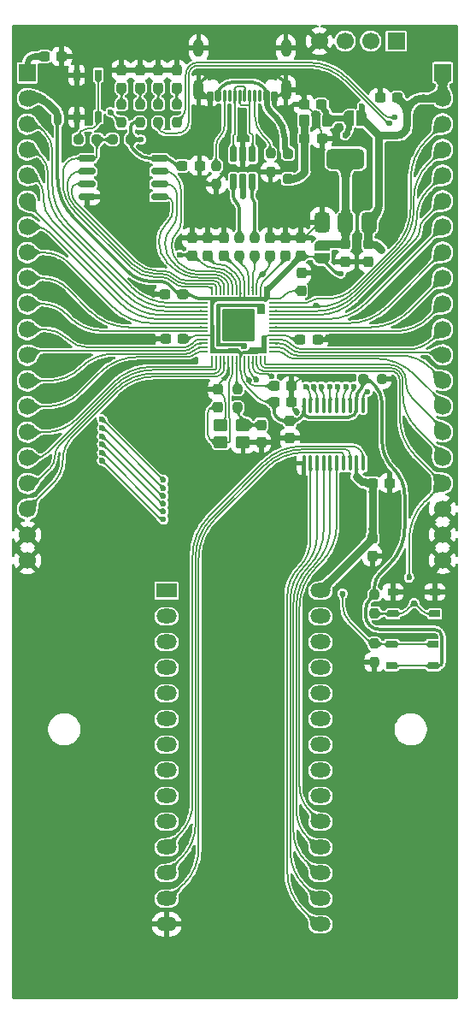
<source format=gbr>
G04 #@! TF.GenerationSoftware,KiCad,Pcbnew,9.0.3-1.fc42*
G04 #@! TF.CreationDate,2025-08-26T20:02:04+03:00*
G04 #@! TF.ProjectId,eeprom-programmer-rounded,65657072-6f6d-42d7-9072-6f6772616d6d,0.1*
G04 #@! TF.SameCoordinates,Original*
G04 #@! TF.FileFunction,Copper,L1,Top*
G04 #@! TF.FilePolarity,Positive*
%FSLAX46Y46*%
G04 Gerber Fmt 4.6, Leading zero omitted, Abs format (unit mm)*
G04 Created by KiCad (PCBNEW 9.0.3-1.fc42) date 2025-08-26 20:02:04*
%MOMM*%
%LPD*%
G01*
G04 APERTURE LIST*
G04 Aperture macros list*
%AMRoundRect*
0 Rectangle with rounded corners*
0 $1 Rounding radius*
0 $2 $3 $4 $5 $6 $7 $8 $9 X,Y pos of 4 corners*
0 Add a 4 corners polygon primitive as box body*
4,1,4,$2,$3,$4,$5,$6,$7,$8,$9,$2,$3,0*
0 Add four circle primitives for the rounded corners*
1,1,$1+$1,$2,$3*
1,1,$1+$1,$4,$5*
1,1,$1+$1,$6,$7*
1,1,$1+$1,$8,$9*
0 Add four rect primitives between the rounded corners*
20,1,$1+$1,$2,$3,$4,$5,0*
20,1,$1+$1,$4,$5,$6,$7,0*
20,1,$1+$1,$6,$7,$8,$9,0*
20,1,$1+$1,$8,$9,$2,$3,0*%
%AMFreePoly0*
4,1,23,0.500000,-0.750000,0.000000,-0.750000,0.000000,-0.745722,-0.065263,-0.745722,-0.191342,-0.711940,-0.304381,-0.646677,-0.396677,-0.554381,-0.461940,-0.441342,-0.495722,-0.315263,-0.495722,-0.250000,-0.500000,-0.250000,-0.500000,0.250000,-0.495722,0.250000,-0.495722,0.315263,-0.461940,0.441342,-0.396677,0.554381,-0.304381,0.646677,-0.191342,0.711940,-0.065263,0.745722,0.000000,0.745722,
0.000000,0.750000,0.500000,0.750000,0.500000,-0.750000,0.500000,-0.750000,$1*%
%AMFreePoly1*
4,1,23,0.000000,0.745722,0.065263,0.745722,0.191342,0.711940,0.304381,0.646677,0.396677,0.554381,0.461940,0.441342,0.495722,0.315263,0.495722,0.250000,0.500000,0.250000,0.500000,-0.250000,0.495722,-0.250000,0.495722,-0.315263,0.461940,-0.441342,0.396677,-0.554381,0.304381,-0.646677,0.191342,-0.711940,0.065263,-0.745722,0.000000,-0.745722,0.000000,-0.750000,-0.500000,-0.750000,
-0.500000,0.750000,0.000000,0.750000,0.000000,0.745722,0.000000,0.745722,$1*%
G04 Aperture macros list end*
G04 #@! TA.AperFunction,SMDPad,CuDef*
%ADD10RoundRect,0.237500X0.237500X-0.250000X0.237500X0.250000X-0.237500X0.250000X-0.237500X-0.250000X0*%
G04 #@! TD*
G04 #@! TA.AperFunction,SMDPad,CuDef*
%ADD11RoundRect,0.237500X-0.237500X0.300000X-0.237500X-0.300000X0.237500X-0.300000X0.237500X0.300000X0*%
G04 #@! TD*
G04 #@! TA.AperFunction,SMDPad,CuDef*
%ADD12RoundRect,0.250000X-0.450000X-0.350000X0.450000X-0.350000X0.450000X0.350000X-0.450000X0.350000X0*%
G04 #@! TD*
G04 #@! TA.AperFunction,SMDPad,CuDef*
%ADD13RoundRect,0.250000X-0.275000X-0.350000X0.275000X-0.350000X0.275000X0.350000X-0.275000X0.350000X0*%
G04 #@! TD*
G04 #@! TA.AperFunction,SMDPad,CuDef*
%ADD14RoundRect,0.162500X-0.162500X0.617500X-0.162500X-0.617500X0.162500X-0.617500X0.162500X0.617500X0*%
G04 #@! TD*
G04 #@! TA.AperFunction,SMDPad,CuDef*
%ADD15R,0.650000X1.050000*%
G04 #@! TD*
G04 #@! TA.AperFunction,SMDPad,CuDef*
%ADD16RoundRect,0.237500X0.237500X-0.300000X0.237500X0.300000X-0.237500X0.300000X-0.237500X-0.300000X0*%
G04 #@! TD*
G04 #@! TA.AperFunction,SMDPad,CuDef*
%ADD17RoundRect,0.237500X-0.237500X0.250000X-0.237500X-0.250000X0.237500X-0.250000X0.237500X0.250000X0*%
G04 #@! TD*
G04 #@! TA.AperFunction,SMDPad,CuDef*
%ADD18FreePoly0,0.000000*%
G04 #@! TD*
G04 #@! TA.AperFunction,SMDPad,CuDef*
%ADD19FreePoly1,0.000000*%
G04 #@! TD*
G04 #@! TA.AperFunction,SMDPad,CuDef*
%ADD20RoundRect,0.237500X-0.300000X-0.237500X0.300000X-0.237500X0.300000X0.237500X-0.300000X0.237500X0*%
G04 #@! TD*
G04 #@! TA.AperFunction,SMDPad,CuDef*
%ADD21RoundRect,0.237500X0.250000X0.237500X-0.250000X0.237500X-0.250000X-0.237500X0.250000X-0.237500X0*%
G04 #@! TD*
G04 #@! TA.AperFunction,SMDPad,CuDef*
%ADD22RoundRect,0.375000X0.375000X-0.625000X0.375000X0.625000X-0.375000X0.625000X-0.375000X-0.625000X0*%
G04 #@! TD*
G04 #@! TA.AperFunction,SMDPad,CuDef*
%ADD23RoundRect,0.500000X1.400000X-0.500000X1.400000X0.500000X-1.400000X0.500000X-1.400000X-0.500000X0*%
G04 #@! TD*
G04 #@! TA.AperFunction,SMDPad,CuDef*
%ADD24RoundRect,0.237500X0.300000X0.237500X-0.300000X0.237500X-0.300000X-0.237500X0.300000X-0.237500X0*%
G04 #@! TD*
G04 #@! TA.AperFunction,SMDPad,CuDef*
%ADD25FreePoly0,270.000000*%
G04 #@! TD*
G04 #@! TA.AperFunction,SMDPad,CuDef*
%ADD26FreePoly1,270.000000*%
G04 #@! TD*
G04 #@! TA.AperFunction,SMDPad,CuDef*
%ADD27R,1.050000X0.650000*%
G04 #@! TD*
G04 #@! TA.AperFunction,SMDPad,CuDef*
%ADD28RoundRect,0.162500X-0.650000X-0.162500X0.650000X-0.162500X0.650000X0.162500X-0.650000X0.162500X0*%
G04 #@! TD*
G04 #@! TA.AperFunction,SMDPad,CuDef*
%ADD29RoundRect,0.237500X-0.237500X0.287500X-0.237500X-0.287500X0.237500X-0.287500X0.237500X0.287500X0*%
G04 #@! TD*
G04 #@! TA.AperFunction,ComponentPad*
%ADD30R,2.000000X1.440000*%
G04 #@! TD*
G04 #@! TA.AperFunction,ComponentPad*
%ADD31O,2.000000X1.440000*%
G04 #@! TD*
G04 #@! TA.AperFunction,SMDPad,CuDef*
%ADD32RoundRect,0.050000X-0.387500X-0.050000X0.387500X-0.050000X0.387500X0.050000X-0.387500X0.050000X0*%
G04 #@! TD*
G04 #@! TA.AperFunction,SMDPad,CuDef*
%ADD33RoundRect,0.050000X-0.050000X-0.387500X0.050000X-0.387500X0.050000X0.387500X-0.050000X0.387500X0*%
G04 #@! TD*
G04 #@! TA.AperFunction,ComponentPad*
%ADD34C,0.600000*%
G04 #@! TD*
G04 #@! TA.AperFunction,SMDPad,CuDef*
%ADD35RoundRect,0.144000X-1.456000X-1.456000X1.456000X-1.456000X1.456000X1.456000X-1.456000X1.456000X0*%
G04 #@! TD*
G04 #@! TA.AperFunction,SMDPad,CuDef*
%ADD36RoundRect,0.100000X-0.100000X0.637500X-0.100000X-0.637500X0.100000X-0.637500X0.100000X0.637500X0*%
G04 #@! TD*
G04 #@! TA.AperFunction,SMDPad,CuDef*
%ADD37RoundRect,0.250000X0.250000X-0.250000X0.250000X0.250000X-0.250000X0.250000X-0.250000X-0.250000X0*%
G04 #@! TD*
G04 #@! TA.AperFunction,SMDPad,CuDef*
%ADD38RoundRect,0.150000X0.150000X0.387500X-0.150000X0.387500X-0.150000X-0.387500X0.150000X-0.387500X0*%
G04 #@! TD*
G04 #@! TA.AperFunction,SMDPad,CuDef*
%ADD39RoundRect,0.150000X0.150000X0.425000X-0.150000X0.425000X-0.150000X-0.425000X0.150000X-0.425000X0*%
G04 #@! TD*
G04 #@! TA.AperFunction,SMDPad,CuDef*
%ADD40RoundRect,0.075000X0.075000X0.500000X-0.075000X0.500000X-0.075000X-0.500000X0.075000X-0.500000X0*%
G04 #@! TD*
G04 #@! TA.AperFunction,HeatsinkPad*
%ADD41O,1.000000X2.100000*%
G04 #@! TD*
G04 #@! TA.AperFunction,HeatsinkPad*
%ADD42O,1.000000X1.800000*%
G04 #@! TD*
G04 #@! TA.AperFunction,ComponentPad*
%ADD43R,1.700000X1.700000*%
G04 #@! TD*
G04 #@! TA.AperFunction,ComponentPad*
%ADD44C,1.700000*%
G04 #@! TD*
G04 #@! TA.AperFunction,ViaPad*
%ADD45C,0.600000*%
G04 #@! TD*
G04 #@! TA.AperFunction,Conductor*
%ADD46C,0.200000*%
G04 #@! TD*
G04 #@! TA.AperFunction,Conductor*
%ADD47C,0.150000*%
G04 #@! TD*
G04 #@! TA.AperFunction,Conductor*
%ADD48C,0.300000*%
G04 #@! TD*
G04 #@! TA.AperFunction,Conductor*
%ADD49C,0.400000*%
G04 #@! TD*
G04 #@! TA.AperFunction,Conductor*
%ADD50C,0.600000*%
G04 #@! TD*
G04 #@! TA.AperFunction,Conductor*
%ADD51C,0.800000*%
G04 #@! TD*
G04 APERTURE END LIST*
D10*
X157676399Y-55422296D03*
X157676399Y-53597296D03*
D11*
X167762500Y-91672500D03*
X167762500Y-93397500D03*
D12*
X152762500Y-82159796D03*
X154962500Y-82159796D03*
X154962500Y-80459796D03*
X152762500Y-80459796D03*
D13*
X161033710Y-50345228D03*
X163333710Y-50345228D03*
D14*
X155892500Y-53670000D03*
X154942500Y-53670000D03*
X153992500Y-53670000D03*
X153992500Y-56370000D03*
X154942500Y-56370000D03*
X155892500Y-56370000D03*
D15*
X138462500Y-49985000D03*
X138462500Y-45835000D03*
X140612500Y-49985000D03*
X140612500Y-45835000D03*
D16*
X160725000Y-67172296D03*
X160725000Y-65447296D03*
D17*
X167962500Y-102097296D03*
X167962500Y-103922296D03*
D11*
X152462500Y-76947296D03*
X152462500Y-78672296D03*
D18*
X165433710Y-50115300D03*
D19*
X166733710Y-50115300D03*
D20*
X161046210Y-52089724D03*
X162771210Y-52089724D03*
D21*
X168687500Y-75909796D03*
X166862500Y-75909796D03*
D11*
X156762500Y-80447296D03*
X156762500Y-82172296D03*
D22*
X162825000Y-60409796D03*
X165125000Y-60409796D03*
D23*
X165125000Y-54109796D03*
D22*
X167425000Y-60409796D03*
D24*
X149025000Y-71950000D03*
X147300000Y-71950000D03*
D21*
X143852500Y-52199796D03*
X142027500Y-52199796D03*
D24*
X170250000Y-48085000D03*
X168525000Y-48085000D03*
D25*
X162775000Y-62709796D03*
D26*
X162775000Y-64009796D03*
D20*
X148925000Y-54810000D03*
X150650000Y-54810000D03*
D27*
X173817500Y-104299796D03*
X169667500Y-104299796D03*
X173817500Y-102149796D03*
X169667500Y-102149796D03*
D10*
X148377500Y-50549673D03*
X148377500Y-48724673D03*
D28*
X139495000Y-54074796D03*
X139495000Y-55344796D03*
X139495000Y-56614796D03*
X139495000Y-57884796D03*
X146670000Y-57884796D03*
X146670000Y-56614796D03*
X146670000Y-55344796D03*
X146670000Y-54074796D03*
D16*
X153050000Y-63685870D03*
X153050000Y-61960870D03*
D10*
X144751192Y-50549673D03*
X144751192Y-48724673D03*
X167977500Y-99099796D03*
X167977500Y-97274796D03*
D29*
X142914413Y-45335000D03*
X142914413Y-47085000D03*
D10*
X146551192Y-50549673D03*
X146551192Y-48724673D03*
D20*
X158037500Y-78159796D03*
X159762500Y-78159796D03*
D30*
X147385000Y-96859796D03*
D31*
X147385000Y-99399796D03*
X147385000Y-101939796D03*
X147385000Y-104479796D03*
X147385000Y-107019796D03*
X147385000Y-109559796D03*
X147385000Y-112099796D03*
X147385000Y-114639796D03*
X147385000Y-117179796D03*
X147385000Y-119719796D03*
X147385000Y-122259796D03*
X147385000Y-124799796D03*
X147385000Y-127339796D03*
X147385000Y-129879796D03*
X162625000Y-129879796D03*
X162625000Y-127339796D03*
X162625000Y-124799796D03*
X162625000Y-122259796D03*
X162625000Y-119719796D03*
X162625000Y-117179796D03*
X162625000Y-114639796D03*
X162625000Y-112099796D03*
X162625000Y-109559796D03*
X162625000Y-107019796D03*
X162625000Y-104479796D03*
X162625000Y-101939796D03*
X162625000Y-99399796D03*
X162625000Y-96859796D03*
D16*
X149900000Y-63685870D03*
X149900000Y-61960870D03*
D27*
X173952500Y-99149796D03*
X169802500Y-99149796D03*
X173952500Y-96999796D03*
X169802500Y-96999796D03*
D11*
X167375000Y-62559796D03*
X167375000Y-64284796D03*
D32*
X151065000Y-67987296D03*
X151065000Y-68387296D03*
X151065000Y-68787296D03*
X151065000Y-69187296D03*
X151065000Y-69587296D03*
X151065000Y-69987296D03*
X151065000Y-70387296D03*
X151065000Y-70787296D03*
X151065000Y-71187296D03*
X151065000Y-71587296D03*
X151065000Y-71987296D03*
X151065000Y-72387296D03*
X151065000Y-72787296D03*
X151065000Y-73187296D03*
D33*
X151902500Y-74024796D03*
X152302500Y-74024796D03*
X152702500Y-74024796D03*
X153102500Y-74024796D03*
X153502500Y-74024796D03*
X153902500Y-74024796D03*
X154302500Y-74024796D03*
X154702500Y-74024796D03*
X155102500Y-74024796D03*
X155502500Y-74024796D03*
X155902500Y-74024796D03*
X156302500Y-74024796D03*
X156702500Y-74024796D03*
X157102500Y-74024796D03*
D32*
X157940000Y-73187296D03*
X157940000Y-72787296D03*
X157940000Y-72387296D03*
X157940000Y-71987296D03*
X157940000Y-71587296D03*
X157940000Y-71187296D03*
X157940000Y-70787296D03*
X157940000Y-70387296D03*
X157940000Y-69987296D03*
X157940000Y-69587296D03*
X157940000Y-69187296D03*
X157940000Y-68787296D03*
X157940000Y-68387296D03*
X157940000Y-67987296D03*
D33*
X157102500Y-67149796D03*
X156702500Y-67149796D03*
X156302500Y-67149796D03*
X155902500Y-67149796D03*
X155502500Y-67149796D03*
X155102500Y-67149796D03*
X154702500Y-67149796D03*
X154302500Y-67149796D03*
X153902500Y-67149796D03*
X153502500Y-67149796D03*
X153102500Y-67149796D03*
X152702500Y-67149796D03*
X152302500Y-67149796D03*
X151902500Y-67149796D03*
D34*
X153227500Y-69312296D03*
X153227500Y-70587296D03*
X153227500Y-71862296D03*
X154502500Y-69312296D03*
X154502500Y-70587296D03*
D35*
X154502500Y-70587296D03*
D34*
X154502500Y-71862296D03*
X155777500Y-69312296D03*
X155777500Y-70587296D03*
X155777500Y-71862296D03*
D16*
X157609400Y-63685870D03*
X157609400Y-61960870D03*
D36*
X166850000Y-78497296D03*
X166200000Y-78497296D03*
X165550000Y-78497296D03*
X164900000Y-78497296D03*
X164250000Y-78497296D03*
X163600000Y-78497296D03*
X162950000Y-78497296D03*
X162300000Y-78497296D03*
X161650000Y-78497296D03*
X161000000Y-78497296D03*
X161000000Y-84222296D03*
X161650000Y-84222296D03*
X162300000Y-84222296D03*
X162950000Y-84222296D03*
X163600000Y-84222296D03*
X164250000Y-84222296D03*
X164900000Y-84222296D03*
X165550000Y-84222296D03*
X166200000Y-84222296D03*
X166850000Y-84222296D03*
D10*
X154589400Y-63735870D03*
X154589400Y-61910870D03*
D21*
X140482500Y-52199796D03*
X138657500Y-52199796D03*
D20*
X160612500Y-72009796D03*
X162337500Y-72009796D03*
D24*
X162725000Y-48735000D03*
X161000000Y-48735000D03*
D10*
X154382500Y-78722500D03*
X154382500Y-76897500D03*
D24*
X148975000Y-67510000D03*
X147250000Y-67510000D03*
D29*
X146551192Y-45335000D03*
X146551192Y-47085000D03*
D16*
X159139400Y-63685870D03*
X159139400Y-61960870D03*
X151450000Y-63685870D03*
X151450000Y-61960870D03*
D37*
X159426399Y-56109796D03*
X159426399Y-53609796D03*
D11*
X165075000Y-62559796D03*
X165075000Y-64284796D03*
D38*
X158082500Y-47937500D03*
D39*
X157282500Y-47900000D03*
D40*
X156132500Y-47900000D03*
X155132500Y-47900000D03*
X154632500Y-47900000D03*
X153632500Y-47900000D03*
D39*
X152482500Y-47900000D03*
D38*
X151682500Y-47937500D03*
X151682500Y-47937500D03*
D39*
X152482500Y-47900000D03*
D40*
X153132500Y-47900000D03*
X154132500Y-47900000D03*
X155632500Y-47900000D03*
X156632500Y-47900000D03*
D39*
X157282500Y-47900000D03*
D38*
X158082500Y-47937500D03*
D41*
X159202500Y-47325000D03*
D42*
X159202500Y-43145000D03*
D41*
X150562500Y-47325000D03*
D42*
X150562500Y-43145000D03*
D20*
X135275000Y-43985000D03*
X137000000Y-43985000D03*
D10*
X152287500Y-56647500D03*
X152287500Y-54822500D03*
D20*
X167775000Y-86209796D03*
X169500000Y-86209796D03*
D29*
X144751192Y-45335000D03*
X144751192Y-47085000D03*
D10*
X142914413Y-50549673D03*
X142914413Y-48724673D03*
D29*
X148377500Y-45335000D03*
X148377500Y-47085000D03*
D16*
X160690000Y-63685870D03*
X160690000Y-61960870D03*
D10*
X156089400Y-63735870D03*
X156089400Y-61910870D03*
D20*
X158037500Y-76609796D03*
X159762500Y-76609796D03*
D16*
X159592500Y-81762500D03*
X159592500Y-80037500D03*
D43*
X170132500Y-42470000D03*
D44*
X167592500Y-42470000D03*
X165052500Y-42470000D03*
X162512500Y-42470000D03*
D43*
X174732500Y-45590000D03*
D44*
X174732500Y-48130000D03*
X174732500Y-50670000D03*
X174732500Y-53210000D03*
X174732500Y-55750000D03*
X174732500Y-58290000D03*
X174732500Y-60830000D03*
X174732500Y-63370000D03*
X174732500Y-65910000D03*
X174732500Y-68450000D03*
X174732500Y-70990000D03*
X174732500Y-73530000D03*
X174732500Y-76070000D03*
X174732500Y-78610000D03*
X174732500Y-81150000D03*
X174732500Y-83690000D03*
X174732500Y-86230000D03*
X174732500Y-88770000D03*
X174732500Y-91310000D03*
X174732500Y-93850000D03*
D43*
X133592500Y-45609796D03*
D44*
X133592500Y-48149796D03*
X133592500Y-50689796D03*
X133592500Y-53229796D03*
X133592500Y-55769796D03*
X133592500Y-58309796D03*
X133592500Y-60849796D03*
X133592500Y-63389796D03*
X133592500Y-65929796D03*
X133592500Y-68469796D03*
X133592500Y-71009796D03*
X133592500Y-73549796D03*
X133592500Y-76089796D03*
X133592500Y-78629796D03*
X133592500Y-81169796D03*
X133592500Y-83709796D03*
X133592500Y-86249796D03*
X133592500Y-88789796D03*
X133592500Y-91329796D03*
X133592500Y-93869796D03*
D45*
X169862500Y-75910000D03*
X160250000Y-79124476D03*
X163402578Y-71735000D03*
X137252500Y-106270000D03*
X143012500Y-55860000D03*
X173837500Y-42435000D03*
X159512500Y-57835000D03*
X171702500Y-106440000D03*
X146237500Y-67500000D03*
X163232500Y-66740000D03*
X148412500Y-84610000D03*
X148437500Y-76910000D03*
X154033034Y-106740000D03*
X161012500Y-88335000D03*
X165737500Y-75810001D03*
X146237500Y-71960000D03*
X148962500Y-53435000D03*
X154437500Y-42260000D03*
X132912500Y-41760000D03*
X144862500Y-52209796D03*
X164652500Y-65469796D03*
X155062500Y-72659796D03*
X156862500Y-65559796D03*
X148682500Y-63630000D03*
X156762500Y-69109796D03*
X155525121Y-75972175D03*
X140982500Y-83970000D03*
X147087500Y-89809796D03*
X147087500Y-89009796D03*
X140987500Y-83209796D03*
X147087500Y-88259796D03*
X140987500Y-82359796D03*
X140987500Y-81584796D03*
X147087500Y-87484796D03*
X147087500Y-86709796D03*
X140987500Y-80759796D03*
X140987500Y-79909796D03*
X147087500Y-85884796D03*
X164812500Y-97129796D03*
X162192500Y-68589796D03*
X170012500Y-50027597D03*
X169487500Y-50635000D03*
X161225000Y-76629796D03*
X161975000Y-76629796D03*
X162725000Y-76629796D03*
X163575000Y-76629796D03*
X164325000Y-76629796D03*
X165149660Y-76629796D03*
X165966285Y-76629796D03*
X167325000Y-77159796D03*
X157834316Y-75634796D03*
X156277890Y-75958399D03*
X166733710Y-48909796D03*
X166200001Y-85572295D03*
X168637500Y-63110000D03*
X141812500Y-49490000D03*
X171412500Y-95559796D03*
X171912500Y-98059796D03*
X154942500Y-57810000D03*
X165042500Y-51779796D03*
D46*
X152287500Y-56665177D02*
X152287500Y-56995983D01*
X159762500Y-77175336D02*
X159762500Y-78159796D01*
D47*
X143382869Y-45335000D02*
X142445956Y-45335000D01*
X137463842Y-43985000D02*
X137000000Y-43985000D01*
X168002500Y-103990580D02*
X168002500Y-104218708D01*
X150562500Y-43145000D02*
X150022500Y-43145000D01*
X148377500Y-45335000D02*
X148377500Y-44792500D01*
D48*
X152287500Y-56629822D02*
X152287500Y-56665177D01*
X152244822Y-56672500D02*
X151906250Y-56672500D01*
D47*
X138462500Y-45835000D02*
X138462500Y-44983657D01*
X138462500Y-45835000D02*
X138462500Y-49985000D01*
X169862398Y-75909898D02*
X169862500Y-75910000D01*
D48*
X159762248Y-47360000D02*
X160070455Y-47360000D01*
D46*
X161170225Y-48872653D02*
X161828140Y-49530568D01*
D48*
X161167500Y-43470000D02*
X161062309Y-43470000D01*
X159202500Y-43145000D02*
X160277690Y-43145000D01*
X151457071Y-61937296D02*
X153050000Y-61937296D01*
X162933471Y-72009796D02*
X162337500Y-72009796D01*
D46*
X157645950Y-61924320D02*
X157609400Y-61960870D01*
D48*
X159122328Y-61970870D02*
X157609400Y-61970870D01*
X158769428Y-47758071D02*
X159025723Y-47501776D01*
D47*
X159512500Y-57835000D02*
X159512500Y-57810000D01*
D46*
X173731369Y-92848869D02*
X174679466Y-93796966D01*
X161125067Y-61847228D02*
X162469692Y-60502603D01*
X156650000Y-82159796D02*
X156762500Y-82272296D01*
X173731369Y-92311130D02*
X174732500Y-91310000D01*
D47*
X153502500Y-74742398D02*
X153502500Y-74024796D01*
D48*
X152269606Y-45750000D02*
X157597819Y-45750000D01*
D47*
X158749769Y-81762500D02*
X159592500Y-81762500D01*
D46*
X174922500Y-93890000D02*
X174944822Y-93912322D01*
D48*
X150580000Y-54929497D02*
X150580000Y-55291250D01*
X151516250Y-47937500D02*
X151682500Y-47937500D01*
X151432928Y-61927296D02*
X149900000Y-61927296D01*
D46*
X160250000Y-79124476D02*
X159931208Y-78805684D01*
D48*
X159677751Y-47325000D02*
X159452500Y-47325000D01*
D47*
X143012500Y-55860000D02*
X141515454Y-57357045D01*
D46*
X161114622Y-48849622D02*
X161063069Y-48798069D01*
X162446859Y-51024287D02*
X162509196Y-51086624D01*
D47*
X141595000Y-44952500D02*
X141646251Y-45003751D01*
D48*
X161739380Y-43233119D02*
X162498964Y-42473535D01*
X152287500Y-56629822D02*
X152287500Y-56511250D01*
X154942500Y-54966360D02*
X154942500Y-53717729D01*
D47*
X156771338Y-82172296D02*
X157760434Y-82172296D01*
D46*
X173952500Y-96999796D02*
X173952500Y-95704177D01*
D48*
X151232443Y-47819943D02*
X150799371Y-47386871D01*
D46*
X152325000Y-57086516D02*
X152325000Y-57659643D01*
X173952500Y-96999796D02*
X169802500Y-96999796D01*
X153050000Y-59409948D02*
X153050000Y-61960870D01*
D48*
X150870797Y-55993297D02*
X151298093Y-56420593D01*
D47*
X153188500Y-78186655D02*
X153188500Y-79732568D01*
X154437500Y-42260000D02*
X154462500Y-42260000D01*
D48*
X146254571Y-67510000D02*
X147250000Y-67510000D01*
D47*
X159202500Y-43145000D02*
X150562500Y-43145000D01*
X148377500Y-45335000D02*
X143382869Y-45335000D01*
D46*
X159762500Y-78398386D02*
X159762500Y-78159796D01*
D48*
X154197500Y-55120000D02*
X154788860Y-55120000D01*
X160724790Y-47681380D02*
X160638844Y-47595434D01*
X151062499Y-46249999D02*
X150765793Y-46546706D01*
X164096667Y-44054167D02*
X162516035Y-42473535D01*
D46*
X173859402Y-89643097D02*
X174732500Y-88770000D01*
D48*
X150650000Y-54709497D02*
X150650000Y-54760502D01*
D47*
X156741161Y-82159796D02*
X154962500Y-82159796D01*
D48*
X163265180Y-71872398D02*
X163402578Y-71735000D01*
X158977993Y-46465493D02*
X158732500Y-46220000D01*
D46*
X162771210Y-51719181D02*
X162771210Y-52089724D01*
D47*
X152620642Y-76341856D02*
X152995078Y-75967421D01*
D48*
X150562500Y-47037500D02*
X150562500Y-47312625D01*
D46*
X161127835Y-75810001D02*
X165737500Y-75810001D01*
D48*
X146242500Y-67505000D02*
X146237500Y-67500000D01*
X160654024Y-61960870D02*
X159146471Y-61960870D01*
X157672084Y-55422296D02*
X156851480Y-55422296D01*
X159202500Y-47007500D02*
X159202500Y-47075000D01*
D47*
X152975500Y-80246796D02*
X152762500Y-80459796D01*
X149100662Y-43526837D02*
X148761105Y-43866394D01*
D46*
X173859402Y-90436902D02*
X174732500Y-91310000D01*
X157682500Y-55432711D02*
X157682500Y-61836080D01*
D48*
X154987500Y-55075000D02*
X154992500Y-55080000D01*
D47*
X169862151Y-75909796D02*
X168687500Y-75909796D01*
D48*
X148501168Y-76947296D02*
X152238852Y-76947296D01*
X155113210Y-55130000D02*
X156145815Y-55130000D01*
D47*
X140671563Y-44570000D02*
X138876157Y-44570000D01*
D48*
X153079344Y-55583154D02*
X152383843Y-56278656D01*
D46*
X174825931Y-93850000D02*
X174807500Y-93850000D01*
D48*
X160679463Y-61950333D02*
X160690000Y-61939796D01*
X168525000Y-47603750D02*
X168525000Y-48085000D01*
X168184704Y-46782204D02*
X166418332Y-45015832D01*
X147295000Y-71955000D02*
X147300000Y-71950000D01*
D47*
X167978750Y-104276046D02*
X167955000Y-104299796D01*
X161006250Y-88328750D02*
X161012500Y-88335000D01*
D48*
X150574874Y-47325000D02*
X150650000Y-47325000D01*
D49*
X165075000Y-64284796D02*
X167375000Y-64284796D01*
D48*
X161000000Y-48645806D02*
X161000000Y-48345795D01*
X146237500Y-71960000D02*
X147282928Y-71960000D01*
X148412500Y-84610000D02*
X148462500Y-84660000D01*
D46*
X160850713Y-61960870D02*
X160690000Y-61960870D01*
D47*
X152825500Y-77310296D02*
X152620643Y-77105439D01*
D46*
X174457499Y-94484999D02*
X174944822Y-93997677D01*
D47*
X140241352Y-57884796D02*
X139495000Y-57884796D01*
X161000000Y-88313661D02*
X161000000Y-84222296D01*
X167982500Y-103942296D02*
X167962500Y-103922296D01*
D48*
X158336250Y-47937500D02*
X158082500Y-47937500D01*
X150580000Y-54540502D02*
X150580000Y-47354874D01*
X148437500Y-76910000D02*
X148456148Y-76928648D01*
D46*
X162693750Y-60409796D02*
X162825000Y-60409796D01*
D48*
X154908750Y-53703750D02*
X154875000Y-53737500D01*
X154987500Y-55075000D02*
G75*
G03*
X154897500Y-55075000I-45000J-44999D01*
G01*
X150765793Y-46546706D02*
G75*
G03*
X150562503Y-47037500I490807J-490794D01*
G01*
D46*
X162509196Y-51086624D02*
G75*
G02*
X162771212Y-51719181I-632596J-632576D01*
G01*
X152306250Y-57041250D02*
G75*
G02*
X152324993Y-57086516I-45250J-45250D01*
G01*
D47*
X161000000Y-88313661D02*
G75*
G03*
X161006239Y-88328761I21300J-39D01*
G01*
X169862398Y-75909898D02*
G75*
G03*
X169862155Y-75909821I-198J-202D01*
G01*
X138170000Y-44277500D02*
G75*
G03*
X138876157Y-44570018I706200J706200D01*
G01*
D48*
X154942500Y-54966360D02*
G75*
G03*
X154987488Y-55075012I153600J-40D01*
G01*
X162507500Y-42470000D02*
G75*
G03*
X162498959Y-42473530I0J-12100D01*
G01*
X156498648Y-55276148D02*
G75*
G03*
X156145815Y-55129995I-352848J-352852D01*
G01*
X150615000Y-54845000D02*
G75*
G03*
X150579999Y-54929497I84500J-84500D01*
G01*
X159452500Y-47325000D02*
G75*
G03*
X159025735Y-47501788I0J-603500D01*
G01*
X163265180Y-71872398D02*
G75*
G02*
X162933471Y-72009779I-331680J331698D01*
G01*
X164096667Y-44054167D02*
G75*
G03*
X165257500Y-44534990I1160833J1160867D01*
G01*
X158732500Y-46220000D02*
G75*
G03*
X157597819Y-45749992I-1134700J-1134700D01*
G01*
X161739380Y-43233119D02*
G75*
G02*
X161167500Y-43469988I-571880J571919D01*
G01*
X154897500Y-55075000D02*
G75*
G02*
X154788860Y-55119954I-108600J108700D01*
G01*
X159720000Y-47342500D02*
G75*
G03*
X159762248Y-47360021I42300J42300D01*
G01*
D47*
X138876157Y-44570000D02*
G75*
G03*
X138462500Y-44983657I43J-413700D01*
G01*
D46*
X162693750Y-60409796D02*
G75*
G03*
X162469660Y-60502571I-50J-316904D01*
G01*
X161125067Y-61847228D02*
G75*
G02*
X160850713Y-61960886I-274367J274328D01*
G01*
D48*
X152238852Y-76947296D02*
G75*
G03*
X152462596Y-76723648I48J223696D01*
G01*
X150571250Y-47333750D02*
G75*
G02*
X150580011Y-47354874I-21150J-21150D01*
G01*
D46*
X152287500Y-56995983D02*
G75*
G03*
X152306245Y-57041255I64000J-17D01*
G01*
D47*
X168002500Y-104218708D02*
G75*
G02*
X167978748Y-104276044I-81100J8D01*
G01*
D48*
X150799371Y-47386871D02*
G75*
G03*
X150650000Y-47324987I-149371J-149329D01*
G01*
X160670000Y-43307500D02*
G75*
G03*
X160277690Y-43145004I-392300J-392300D01*
G01*
X151445000Y-61932296D02*
G75*
G03*
X151432928Y-61927285I-12100J-12104D01*
G01*
X152383843Y-56278656D02*
G75*
G03*
X152287524Y-56511250I232557J-232544D01*
G01*
D46*
X173620000Y-92580000D02*
G75*
G03*
X173731377Y-92848861I380200J0D01*
G01*
D48*
X151298093Y-56420593D02*
G75*
G03*
X151906250Y-56672525I608207J608193D01*
G01*
D46*
X159762500Y-78398386D02*
G75*
G03*
X159931202Y-78805690I576000J-14D01*
G01*
X174922500Y-93890000D02*
G75*
G03*
X174825931Y-93849987I-96600J-96600D01*
G01*
D48*
X150574874Y-47325000D02*
G75*
G03*
X150571294Y-47333706I26J-5100D01*
G01*
X152275000Y-56660000D02*
G75*
G02*
X152244822Y-56672509I-30200J30200D01*
G01*
D46*
X152687500Y-58534796D02*
G75*
G02*
X153049952Y-59409948I-875200J-875104D01*
G01*
D47*
X153188500Y-79732568D02*
G75*
G02*
X152975510Y-80246806I-727200J-32D01*
G01*
D48*
X152275000Y-56660000D02*
G75*
G03*
X152287509Y-56629822I-30200J30200D01*
G01*
D46*
X162137500Y-50277428D02*
G75*
G03*
X162446877Y-51024269I1056200J28D01*
G01*
X173731369Y-92311130D02*
G75*
G03*
X173619988Y-92580000I268831J-268870D01*
G01*
D48*
X159202500Y-47075000D02*
G75*
G03*
X159452500Y-47325000I250000J0D01*
G01*
D46*
X152287500Y-56665177D02*
G75*
G03*
X152275038Y-56660038I-7300J-23D01*
G01*
D48*
X154197500Y-55120000D02*
G75*
G03*
X153079347Y-55583157I0J-1581300D01*
G01*
D46*
X161828140Y-49530568D02*
G75*
G02*
X162137486Y-50277428I-746840J-746832D01*
G01*
D47*
X158255102Y-81967398D02*
G75*
G02*
X157760434Y-82172311I-494702J494698D01*
G01*
D48*
X150580000Y-55291250D02*
G75*
G03*
X150870781Y-55993313I992800J-50D01*
G01*
X160670000Y-43307500D02*
G75*
G03*
X161062309Y-43469996I392300J392300D01*
G01*
D47*
X153502500Y-74742398D02*
G75*
G02*
X152995070Y-75967413I-1732400J-2D01*
G01*
D48*
X152269606Y-45750000D02*
G75*
G03*
X151062498Y-46249998I-6J-1707100D01*
G01*
D47*
X152620642Y-76341856D02*
G75*
G03*
X152462523Y-76723648I381758J-381744D01*
G01*
D48*
X146242500Y-67505000D02*
G75*
G03*
X146254571Y-67510012I12100J12100D01*
G01*
X160724790Y-47681380D02*
G75*
G02*
X161000011Y-48345795I-664390J-664420D01*
G01*
X162516035Y-42473535D02*
G75*
G03*
X162507500Y-42470008I-8535J-8565D01*
G01*
X161000000Y-48645806D02*
G75*
G03*
X161063079Y-48798059I215300J6D01*
G01*
D46*
X174457499Y-94484999D02*
G75*
G03*
X173952489Y-95704177I1219201J-1219201D01*
G01*
D47*
X148761105Y-43866394D02*
G75*
G03*
X148377496Y-44792500I926095J-926106D01*
G01*
X156756250Y-82166046D02*
G75*
G03*
X156741161Y-82159813I-15050J-15054D01*
G01*
D46*
X161127835Y-75810001D02*
G75*
G03*
X160162387Y-76209888I-35J-1365299D01*
G01*
D48*
X166418332Y-45015832D02*
G75*
G03*
X165257500Y-44535010I-1160832J-1160868D01*
G01*
X154992500Y-55080000D02*
G75*
G03*
X155113210Y-55129996I120700J120700D01*
G01*
D46*
X152325000Y-57659643D02*
G75*
G03*
X152687533Y-58534763I1237600J43D01*
G01*
D47*
X138170000Y-44277500D02*
G75*
G03*
X137463842Y-43984982I-706200J-706200D01*
G01*
D46*
X157682500Y-61836080D02*
G75*
G02*
X157645962Y-61924332I-124800J-20D01*
G01*
X157679449Y-55425346D02*
G75*
G02*
X157682497Y-55432711I-7349J-7354D01*
G01*
D48*
X150615000Y-54625000D02*
G75*
G02*
X150650001Y-54709497I-84500J-84500D01*
G01*
D46*
X173859402Y-89643097D02*
G75*
G03*
X173694998Y-90040000I396898J-396903D01*
G01*
D47*
X167982500Y-103942296D02*
G75*
G02*
X168002509Y-103990580I-48300J-48304D01*
G01*
X141515454Y-57357045D02*
G75*
G02*
X140241352Y-57884820I-1274154J1274145D01*
G01*
D46*
X174679466Y-93796966D02*
G75*
G03*
X174807500Y-93849990I128034J128066D01*
G01*
D48*
X159146471Y-61960870D02*
G75*
G03*
X159134423Y-61965893I29J-17030D01*
G01*
X150562500Y-47312625D02*
G75*
G03*
X150574874Y-47325000I12400J25D01*
G01*
X154897500Y-55075000D02*
G75*
G03*
X154942454Y-54966360I-108700J108600D01*
G01*
D46*
X160162397Y-76209898D02*
G75*
G03*
X159762515Y-77175336I965403J-965402D01*
G01*
D48*
X151445000Y-61932296D02*
G75*
G03*
X151457071Y-61937309I12100J12096D01*
G01*
D47*
X141646251Y-45003751D02*
G75*
G03*
X142445956Y-45335017I799749J799751D01*
G01*
D48*
X156498648Y-55276148D02*
G75*
G03*
X156851480Y-55422305I352852J352848D01*
G01*
X154942500Y-53717729D02*
G75*
G03*
X154908699Y-53703699I-19800J29D01*
G01*
D46*
X157679449Y-55425346D02*
G75*
G03*
X157672084Y-55422303I-7349J-7354D01*
G01*
D48*
X147295000Y-71955000D02*
G75*
G02*
X147282928Y-71960012I-12100J12100D01*
G01*
X150571250Y-47333750D02*
G75*
G02*
X150562489Y-47312625I21150J21150D01*
G01*
D46*
X161114622Y-48849622D02*
G75*
G03*
X161142424Y-48861115I27778J27822D01*
G01*
D48*
X150580000Y-54540502D02*
G75*
G03*
X150615001Y-54624999I119500J2D01*
G01*
X150650000Y-54760502D02*
G75*
G02*
X150614999Y-54844999I-119500J2D01*
G01*
X159134400Y-61965870D02*
G75*
G02*
X159122328Y-61970891I-12100J12070D01*
G01*
D47*
X150022500Y-43145000D02*
G75*
G03*
X149100657Y-43526832I0J-1303700D01*
G01*
X138462500Y-44983657D02*
G75*
G03*
X138169988Y-44277512I-998700J-43D01*
G01*
D48*
X168184704Y-46782204D02*
G75*
G02*
X168525047Y-47603750I-821504J-821596D01*
G01*
X158769428Y-47758071D02*
G75*
G02*
X158336250Y-47937537I-433228J433171D01*
G01*
X159720000Y-47342500D02*
G75*
G03*
X159677751Y-47325020I-42200J-42200D01*
G01*
X160679463Y-61950333D02*
G75*
G02*
X160654024Y-61960889I-25463J25433D01*
G01*
D47*
X156756250Y-82166046D02*
G75*
G03*
X156771338Y-82172281I15050J15046D01*
G01*
D48*
X160638844Y-47595434D02*
G75*
G03*
X160070455Y-47360025I-568344J-568366D01*
G01*
X148456148Y-76928648D02*
G75*
G03*
X148501168Y-76947310I45052J45048D01*
G01*
D46*
X173695000Y-90040000D02*
G75*
G03*
X173859403Y-90436901I561300J0D01*
G01*
D48*
X159025723Y-47501776D02*
G75*
G03*
X159202486Y-47075000I-426823J426776D01*
G01*
D47*
X141595000Y-44952500D02*
G75*
G03*
X140671563Y-44570015I-923400J-923400D01*
G01*
D46*
X161170225Y-48872653D02*
G75*
G03*
X161142424Y-48861105I-27825J-27747D01*
G01*
X174944822Y-93912322D02*
G75*
G02*
X174962487Y-93955000I-42722J-42678D01*
G01*
X174962500Y-93955000D02*
G75*
G02*
X174944832Y-93997687I-60400J0D01*
G01*
D47*
X152825500Y-77310296D02*
G75*
G02*
X153188520Y-78186655I-876400J-876404D01*
G01*
D48*
X158977993Y-46465493D02*
G75*
G02*
X159202504Y-47007500I-541993J-542007D01*
G01*
X151232443Y-47819943D02*
G75*
G03*
X151516250Y-47937525I283857J283843D01*
G01*
D47*
X152620643Y-77105439D02*
G75*
G03*
X152238852Y-76947321I-381743J-381761D01*
G01*
X152462500Y-76723648D02*
G75*
G03*
X152620674Y-77105408I539900J48D01*
G01*
X158749769Y-81762500D02*
G75*
G03*
X158255110Y-81967406I31J-699600D01*
G01*
D48*
X155895101Y-46549000D02*
X153869898Y-46549000D01*
D50*
X159075000Y-53009920D02*
X159075000Y-52050448D01*
D48*
X152672810Y-47171407D02*
X152888859Y-46955359D01*
D50*
X157292500Y-47917071D02*
X157292500Y-48485000D01*
X159250699Y-53434096D02*
X159426399Y-53609796D01*
D48*
X157282500Y-47630859D02*
X157282500Y-47892928D01*
X157092188Y-47171407D02*
X156876140Y-46955359D01*
D50*
X158220851Y-49988351D02*
X157699086Y-49466586D01*
D48*
X152482500Y-47630859D02*
X152482500Y-47900000D01*
X152672810Y-47171407D02*
G75*
G03*
X152482481Y-47630859I459490J-459493D01*
G01*
X153869898Y-46549000D02*
G75*
G03*
X152888860Y-46955360I2J-1387400D01*
G01*
D50*
X157292500Y-48485000D02*
G75*
G03*
X157699080Y-49466592I1388200J0D01*
G01*
X159075000Y-53009920D02*
G75*
G03*
X159250704Y-53434091I599900J20D01*
G01*
D48*
X157282500Y-47892928D02*
G75*
G03*
X157287508Y-47904992I17100J28D01*
G01*
D50*
X157287500Y-47905000D02*
G75*
G02*
X157292512Y-47917071I-12100J-12100D01*
G01*
X158220851Y-49988351D02*
G75*
G02*
X159075020Y-52050448I-2062151J-2062149D01*
G01*
D48*
X157092188Y-47171407D02*
G75*
G02*
X157282518Y-47630859I-459488J-459493D01*
G01*
X156876140Y-46955359D02*
G75*
G03*
X155895101Y-46548999I-981040J-981041D01*
G01*
D47*
X153902500Y-75438370D02*
X153902500Y-74024796D01*
X153542037Y-82159796D02*
X152762500Y-82159796D01*
X153688500Y-82013333D02*
X153688500Y-80016010D01*
X153532500Y-76331629D02*
X153532500Y-79639393D01*
X152230698Y-82159796D02*
X152762500Y-82159796D01*
X152038648Y-78672296D02*
X152462500Y-78672296D01*
X151462500Y-79248444D02*
X151462500Y-81391597D01*
X153717500Y-75885000D02*
G75*
G03*
X153532512Y-76331629I446600J-446600D01*
G01*
X153532500Y-79639393D02*
G75*
G03*
X153610498Y-79827704I266300J-7D01*
G01*
X151631250Y-78841046D02*
G75*
G03*
X151462517Y-79248444I407350J-407354D01*
G01*
X153688500Y-82013333D02*
G75*
G02*
X153645593Y-82116889I-146500J33D01*
G01*
X153610500Y-79827702D02*
G75*
G02*
X153688495Y-80016010I-188300J-188298D01*
G01*
X152038648Y-78672296D02*
G75*
G03*
X151631235Y-78841031I-48J-576104D01*
G01*
X151687500Y-81934796D02*
G75*
G03*
X152230698Y-82159798I543200J543196D01*
G01*
X151462500Y-81391597D02*
G75*
G03*
X151687499Y-81934797I768200J-3D01*
G01*
X153902500Y-75438370D02*
G75*
G02*
X153717509Y-75885009I-631600J-30D01*
G01*
X153645602Y-82116898D02*
G75*
G02*
X153542037Y-82159813I-103602J103598D01*
G01*
X154342500Y-76857500D02*
X154382500Y-76897500D01*
X154302500Y-76760931D02*
X154302500Y-74024796D01*
X154302500Y-76760931D02*
G75*
G03*
X154342509Y-76857491I136600J31D01*
G01*
D46*
X152744500Y-64602000D02*
X152738012Y-64602000D01*
D51*
X134377398Y-48149796D02*
X133592500Y-48149796D01*
D48*
X148643750Y-54810000D02*
X148925000Y-54810000D01*
D46*
X154702500Y-73626823D02*
X154702500Y-74024796D01*
D50*
X133592500Y-44676378D02*
X133592500Y-45609796D01*
D46*
X160733690Y-63729560D02*
X160751963Y-63747833D01*
D48*
X146191352Y-54074796D02*
X145772995Y-54074796D01*
X146950260Y-66250000D02*
X145902500Y-66250000D01*
D46*
X156610732Y-67959796D02*
X155119571Y-67959796D01*
D47*
X160088792Y-67172296D02*
X160725000Y-67172296D01*
D46*
X155102500Y-67149796D02*
X155102500Y-66419898D01*
X151043661Y-71599796D02*
X150302058Y-71599796D01*
D48*
X166200000Y-77815754D02*
X166200000Y-78128546D01*
D51*
X136592500Y-49864000D02*
X136592500Y-50432000D01*
D48*
X148990102Y-67494898D02*
X149005204Y-67479796D01*
D47*
X159104999Y-67579795D02*
X158965316Y-67719479D01*
D46*
X151962500Y-71588028D02*
X151962500Y-71591563D01*
D50*
X157532309Y-66860190D02*
X160516856Y-63875643D01*
D46*
X153666337Y-64983837D02*
X154303056Y-65620556D01*
D48*
X136592500Y-50432000D02*
X136592500Y-56076036D01*
X147148648Y-54074796D02*
X146191352Y-54074796D01*
D46*
X159006029Y-64196470D02*
X156932237Y-66270262D01*
D48*
X174150102Y-104299796D02*
X174341426Y-104299796D01*
X147775391Y-66732891D02*
X147534500Y-66492000D01*
D50*
X134283878Y-43985000D02*
X135275000Y-43985000D01*
D48*
X174682500Y-101465269D02*
X174682500Y-103958722D01*
X155069527Y-73259796D02*
X156392500Y-73259796D01*
X168736500Y-82055634D02*
X168736500Y-78272780D01*
D46*
X160172718Y-72009796D02*
X160612500Y-72009796D01*
D47*
X158318750Y-67987296D02*
X157952374Y-67987296D01*
D48*
X148407365Y-67361731D02*
X147780742Y-66735108D01*
X143852500Y-52209796D02*
X144862500Y-52209796D01*
X166862500Y-76154694D02*
X166862500Y-76297296D01*
D47*
X154702500Y-67942724D02*
X154702500Y-67149796D01*
D48*
X174150102Y-104299796D02*
X173484898Y-104299796D01*
D46*
X149029898Y-71954898D02*
X149025000Y-71950000D01*
X156616767Y-67957296D02*
X157093661Y-67957296D01*
X149041722Y-71959796D02*
X149432941Y-71959796D01*
D48*
X161422160Y-79684796D02*
X165431800Y-79684796D01*
X161000000Y-78944898D02*
X161000000Y-79262635D01*
D46*
X154719571Y-67959796D02*
X154705428Y-67959796D01*
D48*
X148975000Y-67488642D02*
X148975000Y-67442500D01*
D46*
X157102500Y-67948457D02*
X157102500Y-67339694D01*
D48*
X164443750Y-65469796D02*
X164652500Y-65469796D01*
X173897230Y-100680000D02*
X168444043Y-100680000D01*
X166200000Y-78866045D02*
X166200000Y-78916596D01*
X144194479Y-50549673D02*
X144751192Y-50549673D01*
D46*
X157102500Y-66959898D02*
X157102500Y-67339694D01*
X156702500Y-66824898D02*
X156702500Y-67474694D01*
D51*
X135717302Y-48704802D02*
X136391681Y-49379181D01*
D48*
X160683497Y-79709001D02*
X160624584Y-79767915D01*
D46*
X151948750Y-67973546D02*
X151935000Y-67987296D01*
D48*
X150550349Y-67959796D02*
X151943054Y-67959796D01*
X151943054Y-67959796D02*
X151981945Y-67959796D01*
X166200000Y-78128546D02*
X166200000Y-78866045D01*
D47*
X157123838Y-67969796D02*
X157910125Y-67969796D01*
D48*
X167112500Y-99348456D02*
X167112500Y-98751443D01*
D46*
X156657500Y-67914796D02*
X156613750Y-67958546D01*
D47*
X173484898Y-104299796D02*
X169667500Y-104299796D01*
D48*
X158037500Y-79043110D02*
X158037500Y-78159796D01*
X166531249Y-77016045D02*
X166588496Y-76958799D01*
D47*
X155102500Y-67149796D02*
X155102500Y-67942724D01*
D48*
X143852500Y-50891652D02*
X143852500Y-52209796D01*
D46*
X157112500Y-72539796D02*
X157112500Y-71984198D01*
D48*
X170982500Y-90604940D02*
X170982500Y-87477957D01*
X148163626Y-54611126D02*
X147965751Y-54413251D01*
D50*
X160566426Y-63747657D02*
X160566426Y-63755972D01*
D46*
X159139400Y-63874485D02*
X159139400Y-63685870D01*
X156702500Y-67806156D02*
X156702500Y-67474694D01*
X155119571Y-67959796D02*
X155105428Y-67959796D01*
X154702500Y-66584898D02*
X154702500Y-67149796D01*
D50*
X157302500Y-67415000D02*
X157302500Y-67740000D01*
D48*
X159031889Y-80037500D02*
X159211250Y-80037500D01*
D46*
X151450000Y-63766685D02*
X151450000Y-63685870D01*
D48*
X144114129Y-53211425D02*
X144415000Y-53512296D01*
D46*
X156406192Y-77733692D02*
X155411446Y-76738946D01*
X154705428Y-67959796D02*
X151981945Y-67959796D01*
D48*
X144664452Y-50636822D02*
X144764101Y-50537173D01*
D46*
X162433578Y-63809796D02*
X160901554Y-63809796D01*
D48*
X167525465Y-76082965D02*
X168044398Y-76601898D01*
X143852500Y-52579796D02*
X143852500Y-52209796D01*
X167977500Y-96504796D02*
X167977500Y-96663148D01*
D46*
X154335472Y-73259796D02*
X152797500Y-73259796D01*
D48*
X148996357Y-67510000D02*
X148953642Y-67510000D01*
X148996357Y-67510000D02*
X149464446Y-67510000D01*
D46*
X157434898Y-78159796D02*
X158037500Y-78159796D01*
X153074185Y-63685870D02*
X153050000Y-63685870D01*
X151507144Y-63904644D02*
X151827250Y-64224750D01*
X157102500Y-66959898D02*
X157102500Y-66770000D01*
X151962500Y-71588028D02*
X151962500Y-67979241D01*
X162675000Y-63909796D02*
X162875000Y-64109796D01*
X151962500Y-71591563D02*
X151962500Y-72424796D01*
X157509402Y-71587296D02*
X157940000Y-71587296D01*
D48*
X162875000Y-64109796D02*
X164087391Y-65322187D01*
X159973750Y-80037500D02*
X159211250Y-80037500D01*
D46*
X159152713Y-71587296D02*
X157940000Y-71587296D01*
X155105428Y-67959796D02*
X154719571Y-67959796D01*
X151958232Y-71587296D02*
X151073838Y-71587296D01*
X153115471Y-63702971D02*
X154586384Y-65173884D01*
D48*
X169479999Y-94232295D02*
X168521972Y-95190323D01*
X143529621Y-65267121D02*
X138186292Y-59923792D01*
D46*
X154702500Y-75027398D02*
X154702500Y-74024796D01*
D48*
X148765317Y-67510000D02*
X148953642Y-67510000D01*
D46*
X151073838Y-71587296D02*
G75*
G03*
X151058738Y-71593534I-38J-21304D01*
G01*
D48*
X169859500Y-84766796D02*
G75*
G02*
X170982519Y-87477957I-2711200J-2711204D01*
G01*
X168044398Y-76601898D02*
G75*
G02*
X168736509Y-78272780I-1670898J-1670902D01*
G01*
X167107398Y-75909796D02*
G75*
G03*
X166862496Y-76154694I2J-244904D01*
G01*
D46*
X156613750Y-67958546D02*
X156613750Y-67958546D01*
D47*
X157108750Y-67963546D02*
G75*
G03*
X157123838Y-67969781I15050J15046D01*
G01*
D46*
X154702500Y-73626823D02*
G75*
G03*
X154595006Y-73367290I-367000J23D01*
G01*
D50*
X160566426Y-63755972D02*
G75*
G02*
X160516867Y-63875654I-169226J-28D01*
G01*
D46*
X154595000Y-73367296D02*
G75*
G03*
X154335472Y-73259809I-259500J-259504D01*
G01*
D48*
X174682500Y-103958722D02*
G75*
G02*
X174582596Y-104199892I-341100J22D01*
G01*
X168736500Y-82055634D02*
G75*
G03*
X169859509Y-84766787I3834200J34D01*
G01*
X166200000Y-78916596D02*
G75*
G02*
X165975001Y-79459797I-768200J-4D01*
G01*
D47*
X158965316Y-67719479D02*
G75*
G02*
X158318750Y-67987327I-646616J646579D01*
G01*
D46*
X151962500Y-71591563D02*
G75*
G03*
X151961239Y-71588557I-4300J-37D01*
G01*
D48*
X147965751Y-54413251D02*
G75*
G03*
X147148648Y-54074817I-817051J-817049D01*
G01*
X165974999Y-79459795D02*
G75*
G02*
X165431800Y-79684797I-543199J543195D01*
G01*
D46*
X151948750Y-67973546D02*
G75*
G03*
X151943055Y-67959913I-5650J5646D01*
G01*
X151962500Y-67979241D02*
G75*
G03*
X151948674Y-67973470I-8100J41D01*
G01*
X157102500Y-67948457D02*
G75*
G03*
X157108737Y-67963559I21300J-43D01*
G01*
X151450000Y-63766685D02*
G75*
G03*
X151507137Y-63904651I195100J-15D01*
G01*
D48*
X174452500Y-100910000D02*
G75*
G03*
X173897230Y-100679987I-555300J-555300D01*
G01*
D46*
X154586384Y-65173884D02*
G75*
G02*
X155102510Y-66419898I-1245984J-1246016D01*
G01*
D48*
X148990102Y-67494898D02*
G75*
G03*
X148996356Y-67510109I6298J-6302D01*
G01*
D46*
X153666337Y-64983837D02*
G75*
G03*
X152744500Y-64602007I-921837J-921863D01*
G01*
X156932237Y-66270262D02*
G75*
G03*
X156702506Y-66824898I554663J-554638D01*
G01*
D48*
X147775391Y-66732891D02*
G75*
G03*
X147778067Y-66734018I2709J2691D01*
G01*
D46*
X157093661Y-67957296D02*
G75*
G03*
X157102496Y-67948457I39J8796D01*
G01*
X155105428Y-67959796D02*
G75*
G03*
X155107446Y-67954850I-28J2896D01*
G01*
X156610732Y-67959796D02*
G75*
G03*
X156613740Y-67958536I-32J4296D01*
G01*
D48*
X167545000Y-97707296D02*
G75*
G03*
X167112517Y-98751443I1044100J-1044104D01*
G01*
X170982500Y-90604940D02*
G75*
G02*
X169479989Y-94232285I-5129900J40D01*
G01*
D46*
X149029898Y-71954898D02*
G75*
G03*
X149041722Y-71959788I11802J11798D01*
G01*
X156702500Y-67806156D02*
G75*
G02*
X156657534Y-67914830I-153700J-44D01*
G01*
X162675000Y-63909796D02*
G75*
G03*
X162433578Y-63809806I-241400J-241404D01*
G01*
X154705428Y-67959796D02*
G75*
G03*
X154707446Y-67954850I-28J2896D01*
G01*
D48*
X150007398Y-67734898D02*
G75*
G03*
X150550349Y-67959818I543002J542998D01*
G01*
X161123648Y-79561148D02*
G75*
G03*
X161422160Y-79684813I298552J298548D01*
G01*
D51*
X135717302Y-48704802D02*
G75*
G03*
X134377398Y-48149795I-1339902J-1339898D01*
G01*
D47*
X157108750Y-67963546D02*
G75*
G03*
X157093661Y-67957313I-15050J-15054D01*
G01*
D51*
X136391681Y-49379181D02*
G75*
G02*
X136592511Y-49864000I-484781J-484819D01*
G01*
D48*
X143852500Y-52579796D02*
G75*
G03*
X144114119Y-53211435I893300J-4D01*
G01*
D46*
X154702500Y-75027398D02*
G75*
G03*
X155411444Y-76738948I2420500J-2D01*
G01*
X157112500Y-72539796D02*
G75*
G02*
X156392500Y-73259800I-720000J-4D01*
G01*
D48*
X148163626Y-54611126D02*
G75*
G03*
X148643750Y-54810035I480174J480126D01*
G01*
X143952663Y-50649836D02*
G75*
G03*
X143852542Y-50891652I241837J-241764D01*
G01*
D46*
X150302058Y-71599796D02*
G75*
G03*
X149867532Y-71779828I42J-614504D01*
G01*
D48*
X161000000Y-79262635D02*
G75*
G03*
X161123658Y-79561138I422200J35D01*
G01*
D46*
X151961250Y-71588546D02*
G75*
G03*
X151962574Y-71588031I550J546D01*
G01*
D48*
X168521972Y-95190323D02*
G75*
G03*
X167977483Y-96504796I1314428J-1314477D01*
G01*
D47*
X154707500Y-67954796D02*
G75*
G03*
X154719571Y-67959809I12100J12096D01*
G01*
D50*
X134283878Y-43985000D02*
G75*
G03*
X133795006Y-44187506I22J-691400D01*
G01*
D48*
X166862500Y-76297296D02*
G75*
G02*
X166588497Y-76958800I-935500J-4D01*
G01*
D46*
X156406192Y-77733692D02*
G75*
G03*
X157434898Y-78159801I1028708J1028692D01*
G01*
X159662716Y-71798546D02*
G75*
G03*
X160172718Y-72009770I509984J510046D01*
G01*
D48*
X160624584Y-79767915D02*
G75*
G02*
X159973750Y-80037540I-650884J650815D01*
G01*
X167977500Y-96663148D02*
G75*
G02*
X167544987Y-97707283I-1476700J48D01*
G01*
X154810000Y-73367296D02*
G75*
G03*
X154702509Y-73626823I259500J-259504D01*
G01*
X167525465Y-76082965D02*
G75*
G03*
X167107398Y-75909788I-418065J-418035D01*
G01*
X167502500Y-100290000D02*
G75*
G03*
X168444043Y-100679982I941500J941500D01*
G01*
D46*
X157509402Y-71587296D02*
G75*
G03*
X157228748Y-71703544I-2J-396904D01*
G01*
X149867500Y-71779796D02*
G75*
G02*
X149432941Y-71959814I-434600J434596D01*
G01*
D48*
X148975000Y-67488642D02*
G75*
G03*
X148990025Y-67494821I8800J42D01*
G01*
X155069527Y-73259796D02*
G75*
G03*
X154809991Y-73367287I-27J-367004D01*
G01*
D46*
X157228750Y-71703546D02*
G75*
G03*
X157112498Y-71984198I280650J-280654D01*
G01*
X151058750Y-71593546D02*
G75*
G02*
X151043661Y-71599752I-15050J15146D01*
G01*
D48*
X144194479Y-50549673D02*
G75*
G03*
X143952685Y-50649858I21J-341927D01*
G01*
X158037500Y-79043110D02*
G75*
G03*
X158328753Y-79746247I994400J10D01*
G01*
D46*
X151827250Y-64224750D02*
G75*
G03*
X152738012Y-64601995I910750J910750D01*
G01*
D47*
X160088792Y-67172296D02*
G75*
G03*
X159105002Y-67579798I8J-1391304D01*
G01*
D48*
X148407365Y-67361731D02*
G75*
G03*
X148765317Y-67509994I357935J357931D01*
G01*
X150007398Y-67734898D02*
G75*
G03*
X149464446Y-67509982I-542998J-543002D01*
G01*
D47*
X157931250Y-67978546D02*
G75*
G03*
X157952374Y-67987308I21150J21146D01*
G01*
D46*
X156613750Y-67958546D02*
G75*
G02*
X156610732Y-67959810I-3050J3046D01*
G01*
X160733690Y-63729560D02*
G75*
G03*
X160628213Y-63685850I-105490J-105440D01*
G01*
X160751963Y-63747833D02*
G75*
G03*
X160901554Y-63809816I149637J149633D01*
G01*
X159139400Y-63874485D02*
G75*
G02*
X159006046Y-64196487I-455400J-15D01*
G01*
D48*
X161000000Y-78944898D02*
X161000000Y-78944898D01*
D46*
X159662716Y-71798546D02*
G75*
G03*
X159152713Y-71587302I-510016J-510054D01*
G01*
D47*
X157931250Y-67978546D02*
G75*
G03*
X157910125Y-67969787I-21150J-21154D01*
G01*
D46*
X154595000Y-73367296D02*
G75*
G03*
X154810000Y-73367296I107500J107503D01*
G01*
X154303056Y-65620556D02*
G75*
G02*
X154702497Y-66584898I-964356J-964344D01*
G01*
X151962500Y-72424796D02*
G75*
G03*
X152797500Y-73259800I835000J-4D01*
G01*
D47*
X154702500Y-67942724D02*
G75*
G03*
X154707506Y-67954790I17100J24D01*
G01*
D48*
X158328750Y-79746250D02*
G75*
G03*
X159031889Y-80037504I703150J703150D01*
G01*
X136592500Y-56076036D02*
G75*
G03*
X138186300Y-59923784I5441600J36D01*
G01*
X147534500Y-66492000D02*
G75*
G03*
X146950260Y-66250016I-584200J-584200D01*
G01*
D50*
X157532309Y-66860190D02*
G75*
G03*
X157302494Y-67415000I554791J-554810D01*
G01*
D48*
X161000000Y-78944898D02*
G75*
G02*
X160683498Y-79709002I-1080600J-2D01*
G01*
D46*
X151961250Y-71588546D02*
G75*
G03*
X151958232Y-71587284I-3050J-3054D01*
G01*
X156616767Y-67957296D02*
G75*
G03*
X156613759Y-67958555I33J-4304D01*
G01*
D48*
X174452500Y-100910000D02*
G75*
G02*
X174682513Y-101465269I-555300J-555300D01*
G01*
X143529621Y-65267121D02*
G75*
G03*
X145902500Y-66249987I2372879J2372921D01*
G01*
X164087391Y-65322187D02*
G75*
G03*
X164443750Y-65469823I356409J356387D01*
G01*
X167112500Y-99348456D02*
G75*
G03*
X167502487Y-100290013I1331500J-44D01*
G01*
D47*
X155102500Y-67942724D02*
G75*
G03*
X155107506Y-67954790I17100J24D01*
G01*
D48*
X148953642Y-67510000D02*
G75*
G03*
X148975000Y-67488642I-42J21400D01*
G01*
D46*
X151981945Y-67959796D02*
G75*
G03*
X151962496Y-67979241I-45J-19404D01*
G01*
X160628213Y-63685870D02*
G75*
G03*
X160566370Y-63747657I-13J-61830D01*
G01*
X153115471Y-63702971D02*
G75*
G03*
X153074185Y-63685893I-41271J-41329D01*
G01*
D48*
X144415000Y-53512296D02*
G75*
G03*
X145772995Y-54074799I1358000J1357996D01*
G01*
X147780742Y-66735108D02*
G75*
G03*
X147778067Y-66734028I-2642J-2692D01*
G01*
X166531249Y-77016045D02*
G75*
G03*
X166200020Y-77815754I799651J-799655D01*
G01*
D50*
X133795000Y-44187500D02*
G75*
G03*
X133592491Y-44676378I488900J-488900D01*
G01*
D47*
X155107500Y-67954796D02*
G75*
G03*
X155119571Y-67959809I12100J12096D01*
G01*
D48*
X174582602Y-104199898D02*
G75*
G02*
X174341426Y-104299808I-241202J241198D01*
G01*
D46*
X150752246Y-64329746D02*
X150052500Y-63630000D01*
X154302500Y-66634898D02*
X154302500Y-67149796D01*
X157609400Y-64284757D02*
X157609400Y-63685870D01*
X157235950Y-65186346D02*
X156862500Y-65559796D01*
X153938412Y-65755912D02*
X153718500Y-65536000D01*
X152254500Y-64952000D02*
X152308599Y-64952000D01*
X155576505Y-76023559D02*
X155525121Y-75972175D01*
X155627890Y-76190167D02*
X155627890Y-76147612D01*
X155102500Y-75250715D02*
X155102500Y-74024796D01*
X155709364Y-76386864D02*
X155780093Y-76457593D01*
X156302500Y-66515775D02*
X156302500Y-67149796D01*
X150052500Y-63630000D02*
X148682500Y-63630000D01*
X156147543Y-76609796D02*
X158037500Y-76609796D01*
X155313810Y-75760864D02*
X155525121Y-75972175D01*
X148682500Y-63630000D02*
X148738370Y-63685870D01*
X156582500Y-65839796D02*
X156862500Y-65559796D01*
X155627890Y-76190167D02*
G75*
G03*
X155709340Y-76386888I278210J-33D01*
G01*
X157609400Y-64284757D02*
G75*
G02*
X157235963Y-65186359I-1275000J-43D01*
G01*
X155102500Y-75250715D02*
G75*
G03*
X155313809Y-75760865I721500J15D01*
G01*
X155576505Y-76023559D02*
G75*
G02*
X155627866Y-76147612I-124105J-124041D01*
G01*
X155780093Y-76457593D02*
G75*
G03*
X156147543Y-76609753I367407J367493D01*
G01*
X153718500Y-65536000D02*
G75*
G03*
X152308599Y-64952000I-1409900J-1409900D01*
G01*
X156582500Y-65839796D02*
G75*
G03*
X156302489Y-66515775I676000J-676004D01*
G01*
X153938412Y-65755912D02*
G75*
G02*
X154302494Y-66634898I-879012J-878988D01*
G01*
X150752246Y-64329746D02*
G75*
G03*
X152254500Y-64952002I1502254J1502246D01*
G01*
D47*
X153102500Y-74771741D02*
X153102500Y-74024796D01*
X140982500Y-83970000D02*
X146728532Y-89716032D01*
X142390499Y-77254588D02*
X138070749Y-81574338D01*
X136135250Y-86247045D02*
X133592500Y-88789796D01*
X152213445Y-75660796D02*
X146238255Y-75660796D01*
X147087500Y-89809796D02*
X146954898Y-89809796D01*
X138070749Y-81574338D02*
G75*
G03*
X137102993Y-83910692I2336351J-2336362D01*
G01*
X146728532Y-89716032D02*
G75*
G03*
X146954898Y-89809807I226368J226332D01*
G01*
X153102500Y-74771741D02*
G75*
G02*
X152842091Y-75400387I-889100J41D01*
G01*
X146238255Y-75660796D02*
G75*
G03*
X142390531Y-77254620I45J-5441504D01*
G01*
X152842102Y-75400398D02*
G75*
G02*
X152213445Y-75660816I-628702J628698D01*
G01*
X137103000Y-83910692D02*
G75*
G02*
X136135254Y-86247049I-3304100J-8D01*
G01*
X147087500Y-89009796D02*
X146962500Y-89009796D01*
X146114991Y-75359796D02*
X152156574Y-75359796D01*
X133967602Y-86249796D02*
X133592500Y-86249796D01*
X142267235Y-76953588D02*
X136797460Y-82423363D01*
X146749111Y-88921407D02*
X141037500Y-83209796D01*
X134607941Y-85984558D02*
X135827539Y-84764960D01*
X152702500Y-74813870D02*
X152702500Y-74024796D01*
X134607941Y-85984558D02*
G75*
G02*
X133967602Y-86249791I-640341J640358D01*
G01*
X152702500Y-74813870D02*
G75*
G02*
X152542612Y-75199908I-545900J-30D01*
G01*
X136797460Y-82423363D02*
G75*
G03*
X136312455Y-83594162I1170740J-1170837D01*
G01*
X146114991Y-75359796D02*
G75*
G03*
X142267249Y-76953602I9J-5441504D01*
G01*
X152542602Y-75199898D02*
G75*
G02*
X152156574Y-75359786I-386002J385998D01*
G01*
X136312500Y-83594162D02*
G75*
G02*
X135827567Y-84764988I-1655800J-38D01*
G01*
X146749111Y-88921407D02*
G75*
G03*
X146962500Y-89009790I213389J213407D01*
G01*
X152132137Y-75009796D02*
X146040727Y-75009796D01*
X146859466Y-88206762D02*
X141012500Y-82359796D01*
X146987500Y-88259796D02*
X147062500Y-88259796D01*
X134339632Y-83709796D02*
X133592500Y-83709796D01*
X135615066Y-83181493D02*
X142192971Y-76603588D01*
X152302500Y-74839433D02*
X152302500Y-74024796D01*
X146859466Y-88206762D02*
G75*
G03*
X146987500Y-88259787I128034J128062D01*
G01*
X146040727Y-75009796D02*
G75*
G03*
X142192967Y-76603584I-27J-5441504D01*
G01*
X152252602Y-74959898D02*
G75*
G02*
X152132137Y-75009813I-120502J120498D01*
G01*
X135615066Y-83181493D02*
G75*
G02*
X134339632Y-83709830I-1275466J1275393D01*
G01*
X152302500Y-74839433D02*
G75*
G02*
X152252593Y-74959889I-170400J33D01*
G01*
X145916463Y-74709796D02*
X151855554Y-74709796D01*
X151902500Y-74662850D02*
X151902500Y-74024796D01*
X146987500Y-87484796D02*
X147062500Y-87484796D01*
X142068707Y-76303588D02*
X138478827Y-79893468D01*
X135397500Y-81169796D02*
X133592500Y-81169796D01*
X146859466Y-87431762D02*
X141012500Y-81584796D01*
X138478827Y-79893468D02*
G75*
G02*
X135397500Y-81169783I-3081327J3081368D01*
G01*
X151902500Y-74662850D02*
G75*
G02*
X151888736Y-74696032I-47000J50D01*
G01*
X151888750Y-74696046D02*
G75*
G02*
X151855554Y-74709749I-33150J33246D01*
G01*
X145916463Y-74709796D02*
G75*
G03*
X142068735Y-76303616I37J-5441504D01*
G01*
X146859466Y-87431762D02*
G75*
G03*
X146987500Y-87484787I128034J128062D01*
G01*
X147062500Y-86709796D02*
X141112500Y-80759796D01*
X141037500Y-80759796D02*
X140937500Y-80759796D01*
X150141453Y-73456045D02*
X150178698Y-73418801D01*
X149492634Y-73724796D02*
X144571667Y-73724796D01*
X150737602Y-73187296D02*
X151065000Y-73187296D01*
X135502602Y-78629796D02*
X133592500Y-78629796D01*
X138763349Y-77279149D02*
X140723911Y-75318588D01*
X144571667Y-73724796D02*
G75*
G03*
X140723937Y-75318614I33J-5441504D01*
G01*
X150141453Y-73456045D02*
G75*
G02*
X149492634Y-73724811I-648853J648845D01*
G01*
X138763349Y-77279149D02*
G75*
G02*
X135502602Y-78629795I-3260749J3260749D01*
G01*
X150737602Y-73187296D02*
G75*
G03*
X150178698Y-73418801I-2J-790404D01*
G01*
X150145856Y-73027379D02*
X150067190Y-73106046D01*
X150725470Y-72787296D02*
X151065000Y-72787296D01*
X142122143Y-73424796D02*
X149297659Y-73424796D01*
X141025000Y-79909796D02*
X140950000Y-79909796D01*
X135688264Y-76089796D02*
X133592500Y-76089796D01*
X147037500Y-85884796D02*
X141062500Y-79909796D01*
X142122143Y-73424796D02*
G75*
G03*
X138905190Y-74757282I-43J-4549404D01*
G01*
X138905204Y-74757296D02*
G75*
G02*
X135688264Y-76089754I-3216904J3216996D01*
G01*
X150725470Y-72787296D02*
G75*
G03*
X150145870Y-73027393I30J-819704D01*
G01*
X150067190Y-73106046D02*
G75*
G02*
X149297659Y-73424763I-769490J769546D01*
G01*
X150712132Y-72387296D02*
X151065000Y-72387296D01*
X134318020Y-73124796D02*
X149100272Y-73124796D01*
X133805000Y-73337296D02*
X133592500Y-73549796D01*
X150109748Y-72636811D02*
X149990514Y-72756046D01*
X134318020Y-73124796D02*
G75*
G03*
X133804993Y-73337289I-20J-725504D01*
G01*
X149990514Y-72756046D02*
G75*
G02*
X149100272Y-73124775I-890214J890246D01*
G01*
X150712132Y-72387296D02*
G75*
G03*
X150109731Y-72636794I-32J-851904D01*
G01*
X150700000Y-71987296D02*
X151065000Y-71987296D01*
X150076906Y-72245389D02*
X149923648Y-72398648D01*
X148930556Y-72810000D02*
X139695436Y-72810000D01*
X135349359Y-71009796D02*
X133592500Y-71009796D01*
X137522398Y-71909898D02*
G75*
G03*
X135349359Y-71009814I-2172998J-2173002D01*
G01*
X149923648Y-72398648D02*
G75*
G02*
X148930556Y-72809982I-993048J993048D01*
G01*
X150700000Y-71987296D02*
G75*
G03*
X150076903Y-72245386I0J-881204D01*
G01*
X137522398Y-71909898D02*
G75*
G03*
X139695436Y-72809986I2173002J2172998D01*
G01*
X137463386Y-69480886D02*
X137796796Y-69814296D01*
X151050750Y-71173046D02*
X151065000Y-71187296D01*
X151016347Y-71158796D02*
X141042706Y-71158796D01*
X135022398Y-68469796D02*
X133592500Y-68469796D01*
X137796796Y-69814296D02*
G75*
G03*
X141042706Y-71158796I3245904J3245896D01*
G01*
X151050750Y-71173046D02*
G75*
G03*
X151016347Y-71158748I-34450J-34354D01*
G01*
X137463386Y-69480886D02*
G75*
G03*
X135022398Y-68469805I-2440986J-2441014D01*
G01*
X137585206Y-66972706D02*
X139806003Y-69193503D01*
X135067398Y-65929796D02*
X133592500Y-65929796D01*
X143653759Y-70787296D02*
X151065000Y-70787296D01*
X137585206Y-66972706D02*
G75*
G03*
X135067398Y-65929793I-2517806J-2517794D01*
G01*
X139806003Y-69193503D02*
G75*
G03*
X143653759Y-70787311I3847797J3847803D01*
G01*
X145933759Y-70387296D02*
X151065000Y-70387296D01*
X142086003Y-68793503D02*
X137774703Y-64482203D01*
X135137398Y-63389796D02*
X133592500Y-63389796D01*
X137774703Y-64482203D02*
G75*
G03*
X135137398Y-63389795I-2637303J-2637297D01*
G01*
X142086003Y-68793503D02*
G75*
G03*
X145933759Y-70387311I3847797J3847803D01*
G01*
X134397398Y-60849796D02*
X133592500Y-60849796D01*
X146593759Y-69987296D02*
X151065000Y-69987296D01*
X135771444Y-61418944D02*
X142746003Y-68393503D01*
X135771444Y-61418944D02*
G75*
G03*
X134397398Y-60849800I-1374044J-1374056D01*
G01*
X142746003Y-68393503D02*
G75*
G03*
X146593759Y-69987311I3847797J3847803D01*
G01*
X146893759Y-69587296D02*
X151065000Y-69587296D01*
X133592500Y-58424898D02*
X133592500Y-58309796D01*
X133673889Y-58621389D02*
X143046003Y-67993503D01*
X143046003Y-67993503D02*
G75*
G03*
X146893759Y-69587311I3847797J3847803D01*
G01*
X133592500Y-58424898D02*
G75*
G03*
X133673884Y-58621394I277900J-2D01*
G01*
X143416003Y-67593503D02*
X136053454Y-60230954D01*
X135162500Y-58080000D02*
X135162500Y-57562606D01*
X134296071Y-55953571D02*
X134637398Y-56294898D01*
X147263759Y-69187296D02*
X151065000Y-69187296D01*
X133852398Y-55769796D02*
X133592500Y-55769796D01*
X134637398Y-56294898D02*
G75*
G02*
X135162499Y-57562606I-1267698J-1267702D01*
G01*
X135162500Y-58080000D02*
G75*
G03*
X136053456Y-60230952I3041900J0D01*
G01*
X134296071Y-55953571D02*
G75*
G03*
X133852398Y-55769784I-443671J-443629D01*
G01*
X143416003Y-67593503D02*
G75*
G03*
X147263759Y-69187311I3847797J3847803D01*
G01*
X135632500Y-55534738D02*
X135632500Y-56906036D01*
X147513759Y-68787296D02*
X151065000Y-68787296D01*
X137226292Y-60753792D02*
X143666003Y-67193503D01*
X133937398Y-53229796D02*
X133592500Y-53229796D01*
X134957398Y-53904898D02*
X134526175Y-53473675D01*
X135632500Y-56906036D02*
G75*
G03*
X137226300Y-60753784I5441600J36D01*
G01*
X143666003Y-67193503D02*
G75*
G03*
X147513759Y-68787311I3847797J3847803D01*
G01*
X134957398Y-53904898D02*
G75*
G02*
X135632485Y-55534738I-1629798J-1629802D01*
G01*
X134526175Y-53473675D02*
G75*
G03*
X133937398Y-53229811I-588775J-588825D01*
G01*
X136072500Y-56736036D02*
X136072500Y-53353230D01*
X147723759Y-68387296D02*
X151065000Y-68387296D01*
X134052398Y-50689796D02*
X133592500Y-50689796D01*
X137666292Y-60583792D02*
X143876003Y-66793503D01*
X134837492Y-51014992D02*
X135292398Y-51469898D01*
X143876003Y-66793503D02*
G75*
G03*
X147723759Y-68387311I3847797J3847803D01*
G01*
X136072500Y-56736036D02*
G75*
G03*
X137666300Y-60583784I5441600J36D01*
G01*
X135292398Y-51469898D02*
G75*
G02*
X136072488Y-53353230I-1883298J-1883302D01*
G01*
X134837492Y-51014992D02*
G75*
G03*
X134052398Y-50689801I-785092J-785108D01*
G01*
X161212363Y-68387296D02*
X157940000Y-68387296D01*
X173153250Y-52249250D02*
X174732500Y-50670000D01*
X162232368Y-67964796D02*
X163414092Y-67964796D01*
X169980207Y-62879156D02*
X165941422Y-66917941D01*
X171574000Y-59031400D02*
X171574000Y-56061896D01*
X165941422Y-66917941D02*
G75*
G02*
X163414092Y-67964786I-2527322J2527341D01*
G01*
X173153250Y-52249250D02*
G75*
G03*
X171573999Y-56061896I3812650J-3812650D01*
G01*
X162232368Y-67964796D02*
G75*
G03*
X161722392Y-68176072I32J-721204D01*
G01*
X161722366Y-68176046D02*
G75*
G02*
X161212363Y-68387257I-509966J510046D01*
G01*
X171574000Y-59031400D02*
G75*
G02*
X169980218Y-62879167I-5441600J0D01*
G01*
X162093750Y-68688546D02*
X162192500Y-68589796D01*
X173303250Y-54639250D02*
X174732500Y-53210000D01*
X167806250Y-102097296D02*
X167957500Y-102097296D01*
X171874000Y-59155664D02*
X171874000Y-58089764D01*
X164812500Y-97129796D02*
X164812500Y-98194796D01*
X165565568Y-100012864D02*
X167539514Y-101986810D01*
X167983750Y-102128546D02*
X167966035Y-102110831D01*
X169667500Y-102149796D02*
X173817500Y-102149796D01*
X168035052Y-102149796D02*
X169667500Y-102149796D01*
X161855346Y-68787296D02*
X157940000Y-68787296D01*
X162242368Y-68787296D02*
X157940000Y-68787296D01*
X170280207Y-63003420D02*
X166090124Y-67193503D01*
X171874000Y-59155664D02*
G75*
G02*
X170280236Y-63003449I-5441600J-36D01*
G01*
X166090124Y-67193503D02*
G75*
G02*
X162242368Y-68787259I-3847724J3847803D01*
G01*
X167539514Y-101986810D02*
G75*
G03*
X167806250Y-102097339I266786J266710D01*
G01*
X162093750Y-68688546D02*
G75*
G02*
X161855346Y-68787316I-238450J238446D01*
G01*
X173303250Y-54639250D02*
G75*
G03*
X171873985Y-58089764I3450550J-3450550D01*
G01*
X167983750Y-102128546D02*
G75*
G03*
X168035052Y-102149817I51350J51346D01*
G01*
X167962500Y-102102296D02*
G75*
G03*
X167957500Y-102097300I-5000J-4D01*
G01*
X164812500Y-98194796D02*
G75*
G03*
X165565574Y-100012858I2571100J-4D01*
G01*
X167962500Y-102102296D02*
G75*
G03*
X167966027Y-102110839I12100J-4D01*
G01*
X173314348Y-57168151D02*
X174732500Y-55750000D01*
X171033651Y-62674240D02*
X166114388Y-67593503D01*
X148825800Y-50075473D02*
X148364101Y-50537173D01*
X161483536Y-44585000D02*
X150483731Y-44585000D01*
X149287500Y-45781231D02*
X149287500Y-48960832D01*
X162266632Y-69187296D02*
X157940000Y-69187296D01*
X168885798Y-49733298D02*
X165331292Y-46178792D01*
X169596298Y-50027597D02*
X170012500Y-50027597D01*
X165331292Y-46178792D02*
G75*
G03*
X161483536Y-44584989I-3847792J-3847808D01*
G01*
X168885798Y-49733298D02*
G75*
G03*
X169596298Y-50027599I710502J710498D01*
G01*
X166114388Y-67593503D02*
G75*
G02*
X162266632Y-69187305I-3847788J3847803D01*
G01*
X173314348Y-57168151D02*
G75*
G03*
X172173999Y-59921196I2753052J-2753049D01*
G01*
X150483731Y-44585000D02*
G75*
G03*
X149637859Y-44935359I-31J-1196200D01*
G01*
X149637868Y-44935368D02*
G75*
G03*
X149287513Y-45781231I845832J-845832D01*
G01*
X172174000Y-59921196D02*
G75*
G02*
X171033655Y-62674244I-3893400J-4D01*
G01*
X149287500Y-48960832D02*
G75*
G02*
X148825776Y-50075449I-1576300J32D01*
G01*
X169425000Y-50635000D02*
X169487500Y-50635000D01*
X162290896Y-69587296D02*
X157940000Y-69587296D01*
X169318305Y-50590805D02*
X168555931Y-49828431D01*
X148435202Y-51585000D02*
X147286888Y-51585000D01*
X165196008Y-46478792D02*
X168538376Y-49821160D01*
X172866322Y-60156177D02*
X174732500Y-58290000D01*
X166138652Y-67993503D02*
X172081677Y-62050478D01*
X149587500Y-45781231D02*
X149587500Y-50432702D01*
X146564101Y-50862212D02*
X146564101Y-50537173D01*
X150483731Y-44885000D02*
X161348252Y-44885000D01*
X150483731Y-44885000D02*
G75*
G03*
X149849991Y-45147491I-31J-896200D01*
G01*
X149587500Y-50432702D02*
G75*
G02*
X149249999Y-51247499I-1152300J2D01*
G01*
X172474000Y-61103328D02*
G75*
G02*
X172081669Y-62050470I-1339500J28D01*
G01*
X149250000Y-51247500D02*
G75*
G02*
X148435202Y-51585001I-814800J814800D01*
G01*
X149850000Y-45147500D02*
G75*
G03*
X149587513Y-45781231I633700J-633700D01*
G01*
X168538376Y-49821160D02*
G75*
G03*
X168547154Y-49824834I8824J8760D01*
G01*
X165196008Y-46478792D02*
G75*
G03*
X161348252Y-44885048I-3847708J-3847808D01*
G01*
X168555931Y-49828431D02*
G75*
G03*
X168547154Y-49824826I-8731J-8769D01*
G01*
X172866322Y-60156177D02*
G75*
G03*
X172474027Y-61103328I947178J-947123D01*
G01*
X146775800Y-51373300D02*
G75*
G03*
X147286888Y-51585005I511100J511100D01*
G01*
X146564101Y-50862212D02*
G75*
G03*
X146775804Y-51373296I722799J12D01*
G01*
X166138652Y-67993503D02*
G75*
G02*
X162290896Y-69587279I-3847752J3847803D01*
G01*
X169318305Y-50590805D02*
G75*
G03*
X169425000Y-50634997I106695J106705D01*
G01*
X161650000Y-77522816D02*
X161650000Y-78497296D01*
X161225000Y-76703546D02*
X161225000Y-76609796D01*
X161291291Y-76863587D02*
X161437500Y-77009796D01*
X167168996Y-68393503D02*
X174732500Y-60830000D01*
X163321240Y-69987296D02*
X157940000Y-69987296D01*
X167168996Y-68393503D02*
G75*
G02*
X163321240Y-69987310I-3847796J3847803D01*
G01*
X161437500Y-77009796D02*
G75*
G02*
X161649994Y-77522816I-513000J-513004D01*
G01*
X161225000Y-76703546D02*
G75*
G03*
X161291321Y-76863557I226300J46D01*
G01*
X162143750Y-77191046D02*
X162133340Y-77180636D01*
X161981250Y-76616046D02*
X161975000Y-76609796D01*
X161987500Y-76828546D02*
X161987500Y-76631134D01*
X169283996Y-68793503D02*
X174678661Y-63398838D01*
X165436240Y-70387296D02*
X157940000Y-70387296D01*
X162300000Y-77568266D02*
X162300000Y-78497296D01*
X174721338Y-63381161D02*
X174732500Y-63370000D01*
X174721338Y-63381161D02*
G75*
G02*
X174700000Y-63389993I-21338J21361D01*
G01*
X169283996Y-68793503D02*
G75*
G02*
X165436240Y-70387310I-3847796J3847803D01*
G01*
X161981250Y-76616046D02*
G75*
G02*
X161987487Y-76631134I-15050J-15054D01*
G01*
X174700000Y-63390000D02*
G75*
G03*
X174678657Y-63398834I0J-30200D01*
G01*
X161987500Y-76828546D02*
G75*
G03*
X162133370Y-77180606I497900J46D01*
G01*
X162143750Y-77191046D02*
G75*
G02*
X162300015Y-77568266I-377250J-377254D01*
G01*
X162725000Y-76913196D02*
X162725000Y-76609796D01*
X171448996Y-69193503D02*
X174732500Y-65910000D01*
X162950000Y-77456395D02*
X162950000Y-78497296D01*
X167601240Y-70787296D02*
X157940000Y-70787296D01*
X162725000Y-76913196D02*
G75*
G03*
X162837498Y-77184798I384100J-4D01*
G01*
X162837500Y-77184796D02*
G75*
G02*
X162950003Y-77456395I-271600J-271604D01*
G01*
X171448996Y-69193503D02*
G75*
G02*
X167601240Y-70787310I-3847796J3847803D01*
G01*
X170059643Y-71187296D02*
X157940000Y-71187296D01*
X173363852Y-69818648D02*
X174732500Y-68450000D01*
X163600000Y-77214973D02*
X163600000Y-78497296D01*
X163575000Y-77154618D02*
X163575000Y-76609796D01*
X163575000Y-77154618D02*
G75*
G03*
X163587505Y-77184791I42700J18D01*
G01*
X173363852Y-69818648D02*
G75*
G02*
X170059643Y-71187315I-3304252J3304248D01*
G01*
X163587500Y-77184796D02*
G75*
G02*
X163600012Y-77214973I-30200J-30204D01*
G01*
X164325000Y-76629796D02*
X164325000Y-77144262D01*
X160922635Y-72984796D02*
X171302170Y-72984796D01*
X159672272Y-72439772D02*
X159718546Y-72486046D01*
X158579898Y-71987296D02*
X157940000Y-71987296D01*
X164250000Y-77325329D02*
X164250000Y-78497296D01*
X174698661Y-70998838D02*
X173710102Y-71987398D01*
X174720000Y-70990000D02*
X174732500Y-70990000D01*
X164325000Y-76629796D02*
X164325000Y-76609796D01*
X159718546Y-72486046D02*
G75*
G03*
X160922635Y-72984784I1204054J1204046D01*
G01*
X164325000Y-77144262D02*
G75*
G02*
X164287512Y-77234808I-128000J-38D01*
G01*
X173710102Y-71987398D02*
G75*
G02*
X171302170Y-72984785I-2407902J2407898D01*
G01*
X159672272Y-72439772D02*
G75*
G03*
X158579898Y-71987284I-1092372J-1092328D01*
G01*
X164287500Y-77234796D02*
G75*
G03*
X164250011Y-77325329I90500J-90504D01*
G01*
X174720000Y-70990000D02*
G75*
G03*
X174698657Y-70998834I0J-30200D01*
G01*
X174609898Y-73407398D02*
X174732500Y-73530000D01*
X174313910Y-73284796D02*
X160651924Y-73284796D01*
X165149660Y-76996099D02*
X165149660Y-76629796D01*
X158529898Y-72387296D02*
X157940000Y-72387296D01*
X164900000Y-77598832D02*
X164900000Y-78497296D01*
X159568546Y-72836046D02*
X159536916Y-72804416D01*
X165024830Y-77297466D02*
G75*
G03*
X164900024Y-77598832I301370J-301334D01*
G01*
X159568546Y-72836046D02*
G75*
G03*
X160651924Y-73284788I1083354J1083346D01*
G01*
X174609898Y-73407398D02*
G75*
G03*
X174313910Y-73284793I-295998J-296002D01*
G01*
X165149660Y-76996099D02*
G75*
G02*
X165024823Y-77297459I-426160J-1D01*
G01*
X159536916Y-72804416D02*
G75*
G03*
X158529898Y-72387287I-1007016J-1006984D01*
G01*
X165859117Y-77007913D02*
X165758142Y-77108888D01*
X160341213Y-73584796D02*
X170558275Y-73584796D01*
X174718357Y-76015857D02*
X173509898Y-74807398D01*
X165966285Y-76749188D02*
X165966285Y-76597631D01*
X158459898Y-72787296D02*
X157940000Y-72787296D01*
X159378546Y-73186046D02*
X159347419Y-73154919D01*
X165550000Y-77611388D02*
X165550000Y-78497296D01*
X174732500Y-76050000D02*
X174732500Y-76070000D01*
X174718357Y-76015857D02*
G75*
G02*
X174732495Y-76050000I-34157J-34143D01*
G01*
X173509898Y-74807398D02*
G75*
G03*
X170558275Y-73584807I-2951598J-2951602D01*
G01*
X159378546Y-73186046D02*
G75*
G03*
X160341213Y-73584793I962654J962646D01*
G01*
X159347419Y-73154919D02*
G75*
G03*
X158459898Y-72787285I-887519J-887481D01*
G01*
X165758142Y-77108888D02*
G75*
G03*
X165549979Y-77611388I502458J-502512D01*
G01*
X165966285Y-76749188D02*
G75*
G02*
X165859122Y-77007918I-365885J-12D01*
G01*
X168103332Y-73884796D02*
X160020502Y-73884796D01*
X174922499Y-78569999D02*
X174948357Y-78544142D01*
X174825931Y-78610000D02*
X174732500Y-78610000D01*
X158384898Y-73187296D02*
X157940000Y-73187296D01*
X166850000Y-77778970D02*
X166850000Y-78497296D01*
X159144386Y-73501886D02*
X159178546Y-73536046D01*
X171951088Y-75478588D02*
X174948357Y-78475857D01*
X167031351Y-77341147D02*
X167173001Y-77199498D01*
X167325000Y-77159796D02*
X167268852Y-77159796D01*
X167268852Y-77159796D02*
G75*
G03*
X167172986Y-77199483I-52J-135504D01*
G01*
X174962500Y-78510000D02*
G75*
G02*
X174948361Y-78544146I-48300J0D01*
G01*
X174948357Y-78475857D02*
G75*
G02*
X174962495Y-78510000I-34157J-34143D01*
G01*
X159178546Y-73536046D02*
G75*
G03*
X160020502Y-73884797I841954J841946D01*
G01*
X159144386Y-73501886D02*
G75*
G03*
X158384898Y-73187305I-759486J-759514D01*
G01*
X174922499Y-78569999D02*
G75*
G02*
X174825931Y-78610012I-96599J96599D01*
G01*
X171951088Y-75478588D02*
G75*
G03*
X168103332Y-73884760I-3847788J-3847712D01*
G01*
X167031351Y-77341147D02*
G75*
G03*
X166849985Y-77778970I437849J-437853D01*
G01*
X171087500Y-76273794D02*
X171087500Y-76033743D01*
X171703535Y-77761035D02*
X174944822Y-81002322D01*
X157102500Y-74267398D02*
X157102500Y-74024796D01*
X174922499Y-81109999D02*
X174944822Y-81087677D01*
X157345102Y-74510000D02*
X169563756Y-74510000D01*
X174825931Y-81150000D02*
X174732500Y-81150000D01*
X174944822Y-81002322D02*
G75*
G02*
X174962487Y-81045000I-42722J-42678D01*
G01*
X174922499Y-81109999D02*
G75*
G02*
X174825931Y-81150012I-96599J96599D01*
G01*
X157102500Y-74267398D02*
G75*
G03*
X157345102Y-74510000I242600J-2D01*
G01*
X170641206Y-74956294D02*
G75*
G02*
X171087453Y-76033743I-1077506J-1077406D01*
G01*
X174962500Y-81045000D02*
G75*
G02*
X174944832Y-81087687I-60400J0D01*
G01*
X171087500Y-76273794D02*
G75*
G03*
X171703527Y-77761043I2103300J-6D01*
G01*
X170641206Y-74956294D02*
G75*
G03*
X169563756Y-74510018I-1077406J-1077406D01*
G01*
X174944822Y-83627677D02*
X174922500Y-83650000D01*
X156702500Y-74351594D02*
X156702500Y-74024796D01*
X157160905Y-74810000D02*
X169563757Y-74810000D01*
X174825931Y-83690000D02*
X174732500Y-83690000D01*
X170787500Y-76033742D02*
X170787500Y-77455926D01*
X172151561Y-80749061D02*
X174944822Y-83542322D01*
X156702500Y-74351594D02*
G75*
G03*
X156836762Y-74675738I458400J-6D01*
G01*
X174944822Y-83542322D02*
G75*
G02*
X174962487Y-83585000I-42722J-42678D01*
G01*
X170429074Y-75168426D02*
G75*
G02*
X170787482Y-76033742I-865274J-865274D01*
G01*
X170787500Y-77455926D02*
G75*
G03*
X172151573Y-80749049I4657200J26D01*
G01*
X156836764Y-74675736D02*
G75*
G03*
X157160905Y-74809998I324136J324136D01*
G01*
X174922500Y-83650000D02*
G75*
G02*
X174825931Y-83690013I-96600J96600D01*
G01*
X174962500Y-83585000D02*
G75*
G02*
X174944832Y-83627687I-60400J0D01*
G01*
X170429074Y-75168426D02*
G75*
G03*
X169563757Y-74810018I-865274J-865274D01*
G01*
X155902500Y-74661801D02*
X155902500Y-74024796D01*
X157484707Y-75430000D02*
X156670698Y-75430000D01*
X157731918Y-75532398D02*
X157834316Y-75634796D01*
X155902500Y-74661801D02*
G75*
G03*
X156127501Y-75204999I768200J1D01*
G01*
X157731918Y-75532398D02*
G75*
G03*
X157484707Y-75429992I-247218J-247202D01*
G01*
X156127500Y-75205000D02*
G75*
G03*
X156670698Y-75430001I543200J543200D01*
G01*
X155890195Y-75570705D02*
X156277890Y-75958399D01*
X155502500Y-74634728D02*
X155502500Y-74024796D01*
X155502500Y-74634728D02*
G75*
G03*
X155890203Y-75570697I1323700J28D01*
G01*
X140482500Y-52206867D02*
X140482500Y-53861755D01*
X139926352Y-54074796D02*
X140269459Y-54074796D01*
X138257492Y-59283520D02*
X143829377Y-64855405D01*
X139063648Y-54074796D02*
X138521211Y-54074796D01*
X146798078Y-65810000D02*
X146133972Y-65810000D01*
X151902500Y-67084898D02*
X151902500Y-67149796D01*
X140499571Y-52209796D02*
X142027500Y-52209796D01*
X149139865Y-66780000D02*
X151492794Y-66780000D01*
X139926352Y-54074796D02*
X139063648Y-54074796D01*
X137112500Y-56519264D02*
X137112500Y-55483507D01*
X151782500Y-66900000D02*
X151856610Y-66974110D01*
X147968972Y-66295000D02*
G75*
G03*
X149139865Y-66780022I1170928J1170900D01*
G01*
X138521211Y-54074796D02*
G75*
G03*
X137525098Y-54487394I-11J-1408704D01*
G01*
X137112500Y-56519264D02*
G75*
G03*
X138257484Y-59283528I3909200J-36D01*
G01*
X143829377Y-64855405D02*
G75*
G03*
X146133972Y-65810016I2304623J2304605D01*
G01*
X140420102Y-54012398D02*
G75*
G02*
X140269459Y-54074751I-150602J150698D01*
G01*
X140482500Y-53861755D02*
G75*
G02*
X140420116Y-54012412I-213000J-45D01*
G01*
X147968972Y-66295000D02*
G75*
G03*
X146798078Y-65810017I-1170872J-1170900D01*
G01*
X140487500Y-52204796D02*
G75*
G03*
X140482428Y-52206866I-2100J-2104D01*
G01*
X151782500Y-66900000D02*
G75*
G03*
X151492794Y-66780002I-289700J-289700D01*
G01*
X151856610Y-66974110D02*
G75*
G02*
X151902495Y-67084898I-110810J-110790D01*
G01*
X137525102Y-54487398D02*
G75*
G03*
X137112502Y-55483507I996098J-996102D01*
G01*
X140487500Y-52204796D02*
G75*
G03*
X140499571Y-52209809I12100J12096D01*
G01*
X153573767Y-65891267D02*
X153431500Y-65749000D01*
X150584009Y-65278000D02*
X152294405Y-65278000D01*
X153902500Y-66684898D02*
X153902500Y-67149796D01*
X148520231Y-64324939D02*
X148687896Y-64492604D01*
X147213648Y-55344796D02*
X146670000Y-55344796D01*
X147902500Y-62833604D02*
X147902500Y-62589325D01*
X148141713Y-55729213D02*
X148274898Y-55862398D01*
X148792500Y-57111999D02*
X148792500Y-60440674D01*
X148274898Y-55862398D02*
G75*
G02*
X148792501Y-57111999I-1249598J-1249602D01*
G01*
X148792500Y-60440674D02*
G75*
G02*
X148347507Y-61515007I-1519300J-26D01*
G01*
X153431500Y-65749000D02*
G75*
G03*
X152294405Y-65277998I-1137100J-1137100D01*
G01*
X153573767Y-65891267D02*
G75*
G02*
X153902491Y-66684898I-793667J-793633D01*
G01*
X147902500Y-62833604D02*
G75*
G03*
X148520226Y-64324944I2109100J4D01*
G01*
X148687896Y-64492604D02*
G75*
G03*
X150584009Y-65277996I1896104J1896104D01*
G01*
X148141713Y-55729213D02*
G75*
G03*
X147213648Y-55344839I-928013J-928087D01*
G01*
X148347500Y-61515000D02*
G75*
G03*
X147902510Y-62589325I1074300J-1074300D01*
G01*
X153502500Y-66749898D02*
X153502500Y-67149796D01*
X152184613Y-65578000D02*
X150567944Y-65578000D01*
X153116500Y-65964000D02*
X153219729Y-66067229D01*
X148216500Y-64604000D02*
X147963748Y-64351248D01*
X147352281Y-56614796D02*
X146670000Y-56614796D01*
X148402500Y-57665014D02*
X148402500Y-59609756D01*
X147242500Y-62410243D02*
X147242500Y-62610000D01*
X147822500Y-61010000D02*
G75*
G03*
X147242518Y-62410243I1400200J-1400200D01*
G01*
X147242500Y-62610000D02*
G75*
G03*
X147963748Y-64351248I2462500J0D01*
G01*
X153219729Y-66067229D02*
G75*
G02*
X153502513Y-66749898I-682629J-682671D01*
G01*
X153116500Y-65964000D02*
G75*
G03*
X152184613Y-65577994I-931900J-931900D01*
G01*
X148094898Y-56922398D02*
G75*
G03*
X147352281Y-56614805I-742598J-742602D01*
G01*
X148402500Y-59609756D02*
G75*
G02*
X147822534Y-61010034I-1980300J-44D01*
G01*
X148094898Y-56922398D02*
G75*
G02*
X148402495Y-57665014I-742598J-742602D01*
G01*
X148216500Y-64604000D02*
G75*
G03*
X150567944Y-65577982I2351400J2351400D01*
G01*
X153102500Y-66802398D02*
X153102500Y-67149796D01*
X147446814Y-60455685D02*
X147317500Y-60585000D01*
X150579573Y-65878000D02*
X152117499Y-65878000D01*
X147428601Y-64366101D02*
X147781500Y-64719000D01*
X146622500Y-62420000D02*
X146622500Y-62262878D01*
X148012500Y-58576522D02*
X148012500Y-59090000D01*
X147320773Y-57884796D02*
X146670000Y-57884796D01*
X152856852Y-66209352D02*
X152814000Y-66166500D01*
X148012500Y-59090000D02*
G75*
G02*
X147446821Y-60455692I-1931400J0D01*
G01*
X147809898Y-58087398D02*
G75*
G03*
X147320773Y-57884808I-489098J-489102D01*
G01*
X152856852Y-66209352D02*
G75*
G02*
X153102499Y-66802398I-593052J-593048D01*
G01*
X147317500Y-60585000D02*
G75*
G03*
X146622491Y-62262878I1677900J-1677900D01*
G01*
X147809898Y-58087398D02*
G75*
G02*
X148012492Y-58576522I-489098J-489102D01*
G01*
X152814000Y-66166500D02*
G75*
G03*
X152117499Y-65878000I-696500J-696500D01*
G01*
X147781500Y-64719000D02*
G75*
G03*
X150579573Y-65878011I2798100J2798100D01*
G01*
X146622500Y-62420000D02*
G75*
G03*
X147428602Y-64366100I2752200J0D01*
G01*
X146456486Y-65210000D02*
X147048020Y-65210000D01*
X138503515Y-56614796D02*
X139495000Y-56614796D01*
X152067456Y-66178000D02*
X149384979Y-66178000D01*
X137982500Y-57466013D02*
X137982500Y-57135811D01*
X138368589Y-58398116D02*
X144278195Y-64307722D01*
X152702500Y-66813043D02*
X152702500Y-67149796D01*
X152516500Y-66364000D02*
G75*
G03*
X152067456Y-66178018I-449000J-449000D01*
G01*
X148216500Y-65694000D02*
G75*
G03*
X147048020Y-65209991I-1168500J-1168500D01*
G01*
X138503515Y-56614796D02*
G75*
G03*
X138135097Y-56767393I-15J-521004D01*
G01*
X138135102Y-56767398D02*
G75*
G03*
X137982504Y-57135811I368398J-368402D01*
G01*
X148216500Y-65694000D02*
G75*
G03*
X149384979Y-66178009I1168500J1168500D01*
G01*
X152516500Y-66364000D02*
G75*
G02*
X152702482Y-66813043I-449000J-449000D01*
G01*
X144278195Y-64307722D02*
G75*
G03*
X146456486Y-65210000I2178305J2178322D01*
G01*
X137982500Y-57466013D02*
G75*
G03*
X138368594Y-58398111I1318200J13D01*
G01*
X151942300Y-66479000D02*
X149262422Y-66479000D01*
X146285368Y-65510000D02*
X146923049Y-65510000D01*
X152302500Y-66839199D02*
X152302500Y-67149796D01*
X137553500Y-56666444D02*
X137553500Y-57110000D01*
X144027091Y-64574591D02*
X138254242Y-58801742D01*
X138875148Y-55344796D02*
X139495000Y-55344796D01*
X137553500Y-57110000D02*
G75*
G03*
X138254239Y-58801745I2392500J0D01*
G01*
X137940602Y-55731898D02*
G75*
G03*
X137553517Y-56666444I934498J-934502D01*
G01*
X148092736Y-65994500D02*
G75*
G03*
X149262422Y-66478980I1169664J1169700D01*
G01*
X144027091Y-64574591D02*
G75*
G03*
X146285368Y-65510018I2258309J2258291D01*
G01*
X138875148Y-55344796D02*
G75*
G03*
X137940587Y-55731883I-48J-1321604D01*
G01*
X152197000Y-66584500D02*
G75*
G03*
X151942300Y-66479000I-254700J-254700D01*
G01*
X152197000Y-66584500D02*
G75*
G02*
X152302500Y-66839199I-254700J-254700D01*
G01*
X148092736Y-65994500D02*
G75*
G03*
X146923049Y-65510040I-1169636J-1169700D01*
G01*
D46*
X154132500Y-47110000D02*
X154292500Y-46950000D01*
X154292500Y-46950000D02*
X154982500Y-46950000D01*
X154982500Y-46950000D02*
X155145000Y-47112500D01*
X154122500Y-47910000D02*
X154132500Y-47900000D01*
X155145000Y-47112500D02*
X155145000Y-47887500D01*
X153992500Y-53670000D02*
X154002500Y-53660000D01*
X154002500Y-53660000D02*
X154002500Y-51810000D01*
X155145000Y-47887500D02*
X155132500Y-47900000D01*
X154122500Y-51690000D02*
X154122500Y-47910000D01*
X154132500Y-47900000D02*
X154132500Y-47110000D01*
X154002500Y-51810000D02*
X154122500Y-51690000D01*
X154632500Y-48630000D02*
X154782500Y-48780000D01*
X155622500Y-51530000D02*
X155622500Y-47910000D01*
X154632500Y-47900000D02*
X154632500Y-48630000D01*
X154782500Y-48780000D02*
X155612500Y-48780000D01*
X155902500Y-51810000D02*
X155622500Y-51530000D01*
X155892500Y-53670000D02*
X155902500Y-53660000D01*
X155902500Y-53660000D02*
X155902500Y-51810000D01*
X155622500Y-47910000D02*
X155632500Y-47900000D01*
X156762500Y-80497296D02*
X156762500Y-80547296D01*
X154962500Y-80450957D02*
X154962500Y-80189898D01*
X154968750Y-80466046D02*
X154956250Y-80453546D01*
X154600819Y-79558319D02*
X154771653Y-79729153D01*
X154968750Y-80466046D02*
X155050000Y-80547296D01*
X156712500Y-80447296D02*
X154983838Y-80447296D01*
X154956250Y-80453546D02*
X154687500Y-80184796D01*
X154382500Y-78775102D02*
X154382500Y-79031250D01*
X154524899Y-78759695D02*
X154687500Y-78922296D01*
X154962500Y-80450957D02*
G75*
G03*
X154968819Y-80453614I3700J-43D01*
G01*
X154382500Y-79031250D02*
G75*
G03*
X154600842Y-79558296I745400J50D01*
G01*
X154983838Y-80447296D02*
G75*
G03*
X154968738Y-80453534I-38J-21304D01*
G01*
X154435102Y-78722500D02*
G75*
G03*
X154382500Y-78775102I-2J-52600D01*
G01*
X154524899Y-78759695D02*
G75*
G03*
X154435102Y-78722501I-89799J-89805D01*
G01*
X156762500Y-80497296D02*
G75*
G03*
X156712500Y-80447300I-50000J-4D01*
G01*
X154771653Y-79729153D02*
G75*
G02*
X154962499Y-80189898I-460753J-460747D01*
G01*
X154956250Y-80453546D02*
G75*
G03*
X154962403Y-80450958I2550J2546D01*
G01*
X154968750Y-80453546D02*
G75*
G03*
X154968746Y-80466050I6250J-6254D01*
G01*
D51*
X167450000Y-60384796D02*
X167918750Y-59916046D01*
X166733710Y-50115300D02*
X168404545Y-51786135D01*
X167744894Y-91739901D02*
X162625000Y-96859796D01*
X170188235Y-51810000D02*
X168439660Y-51810000D01*
D47*
X142861247Y-50538747D02*
X141812500Y-49490000D01*
D51*
X168412500Y-51805340D02*
X168412500Y-58724028D01*
X168637500Y-63110000D02*
X168339130Y-62811630D01*
X171212500Y-49710556D02*
X171212500Y-50785735D01*
D48*
X166200001Y-85572295D02*
X166200000Y-84222296D01*
D51*
X174732500Y-48108786D02*
X174732500Y-45590000D01*
X167288283Y-86209796D02*
X167775000Y-86209796D01*
X167762500Y-91697398D02*
X167762500Y-91681338D01*
D47*
X142864101Y-50545637D02*
X142864101Y-50549673D01*
D51*
X166518751Y-85891045D02*
X166200001Y-85572295D01*
X167731148Y-62559796D02*
X167375000Y-62559796D01*
X170743648Y-48578648D02*
X170250000Y-48085000D01*
X168404545Y-51786135D02*
X168420455Y-51802045D01*
D50*
X166733710Y-50115300D02*
X166733710Y-48909796D01*
D51*
X173581722Y-48100000D02*
X174681286Y-48100000D01*
X167775000Y-91651161D02*
X167775000Y-86209796D01*
X167450000Y-60384796D02*
X167400000Y-60434796D01*
X167375000Y-60495151D02*
X167375000Y-62559796D01*
X172813260Y-48109796D02*
X173558073Y-48109796D01*
X168420455Y-51802045D02*
G75*
G03*
X168439660Y-51810017I19245J19245D01*
G01*
X174717500Y-48115000D02*
G75*
G03*
X174681286Y-48100005I-36200J-36200D01*
G01*
X170743648Y-48578648D02*
G75*
G03*
X171681352Y-48578648I468852J468855D01*
G01*
X170912500Y-51510000D02*
G75*
G02*
X170188235Y-51810015I-724300J724300D01*
G01*
X168412500Y-58724028D02*
G75*
G02*
X167918743Y-59916039I-1685800J28D01*
G01*
X171212500Y-50785735D02*
G75*
G02*
X170912489Y-51509989I-1024300J35D01*
G01*
D47*
X142861247Y-50538747D02*
G75*
G02*
X142864087Y-50545637I-6847J-6853D01*
G01*
D51*
X168412500Y-51805340D02*
G75*
G03*
X168404573Y-51786107I-27200J40D01*
G01*
X167775000Y-91651161D02*
G75*
G02*
X167768761Y-91666261I-21300J-39D01*
G01*
X173569898Y-48104898D02*
G75*
G02*
X173558073Y-48109785I-11798J11798D01*
G01*
X167762500Y-91697398D02*
G75*
G02*
X167744894Y-91739901I-60100J-2D01*
G01*
X167400000Y-60434796D02*
G75*
G03*
X167375049Y-60495151I60400J-60304D01*
G01*
X174717500Y-48115000D02*
G75*
G03*
X174732468Y-48108786I6200J6200D01*
G01*
X173581722Y-48100000D02*
G75*
G03*
X173569891Y-48104891I-22J-16700D01*
G01*
X171212500Y-49710556D02*
G75*
G03*
X170743635Y-48578661I-1600800J-44D01*
G01*
X167768750Y-91666250D02*
G75*
G03*
X167762516Y-91681338I15050J-15050D01*
G01*
X168339130Y-62811630D02*
G75*
G03*
X167731148Y-62559758I-608030J-607970D01*
G01*
X168420455Y-51802045D02*
G75*
G03*
X168412597Y-51805339I-3255J-3255D01*
G01*
X166518751Y-85891045D02*
G75*
G03*
X167288283Y-86209804I769549J769545D01*
G01*
X172813260Y-48109796D02*
G75*
G03*
X171681383Y-48578679I40J-1600704D01*
G01*
X171681352Y-48578648D02*
G75*
G03*
X171212452Y-49710556I1131848J-1131952D01*
G01*
D47*
X152290000Y-54820000D02*
X152287500Y-54822500D01*
X153122500Y-47910000D02*
X153132500Y-47900000D01*
X152292500Y-54813964D02*
X152292500Y-52869827D01*
X153112500Y-47934142D02*
X153112500Y-50890172D01*
X152702500Y-51880000D02*
G75*
G03*
X152292511Y-52869827I989800J-989800D01*
G01*
X153122500Y-47910000D02*
G75*
G03*
X153112517Y-47934142I24100J-24100D01*
G01*
X152292500Y-54813964D02*
G75*
G02*
X152290010Y-54820010I-8500J-36D01*
G01*
X153112500Y-50890172D02*
G75*
G02*
X152702508Y-51880008I-1399800J-28D01*
G01*
X157670148Y-53603545D02*
X157673348Y-53600346D01*
X156132500Y-49923984D02*
X156132500Y-47900000D01*
X157682500Y-53586880D02*
X157682500Y-53080597D01*
X157679449Y-53594245D02*
X157673348Y-53600346D01*
X156907500Y-51795000D02*
X157321453Y-52208953D01*
X157655060Y-53609796D02*
X157325000Y-53609796D01*
X157670148Y-53603545D02*
G75*
G02*
X157655060Y-53609779I-15048J15045D01*
G01*
X156132500Y-49923984D02*
G75*
G03*
X156907495Y-51795005I2646000J-16D01*
G01*
X157321453Y-52208953D02*
G75*
G02*
X157682499Y-53080597I-871653J-871647D01*
G01*
X157682500Y-53586880D02*
G75*
G02*
X157679456Y-53594252I-10400J-20D01*
G01*
X138657500Y-51912398D02*
X138657500Y-52199796D01*
X138860721Y-51421778D02*
X138900000Y-51382500D01*
X139758946Y-51140000D02*
X139485446Y-51140000D01*
X140612500Y-50312500D02*
X140612500Y-49985000D01*
X140362499Y-50889999D02*
X140380922Y-50871577D01*
X140612500Y-49985000D02*
X140612500Y-45835000D01*
X140362499Y-50889999D02*
G75*
G02*
X139758946Y-51140018I-603599J603599D01*
G01*
X139485446Y-51140000D02*
G75*
G03*
X138899986Y-51382486I-46J-827900D01*
G01*
X140612500Y-50312500D02*
G75*
G02*
X140380932Y-50871587I-790700J0D01*
G01*
X138860721Y-51421778D02*
G75*
G03*
X138657486Y-51912398I490579J-490622D01*
G01*
X168062855Y-99149796D02*
X169802500Y-99149796D01*
X171412500Y-95559796D02*
X171412500Y-91823963D01*
X169563757Y-75110000D02*
X156951200Y-75110000D01*
X172081292Y-83578792D02*
X174702500Y-86200000D01*
X156302500Y-74461299D02*
X156302500Y-74024796D01*
X170312500Y-99149796D02*
X169802500Y-99149796D01*
X171183124Y-98789171D02*
X171912500Y-98059796D01*
X170487500Y-76033742D02*
X170487500Y-79731036D01*
X174725428Y-86257071D02*
X173006292Y-87976207D01*
X172666624Y-98813920D02*
X171912500Y-98059796D01*
X168002500Y-99124796D02*
X167977500Y-99099796D01*
X174732500Y-86240000D02*
X174732500Y-86230000D01*
X173477500Y-99149796D02*
X173952500Y-99149796D01*
X156302500Y-74461299D02*
G75*
G03*
X156492500Y-74920000I648700J-1D01*
G01*
X171183124Y-98789171D02*
G75*
G02*
X170312500Y-99149782I-870624J870671D01*
G01*
X170216942Y-75380558D02*
G75*
G03*
X169563757Y-75110018I-653142J-653142D01*
G01*
X170216942Y-75380558D02*
G75*
G02*
X170487482Y-76033742I-653142J-653142D01*
G01*
X172666624Y-98813920D02*
G75*
G03*
X173477500Y-99149783I810876J810920D01*
G01*
X156492500Y-74920000D02*
G75*
G03*
X156951200Y-75110000I458700J458700D01*
G01*
X173006292Y-87976207D02*
G75*
G03*
X171412459Y-91823963I3847708J-3847793D01*
G01*
X168002500Y-99124796D02*
G75*
G03*
X168062855Y-99149816I60400J60396D01*
G01*
X170487500Y-79731036D02*
G75*
G03*
X172081300Y-83578784I5441600J36D01*
G01*
X174732500Y-86240000D02*
G75*
G02*
X174725420Y-86257063I-24100J0D01*
G01*
D46*
X154439400Y-62166936D02*
X154439400Y-62287296D01*
D48*
X153987500Y-56375000D02*
X153992500Y-56370000D01*
X154589400Y-61804803D02*
X154589400Y-59153339D01*
X153982500Y-56387071D02*
X153982500Y-57688152D01*
X153982500Y-57688152D02*
G75*
G03*
X154285935Y-58420761I1036000J-48D01*
G01*
X154589400Y-61804803D02*
G75*
G02*
X154514405Y-61985875I-256100J3D01*
G01*
X154285950Y-58420746D02*
G75*
G02*
X154589356Y-59153339I-732650J-732554D01*
G01*
D46*
X154514400Y-61985870D02*
G75*
G03*
X154439435Y-62166936I181100J-181030D01*
G01*
D48*
X153987500Y-56375000D02*
G75*
G03*
X153982488Y-56387071I12100J-12100D01*
G01*
D46*
X155939400Y-62060870D02*
X155939400Y-62237296D01*
D48*
X155825000Y-61646470D02*
X156075000Y-61896470D01*
X155882500Y-57970995D02*
X155882500Y-56387071D01*
X156089400Y-58470496D02*
X156089400Y-61910870D01*
X155887500Y-56375000D02*
X155892500Y-56370000D01*
X155985950Y-58220746D02*
G75*
G02*
X156089403Y-58470496I-249750J-249754D01*
G01*
X155887500Y-56375000D02*
G75*
G03*
X155882488Y-56387071I12100J-12100D01*
G01*
X155882500Y-57970995D02*
G75*
G03*
X155985948Y-58220748I353200J-5D01*
G01*
D47*
X165550000Y-83343722D02*
X165550000Y-84222296D01*
X148823750Y-123361046D02*
X147385000Y-124799796D01*
X150262500Y-119887596D02*
X150262500Y-93529699D01*
X157074443Y-84463792D02*
X151856292Y-89681943D01*
X160922199Y-82870000D02*
X165076277Y-82870000D01*
X160922199Y-82870000D02*
G75*
G03*
X157074454Y-84463803I1J-5441500D01*
G01*
X151856292Y-89681943D02*
G75*
G03*
X150262485Y-93529699I3847708J-3847757D01*
G01*
X165411250Y-83008750D02*
G75*
G03*
X165076277Y-82870009I-334950J-334950D01*
G01*
X150262500Y-119887596D02*
G75*
G02*
X148823752Y-123361048I-4912200J-4D01*
G01*
X165411250Y-83008750D02*
G75*
G02*
X165549991Y-83343722I-334950J-334950D01*
G01*
X159352500Y-124771278D02*
X159352500Y-97347521D01*
X161650000Y-91800866D02*
X161650000Y-84222296D01*
X160848750Y-128383546D02*
X162246005Y-129780801D01*
X162485000Y-129879796D02*
X162625000Y-129879796D01*
X162246005Y-129780801D02*
G75*
G03*
X162485000Y-129879794I238995J239001D01*
G01*
X159352500Y-124771278D02*
G75*
G03*
X160848743Y-128383553I5108500J-22D01*
G01*
X160501250Y-94574194D02*
G75*
G03*
X159352522Y-97347521I2773350J-2773306D01*
G01*
X161650000Y-91800866D02*
G75*
G02*
X160501272Y-94574216I-3922100J-34D01*
G01*
X156950179Y-84163792D02*
X151556292Y-89557679D01*
X160797935Y-82570000D02*
X165761719Y-82570000D01*
X149962500Y-117859728D02*
X149962500Y-93405435D01*
X148673750Y-120971046D02*
X147385000Y-122259796D01*
X166850000Y-83658280D02*
X166850000Y-84222296D01*
X160797935Y-82570000D02*
G75*
G03*
X156950172Y-84163785I-35J-5441500D01*
G01*
X166531250Y-82888750D02*
G75*
G02*
X166850008Y-83658280I-769550J-769550D01*
G01*
X166531250Y-82888750D02*
G75*
G03*
X165761719Y-82569992I-769550J-769550D01*
G01*
X151556292Y-89557679D02*
G75*
G03*
X149962510Y-93405435I3847708J-3847721D01*
G01*
X149962500Y-117859728D02*
G75*
G02*
X148673743Y-120971039I-4400100J28D01*
G01*
X152156292Y-89806207D02*
X157198707Y-84763792D01*
X164900000Y-83387656D02*
X164900000Y-84222296D01*
X164682343Y-83170000D02*
X161046463Y-83170000D01*
X147763994Y-127240801D02*
X149113750Y-125891046D01*
X150562500Y-93653963D02*
X150562500Y-122393454D01*
X147525000Y-127339796D02*
X147385000Y-127339796D01*
X150562500Y-122393454D02*
G75*
G02*
X149113764Y-125891060I-4946300J-46D01*
G01*
X152156292Y-89806207D02*
G75*
G03*
X150562459Y-93653963I3847708J-3847793D01*
G01*
X164836250Y-83233750D02*
G75*
G03*
X164682343Y-83169982I-153950J-153950D01*
G01*
X161046463Y-83170000D02*
G75*
G03*
X157198736Y-84763821I37J-5441500D01*
G01*
X164836250Y-83233750D02*
G75*
G02*
X164900018Y-83387656I-153950J-153950D01*
G01*
X147763994Y-127240801D02*
G75*
G02*
X147525000Y-127339794I-238994J239001D01*
G01*
X161298750Y-121213546D02*
X162246005Y-122160801D01*
X162485000Y-122259796D02*
X162625000Y-122259796D01*
X160252500Y-98349699D02*
X160252500Y-118687675D01*
X161846292Y-94501942D02*
X162006207Y-94342028D01*
X163600000Y-90494272D02*
X163600000Y-84222296D01*
X161846292Y-94501942D02*
G75*
G03*
X160252513Y-98349699I3847808J-3847758D01*
G01*
X163600000Y-90494272D02*
G75*
G02*
X162006232Y-94342053I-5441600J-28D01*
G01*
X160252500Y-118687675D02*
G75*
G03*
X161298742Y-121213554I3572100J-25D01*
G01*
X162246005Y-122160801D02*
G75*
G03*
X162485000Y-122259794I238995J239001D01*
G01*
X162246005Y-127240801D02*
X160998750Y-125993546D01*
X159652500Y-97719273D02*
X159652500Y-122743410D01*
X162300000Y-91327642D02*
X162300000Y-84222296D01*
X162485000Y-127339796D02*
X162625000Y-127339796D01*
X162246005Y-127240801D02*
G75*
G03*
X162485000Y-127339794I238995J239001D01*
G01*
X159652500Y-122743410D02*
G75*
G03*
X160998752Y-125993544I4596400J10D01*
G01*
X162300000Y-91327642D02*
G75*
G02*
X160976236Y-94523444I-4519600J42D01*
G01*
X160976250Y-94523458D02*
G75*
G03*
X159652491Y-97719273I3195850J-3195842D01*
G01*
X162246005Y-124700801D02*
X161148750Y-123603546D01*
X162950000Y-90854419D02*
X162950000Y-84222296D01*
X162485000Y-124799796D02*
X162625000Y-124799796D01*
X159952500Y-98091024D02*
X159952500Y-120715543D01*
X162950000Y-90854419D02*
G75*
G02*
X161451250Y-94472722I-5117100J19D01*
G01*
X161451250Y-94472722D02*
G75*
G03*
X159952502Y-98091024I3618250J-3618278D01*
G01*
X159952500Y-120715543D02*
G75*
G03*
X161148762Y-123603534I4084300J43D01*
G01*
X162246005Y-124700801D02*
G75*
G03*
X162485000Y-124799794I238995J239001D01*
G01*
X160552500Y-116181817D02*
X160552500Y-98473963D01*
X161588750Y-118683546D02*
X162625000Y-119719796D01*
X162656206Y-94116292D02*
X162146292Y-94626207D01*
X164250000Y-90268536D02*
X164250000Y-84222296D01*
X162146292Y-94626207D02*
G75*
G03*
X160552459Y-98473963I3847708J-3847793D01*
G01*
X164250000Y-90268536D02*
G75*
G02*
X162656199Y-94116285I-5441600J36D01*
G01*
X160552500Y-116181817D02*
G75*
G03*
X161588754Y-118683542I3538000J17D01*
G01*
X142914413Y-48724673D02*
X142914413Y-47085000D01*
X144751192Y-48724673D02*
X144751192Y-47085000D01*
D51*
X161046210Y-55381987D02*
X161046210Y-52089724D01*
X159894449Y-56109796D02*
X159426399Y-56109796D01*
X161046210Y-50366566D02*
X161046210Y-52089724D01*
X161039960Y-50351478D02*
X161033710Y-50345228D01*
X160693461Y-55778834D02*
X161054355Y-55417941D01*
X160693461Y-55778834D02*
G75*
G02*
X159894449Y-56109824I-799061J799034D01*
G01*
X161039960Y-50351478D02*
G75*
G02*
X161046242Y-50366566I-15060J-15122D01*
G01*
X161046210Y-55381987D02*
G75*
G03*
X161054353Y-55401653I27790J-13D01*
G01*
X161054355Y-55401651D02*
G75*
G02*
X161054359Y-55417945I-8155J-8149D01*
G01*
D50*
X162804355Y-48814355D02*
X162725000Y-48735000D01*
X163108710Y-49370228D02*
X162972635Y-49234153D01*
X154942500Y-57810000D02*
X154942500Y-56370000D01*
X162883710Y-49005934D02*
X162883710Y-49019469D01*
X163333710Y-49913426D02*
X163333710Y-50182644D01*
X165433710Y-50115300D02*
X165433710Y-51111958D01*
X163726221Y-50115300D02*
X165433710Y-50115300D01*
X165042500Y-51779796D02*
X165238105Y-51584191D01*
X163333710Y-50182644D02*
G75*
G03*
X163448707Y-50230297I67390J44D01*
G01*
X162804355Y-48814355D02*
G75*
G02*
X162883693Y-49005934I-191555J-191545D01*
G01*
X162883710Y-49019469D02*
G75*
G03*
X162972623Y-49234165I303590J-31D01*
G01*
X163726221Y-50115300D02*
G75*
G03*
X163448666Y-50230256I-21J-392500D01*
G01*
X163108710Y-49370228D02*
G75*
G02*
X163333688Y-49913426I-543210J-543172D01*
G01*
X165433710Y-51111958D02*
G75*
G02*
X165238120Y-51584206I-667810J-42D01*
G01*
D51*
X165125000Y-60409796D02*
X165125000Y-54109796D01*
X165039644Y-62559796D02*
X162925000Y-62559796D01*
X165125000Y-60409796D02*
X165125000Y-62474440D01*
X165100000Y-62534796D02*
G75*
G02*
X165039644Y-62559816I-60400J60396D01*
G01*
X165125000Y-62474440D02*
G75*
G02*
X165099989Y-62534785I-85400J40D01*
G01*
D47*
X146551192Y-48724673D02*
X146551192Y-47085000D01*
X148377500Y-47085000D02*
X148377500Y-48724673D01*
X154589400Y-63986385D02*
X154589400Y-63735870D01*
X155502500Y-65795659D02*
X155502500Y-67149796D01*
X155045950Y-64693450D02*
X154766540Y-64414040D01*
X154589400Y-63986385D02*
G75*
G03*
X154766532Y-64414048I604800J-15D01*
G01*
X155045950Y-64693450D02*
G75*
G02*
X155502517Y-65795659I-1102250J-1102250D01*
G01*
X155893750Y-67141046D02*
X155885000Y-67132296D01*
X156089400Y-65100941D02*
X156089400Y-63735870D01*
X155902500Y-67137421D02*
X155902500Y-65552158D01*
X155995950Y-65326550D02*
G75*
G03*
X155902453Y-65552158I225550J-225650D01*
G01*
X156089400Y-65100941D02*
G75*
G02*
X155995938Y-65326538I-319100J41D01*
G01*
X155893750Y-67141046D02*
G75*
G03*
X155902559Y-67137421I3650J3646D01*
G01*
G04 #@! TA.AperFunction,Conductor*
G36*
X157062206Y-68469481D02*
G01*
X157107961Y-68522285D01*
X157119141Y-68571235D01*
X157134885Y-69333235D01*
X157116589Y-69400666D01*
X157064741Y-69447502D01*
X157010911Y-69459796D01*
X156461500Y-69459796D01*
X156394461Y-69440111D01*
X156348706Y-69387307D01*
X156337500Y-69335796D01*
X156337500Y-68759796D01*
X152737500Y-68759796D01*
X152737500Y-68951303D01*
X152725882Y-69003708D01*
X152708607Y-69040753D01*
X152708605Y-69040761D01*
X152702001Y-69090923D01*
X152702000Y-69090939D01*
X152702000Y-72083660D01*
X152708605Y-72133830D01*
X152708606Y-72133835D01*
X152725882Y-72170885D01*
X152737500Y-72223288D01*
X152737500Y-72359796D01*
X152882591Y-72359796D01*
X152934996Y-72371414D01*
X152955961Y-72381190D01*
X153006137Y-72387796D01*
X155263500Y-72387795D01*
X155330539Y-72407480D01*
X155376294Y-72460283D01*
X155387500Y-72511795D01*
X155387500Y-72785296D01*
X155384949Y-72793980D01*
X155386238Y-72802939D01*
X155375260Y-72826980D01*
X155367815Y-72852335D01*
X155360976Y-72858260D01*
X155357216Y-72866496D01*
X155334978Y-72880788D01*
X155315011Y-72898090D01*
X155304499Y-72900376D01*
X155298439Y-72904272D01*
X155263511Y-72909294D01*
X155263504Y-72909296D01*
X155023383Y-72909296D01*
X155023351Y-72909303D01*
X155015907Y-72909304D01*
X155015906Y-72909303D01*
X155015903Y-72909304D01*
X154998880Y-72909304D01*
X154885684Y-72931813D01*
X154816093Y-72925581D01*
X154760918Y-72882715D01*
X154737677Y-72816824D01*
X154737500Y-72810194D01*
X154737500Y-72693796D01*
X154737498Y-72693795D01*
X152436480Y-72708977D01*
X152369312Y-72689735D01*
X152323210Y-72637235D01*
X152311666Y-72585818D01*
X152289805Y-69335796D01*
X152284685Y-68574630D01*
X152303918Y-68507460D01*
X152356413Y-68461351D01*
X152408682Y-68449796D01*
X156995167Y-68449796D01*
X157062206Y-68469481D01*
G37*
G04 #@! TD.AperFunction*
G04 #@! TA.AperFunction,Conductor*
G36*
X157357498Y-67829481D02*
G01*
X157403253Y-67882285D01*
X157413197Y-67951443D01*
X157408095Y-67973009D01*
X157340820Y-68174830D01*
X157326907Y-68194848D01*
X157316735Y-68217006D01*
X157307322Y-68223028D01*
X157300946Y-68232204D01*
X157278415Y-68241524D01*
X157257882Y-68254663D01*
X157240803Y-68257084D01*
X157236383Y-68258913D01*
X157222938Y-68259617D01*
X157093599Y-68259360D01*
X157058916Y-68254339D01*
X157056006Y-68253484D01*
X157053059Y-68252619D01*
X157006849Y-68245975D01*
X156995167Y-68244296D01*
X152408682Y-68244296D01*
X152399491Y-68245299D01*
X152379829Y-68247447D01*
X152379827Y-68247447D01*
X152364324Y-68249141D01*
X152360659Y-68249951D01*
X152282500Y-68249796D01*
X152282658Y-68273452D01*
X152220798Y-68306953D01*
X152217419Y-68309921D01*
X152168296Y-68353067D01*
X152150466Y-68370774D01*
X152150463Y-68370778D01*
X152106358Y-68450888D01*
X152106354Y-68450897D01*
X152087127Y-68518047D01*
X152087124Y-68518061D01*
X152079189Y-68576012D01*
X152106170Y-72587187D01*
X152106171Y-72587207D01*
X152111156Y-72630828D01*
X152111157Y-72630836D01*
X152113115Y-72639556D01*
X152122707Y-72682282D01*
X152125253Y-72692404D01*
X152125254Y-72692406D01*
X152168794Y-72772829D01*
X152168798Y-72772835D01*
X152214883Y-72825316D01*
X152214901Y-72825335D01*
X152232607Y-72843169D01*
X152312715Y-72887287D01*
X152312717Y-72887287D01*
X152312718Y-72887288D01*
X152379886Y-72906530D01*
X152437836Y-72914473D01*
X154462986Y-72901110D01*
X154530153Y-72920351D01*
X154571326Y-72967239D01*
X154572334Y-72966631D01*
X154575724Y-72972247D01*
X154576255Y-72972852D01*
X154576715Y-72973889D01*
X154576916Y-72974222D01*
X154634841Y-73044995D01*
X154634843Y-73044996D01*
X154634847Y-73045001D01*
X154678663Y-73079041D01*
X154690016Y-73087861D01*
X154710771Y-73102039D01*
X154726738Y-73107219D01*
X154784429Y-73146627D01*
X154811657Y-73210973D01*
X154799775Y-73279825D01*
X154752555Y-73331323D01*
X154688915Y-73349165D01*
X151835826Y-73359355D01*
X151768717Y-73339910D01*
X151722773Y-73287270D01*
X151711389Y-73236477D01*
X151700902Y-72072515D01*
X151703000Y-72061970D01*
X151703000Y-71912622D01*
X151699293Y-71893990D01*
X151694122Y-71319943D01*
X151696498Y-71294652D01*
X151703000Y-71261970D01*
X151703000Y-71112622D01*
X151694017Y-71067465D01*
X151691640Y-71044398D01*
X151690675Y-70937277D01*
X151693052Y-70911979D01*
X151703000Y-70861970D01*
X151703000Y-70712622D01*
X151703000Y-70712619D01*
X151690243Y-70648489D01*
X151687866Y-70625423D01*
X151687228Y-70554606D01*
X151689604Y-70529312D01*
X151703000Y-70461970D01*
X151703000Y-70312622D01*
X151703000Y-70312619D01*
X151686469Y-70229514D01*
X151684091Y-70206440D01*
X151683780Y-70171943D01*
X151686158Y-70146640D01*
X151703000Y-70061972D01*
X151703000Y-69912619D01*
X151702999Y-69912617D01*
X151687329Y-69833837D01*
X151685736Y-69831407D01*
X151680398Y-69796519D01*
X151680255Y-69780653D01*
X151686764Y-69747150D01*
X151686084Y-69747015D01*
X151702999Y-69661974D01*
X151703000Y-69661972D01*
X151703000Y-69512619D01*
X151702999Y-69512617D01*
X151688467Y-69439560D01*
X151688466Y-69439559D01*
X151688466Y-69439556D01*
X151688464Y-69439553D01*
X151686476Y-69434753D01*
X151679004Y-69365284D01*
X151686477Y-69339835D01*
X151688461Y-69335042D01*
X151688466Y-69335036D01*
X151703000Y-69261970D01*
X151703000Y-69112622D01*
X151703000Y-69112619D01*
X151702999Y-69112617D01*
X151688467Y-69039560D01*
X151688466Y-69039559D01*
X151688466Y-69039556D01*
X151688464Y-69039553D01*
X151686476Y-69034753D01*
X151679004Y-68965284D01*
X151686477Y-68939835D01*
X151688461Y-68935042D01*
X151688466Y-68935036D01*
X151703000Y-68861970D01*
X151703000Y-68712622D01*
X151703000Y-68712619D01*
X151702999Y-68712617D01*
X151688468Y-68639563D01*
X151688466Y-68639560D01*
X151688466Y-68639556D01*
X151688463Y-68639552D01*
X151686477Y-68634757D01*
X151679004Y-68565288D01*
X151686477Y-68539835D01*
X151688462Y-68535041D01*
X151688466Y-68535036D01*
X151691843Y-68518062D01*
X151702999Y-68461974D01*
X151703000Y-68461972D01*
X151703000Y-68312619D01*
X151702999Y-68312617D01*
X151688467Y-68239557D01*
X151686631Y-68236810D01*
X151684468Y-68229904D01*
X151683793Y-68228274D01*
X151683938Y-68228213D01*
X151665750Y-68170134D01*
X151665739Y-68169325D01*
X151663627Y-67934911D01*
X151682707Y-67867698D01*
X151735097Y-67821470D01*
X151787622Y-67809796D01*
X157290459Y-67809796D01*
X157357498Y-67829481D01*
G37*
G04 #@! TD.AperFunction*
G04 #@! TA.AperFunction,Conductor*
G36*
X157236253Y-71578349D02*
G01*
X157282148Y-71631031D01*
X157293484Y-71681421D01*
X157301992Y-72423384D01*
X157301992Y-72423385D01*
X157302000Y-72424083D01*
X157302000Y-72461970D01*
X157302460Y-72464286D01*
X157302553Y-72472338D01*
X157304979Y-72683966D01*
X157302607Y-72709563D01*
X157302001Y-72712611D01*
X157302000Y-72712622D01*
X157302000Y-72861969D01*
X157305085Y-72877480D01*
X157307459Y-72900249D01*
X157309315Y-73062165D01*
X157306942Y-73087771D01*
X157302000Y-73112622D01*
X157302000Y-73216275D01*
X157282315Y-73283314D01*
X157229511Y-73329069D01*
X157178443Y-73340274D01*
X155374526Y-73346717D01*
X155361394Y-73342912D01*
X155347758Y-73343891D01*
X155328494Y-73333379D01*
X155307417Y-73327272D01*
X155298427Y-73316972D01*
X155286425Y-73310423D01*
X155275902Y-73291164D01*
X155261473Y-73274632D01*
X155259479Y-73261106D01*
X155252924Y-73249109D01*
X155254483Y-73227220D01*
X155251283Y-73205509D01*
X155256918Y-73193051D01*
X155257890Y-73179416D01*
X155271035Y-73161846D01*
X155280081Y-73141850D01*
X155292443Y-73133231D01*
X155299746Y-73123471D01*
X155330715Y-73106549D01*
X155332479Y-73105891D01*
X155349477Y-73100898D01*
X155358680Y-73098897D01*
X155368876Y-73096405D01*
X155394486Y-73082757D01*
X155409570Y-73077130D01*
X155415630Y-73073234D01*
X155414795Y-73071935D01*
X155449587Y-73053395D01*
X155451743Y-73051525D01*
X155465919Y-73040915D01*
X155466312Y-73040662D01*
X155468320Y-73039372D01*
X155488614Y-73024499D01*
X155499756Y-73009922D01*
X155502376Y-73007653D01*
X155520344Y-72990049D01*
X155535063Y-72963735D01*
X155544156Y-72951840D01*
X155547916Y-72943604D01*
X155547915Y-72943603D01*
X155552879Y-72932732D01*
X155552886Y-72932715D01*
X155554984Y-72928119D01*
X155564991Y-72910232D01*
X155568297Y-72898972D01*
X155573171Y-72888299D01*
X155582198Y-72864826D01*
X155582198Y-72864822D01*
X155582199Y-72864821D01*
X155584164Y-72856213D01*
X155618267Y-72795232D01*
X155679926Y-72762369D01*
X155705057Y-72759796D01*
X156812500Y-72759796D01*
X156812500Y-71683465D01*
X156832185Y-71616426D01*
X156884989Y-71570671D01*
X156936165Y-71559465D01*
X157169162Y-71558843D01*
X157236253Y-71578349D01*
G37*
G04 #@! TD.AperFunction*
G04 #@! TA.AperFunction,Conductor*
G36*
X151660694Y-75955981D02*
G01*
X151706449Y-76008785D01*
X151716393Y-76077943D01*
X151687368Y-76141499D01*
X151681336Y-76147977D01*
X151642555Y-76186757D01*
X151642552Y-76186761D01*
X151552051Y-76333484D01*
X151552046Y-76333495D01*
X151497819Y-76497143D01*
X151487500Y-76598141D01*
X151487500Y-76697296D01*
X152338500Y-76697296D01*
X152405539Y-76716981D01*
X152451294Y-76769785D01*
X152462500Y-76821296D01*
X152462500Y-77073296D01*
X152442815Y-77140335D01*
X152390011Y-77186090D01*
X152338500Y-77197296D01*
X151487501Y-77197296D01*
X151487501Y-77296450D01*
X151497819Y-77397448D01*
X151552046Y-77561096D01*
X151552051Y-77561107D01*
X151642552Y-77707830D01*
X151642555Y-77707834D01*
X151764460Y-77829739D01*
X151867320Y-77893184D01*
X151914044Y-77945132D01*
X151925267Y-78014095D01*
X151901994Y-78072356D01*
X151833383Y-78165322D01*
X151789775Y-78289944D01*
X151788792Y-78294446D01*
X151787807Y-78296951D01*
X151787862Y-78298389D01*
X151774424Y-78331025D01*
X151749633Y-78373008D01*
X151735803Y-78392039D01*
X151663295Y-78474143D01*
X151626643Y-78502548D01*
X151592299Y-78520045D01*
X151592298Y-78520046D01*
X151483840Y-78598842D01*
X151483834Y-78598848D01*
X151476173Y-78606508D01*
X151476156Y-78606526D01*
X151472748Y-78609932D01*
X151472697Y-78609959D01*
X151389031Y-78693624D01*
X151368944Y-78721269D01*
X151368945Y-78721270D01*
X151367362Y-78723448D01*
X151354650Y-78739447D01*
X151353512Y-78742511D01*
X151346683Y-78751912D01*
X151346679Y-78751919D01*
X151310235Y-78802083D01*
X151249382Y-78921521D01*
X151249381Y-78921523D01*
X151207958Y-79049029D01*
X151196688Y-79120215D01*
X151187307Y-79179475D01*
X151186996Y-79181438D01*
X151187000Y-79241478D01*
X151187000Y-81458977D01*
X151187003Y-81459006D01*
X151187003Y-81473742D01*
X151212702Y-81635997D01*
X151263466Y-81792236D01*
X151280326Y-81825326D01*
X151338048Y-81938613D01*
X151357929Y-81965977D01*
X151404824Y-82030525D01*
X151404825Y-82030525D01*
X151407774Y-82034584D01*
X151407874Y-82034756D01*
X151408019Y-82034921D01*
X151411439Y-82039627D01*
X151411440Y-82039630D01*
X151411444Y-82039635D01*
X151434606Y-82071516D01*
X151434628Y-82071541D01*
X151486564Y-82123476D01*
X151492691Y-82129603D01*
X151492691Y-82129602D01*
X151492692Y-82129603D01*
X151492691Y-82129603D01*
X151513358Y-82150270D01*
X151550744Y-82187657D01*
X151550773Y-82187682D01*
X151550775Y-82187684D01*
X151653378Y-82262230D01*
X151673716Y-82280788D01*
X151685740Y-82294499D01*
X151728769Y-82343569D01*
X151735270Y-82351639D01*
X151790495Y-82426388D01*
X151797410Y-82436809D01*
X151838625Y-82506288D01*
X151845549Y-82519778D01*
X151848568Y-82526667D01*
X151853176Y-82537181D01*
X151863060Y-82575372D01*
X151864853Y-82594495D01*
X151864853Y-82594497D01*
X151909706Y-82722676D01*
X151909707Y-82722678D01*
X151990350Y-82831946D01*
X152099618Y-82912589D01*
X152142345Y-82927540D01*
X152227799Y-82957442D01*
X152258230Y-82960296D01*
X152258234Y-82960296D01*
X153266770Y-82960296D01*
X153297199Y-82957442D01*
X153297201Y-82957442D01*
X153366859Y-82933067D01*
X153425382Y-82912589D01*
X153534650Y-82831946D01*
X153595725Y-82749191D01*
X153651370Y-82706943D01*
X153721026Y-82701484D01*
X153782575Y-82734551D01*
X153813199Y-82783822D01*
X153828142Y-82828917D01*
X153828143Y-82828920D01*
X153920184Y-82978141D01*
X154044154Y-83102111D01*
X154193375Y-83194152D01*
X154193380Y-83194154D01*
X154359802Y-83249301D01*
X154359809Y-83249302D01*
X154462519Y-83259795D01*
X154712499Y-83259795D01*
X155212500Y-83259795D01*
X155462472Y-83259795D01*
X155462486Y-83259794D01*
X155565197Y-83249301D01*
X155731619Y-83194154D01*
X155731624Y-83194152D01*
X155880844Y-83102111D01*
X155910863Y-83072093D01*
X155972185Y-83038607D01*
X156041877Y-83043591D01*
X156063643Y-83054235D01*
X156211192Y-83145246D01*
X156211199Y-83145249D01*
X156374847Y-83199476D01*
X156475852Y-83209795D01*
X156512500Y-83209795D01*
X157012500Y-83209795D01*
X157049140Y-83209795D01*
X157049154Y-83209794D01*
X157150152Y-83199476D01*
X157313800Y-83145249D01*
X157313811Y-83145244D01*
X157460534Y-83054743D01*
X157460538Y-83054740D01*
X157582444Y-82932834D01*
X157582447Y-82932830D01*
X157672948Y-82786107D01*
X157672953Y-82786096D01*
X157727180Y-82622448D01*
X157737499Y-82521450D01*
X157737500Y-82521437D01*
X157737500Y-82422296D01*
X157012500Y-82422296D01*
X157012500Y-83209795D01*
X156512500Y-83209795D01*
X156512500Y-82422296D01*
X155721362Y-82422296D01*
X155678792Y-82409796D01*
X155212500Y-82409796D01*
X155212500Y-83259795D01*
X154712499Y-83259795D01*
X154712500Y-83259794D01*
X154712500Y-82283796D01*
X154732185Y-82216757D01*
X154784989Y-82171002D01*
X154836500Y-82159796D01*
X154962500Y-82159796D01*
X154962500Y-82033796D01*
X154982185Y-81966757D01*
X155034989Y-81921002D01*
X155086500Y-81909796D01*
X156228638Y-81909796D01*
X156271208Y-81922296D01*
X157737499Y-81922296D01*
X157737499Y-81823156D01*
X157737498Y-81823141D01*
X157727180Y-81722143D01*
X157672953Y-81558495D01*
X157672948Y-81558484D01*
X157582447Y-81411761D01*
X157582444Y-81411757D01*
X157460538Y-81289851D01*
X157460534Y-81289848D01*
X157357679Y-81226406D01*
X157310954Y-81174458D01*
X157299733Y-81105496D01*
X157323005Y-81047236D01*
X157391616Y-80954271D01*
X157435225Y-80829645D01*
X157438000Y-80800052D01*
X157438000Y-80094540D01*
X157437243Y-80086469D01*
X157435225Y-80064946D01*
X157404249Y-79976425D01*
X157391616Y-79940321D01*
X157389995Y-79938125D01*
X157313211Y-79834085D01*
X157313210Y-79834084D01*
X157206976Y-79755680D01*
X157082348Y-79712070D01*
X157082349Y-79712070D01*
X157052760Y-79709296D01*
X157052756Y-79709296D01*
X156472244Y-79709296D01*
X156472240Y-79709296D01*
X156442650Y-79712070D01*
X156318023Y-79755680D01*
X156211789Y-79834084D01*
X156211788Y-79834085D01*
X156133384Y-79940319D01*
X156120372Y-79977506D01*
X156110561Y-79991183D01*
X156105264Y-80007159D01*
X156090621Y-80018984D01*
X156079650Y-80034282D01*
X156064001Y-80040484D01*
X156050909Y-80051059D01*
X156032196Y-80053091D01*
X156014697Y-80060028D01*
X155997707Y-80056837D01*
X155981448Y-80058604D01*
X155947948Y-80047494D01*
X155928596Y-80037834D01*
X155921673Y-80034378D01*
X155910574Y-80028105D01*
X155891113Y-80015744D01*
X155883426Y-80010861D01*
X155837393Y-79958304D01*
X155832875Y-79947162D01*
X155815293Y-79896914D01*
X155734650Y-79787646D01*
X155625382Y-79707003D01*
X155625380Y-79707002D01*
X155497200Y-79662149D01*
X155466770Y-79659296D01*
X155466766Y-79659296D01*
X155415211Y-79659296D01*
X155396183Y-79657827D01*
X155385139Y-79656111D01*
X155378073Y-79653662D01*
X155298345Y-79642633D01*
X155297251Y-79642464D01*
X155296261Y-79641998D01*
X155272890Y-79636094D01*
X155171860Y-79598357D01*
X155171147Y-79598090D01*
X155152011Y-79589012D01*
X155135597Y-79579428D01*
X155033970Y-79520087D01*
X155013772Y-79508293D01*
X154998173Y-79497505D01*
X154987628Y-79488950D01*
X154951751Y-79459842D01*
X154912094Y-79402319D01*
X154909831Y-79332486D01*
X154930107Y-79289915D01*
X154933208Y-79285713D01*
X154933211Y-79285711D01*
X155011616Y-79179475D01*
X155055225Y-79054849D01*
X155055585Y-79051013D01*
X155058000Y-79025260D01*
X155058000Y-78419739D01*
X155055225Y-78390150D01*
X155023116Y-78298389D01*
X155011616Y-78265525D01*
X154990993Y-78237582D01*
X154933211Y-78159289D01*
X154933210Y-78159288D01*
X154826976Y-78080884D01*
X154702348Y-78037274D01*
X154702349Y-78037274D01*
X154672760Y-78034500D01*
X154672756Y-78034500D01*
X154092244Y-78034500D01*
X154092240Y-78034500D01*
X154062653Y-78037274D01*
X153972955Y-78068661D01*
X153903176Y-78072222D01*
X153842548Y-78037493D01*
X153810321Y-77975500D01*
X153808000Y-77951619D01*
X153808000Y-77668380D01*
X153827685Y-77601341D01*
X153880489Y-77555586D01*
X153949647Y-77545642D01*
X153972955Y-77551338D01*
X154033699Y-77572594D01*
X154062651Y-77582725D01*
X154062650Y-77582725D01*
X154092240Y-77585500D01*
X154092244Y-77585500D01*
X154672760Y-77585500D01*
X154702349Y-77582725D01*
X154712148Y-77579296D01*
X154826975Y-77539116D01*
X154933211Y-77460711D01*
X155011616Y-77354475D01*
X155055225Y-77229849D01*
X155055829Y-77223404D01*
X155058000Y-77200260D01*
X155058000Y-77109833D01*
X155077685Y-77042794D01*
X155130489Y-76997039D01*
X155199647Y-76987095D01*
X155263203Y-77016120D01*
X155269681Y-77022152D01*
X156227762Y-77980234D01*
X156227828Y-77980291D01*
X156275054Y-78027519D01*
X156275063Y-78027527D01*
X156454637Y-78165321D01*
X156457608Y-78167601D01*
X156656879Y-78282651D01*
X156869461Y-78370707D01*
X156982152Y-78400902D01*
X156984079Y-78401436D01*
X156992896Y-78403957D01*
X157026655Y-78419286D01*
X157136105Y-78444901D01*
X157138974Y-78445722D01*
X157140031Y-78446391D01*
X157151352Y-78449980D01*
X157200818Y-78469979D01*
X157213655Y-78476048D01*
X157267337Y-78505301D01*
X157280848Y-78513838D01*
X157294235Y-78523559D01*
X157336917Y-78578876D01*
X157338420Y-78582943D01*
X157345881Y-78604265D01*
X157345885Y-78604273D01*
X157421661Y-78706946D01*
X157424289Y-78710507D01*
X157530525Y-78788912D01*
X157559917Y-78799197D01*
X157562455Y-78800085D01*
X157563730Y-78800999D01*
X157565297Y-78801118D01*
X157592027Y-78821294D01*
X157619231Y-78840806D01*
X157620213Y-78842570D01*
X157621063Y-78843212D01*
X157637854Y-78874257D01*
X157663011Y-78942538D01*
X157669514Y-78968611D01*
X157682514Y-79063728D01*
X157683646Y-79068798D01*
X157682719Y-79069004D01*
X157686996Y-79096998D01*
X157686996Y-79131262D01*
X157710009Y-79306053D01*
X157710009Y-79306054D01*
X157755638Y-79476336D01*
X157823101Y-79639207D01*
X157823109Y-79639224D01*
X157911250Y-79791887D01*
X157911262Y-79791905D01*
X157973790Y-79873392D01*
X158018579Y-79931761D01*
X158080909Y-79994091D01*
X158120163Y-80033345D01*
X158120175Y-80033351D01*
X158137883Y-80051059D01*
X158143241Y-80056417D01*
X158283096Y-80163733D01*
X158283099Y-80163735D01*
X158283107Y-80163741D01*
X158435784Y-80251890D01*
X158598660Y-80319356D01*
X158630282Y-80327829D01*
X158650756Y-80335973D01*
X158682522Y-80341827D01*
X158750163Y-80359951D01*
X158753779Y-80360981D01*
X158763780Y-80363992D01*
X158776421Y-80368558D01*
X158830484Y-80391472D01*
X158844625Y-80398562D01*
X158861265Y-80408279D01*
X158890282Y-80425224D01*
X158938247Y-80476029D01*
X158944793Y-80491347D01*
X158963383Y-80544474D01*
X158972024Y-80556182D01*
X159024763Y-80627642D01*
X159031994Y-80637439D01*
X159055964Y-80703068D01*
X159040648Y-80771238D01*
X158997321Y-80816610D01*
X158894462Y-80880054D01*
X158772555Y-81001961D01*
X158772552Y-81001965D01*
X158682051Y-81148688D01*
X158682046Y-81148699D01*
X158627819Y-81312347D01*
X158617500Y-81413345D01*
X158617500Y-81512500D01*
X160567499Y-81512500D01*
X160567499Y-81413360D01*
X160567498Y-81413345D01*
X160557180Y-81312347D01*
X160502953Y-81148699D01*
X160502948Y-81148688D01*
X160412447Y-81001965D01*
X160412444Y-81001961D01*
X160290538Y-80880055D01*
X160290534Y-80880052D01*
X160187679Y-80816610D01*
X160182685Y-80811058D01*
X160175763Y-80808257D01*
X160159639Y-80785436D01*
X160140954Y-80764662D01*
X160139754Y-80757291D01*
X160135446Y-80751193D01*
X160134220Y-80723277D01*
X160129733Y-80695700D01*
X160132632Y-80687117D01*
X160132381Y-80681391D01*
X160140186Y-80664756D01*
X160145620Y-80648674D01*
X160149006Y-80642858D01*
X160221616Y-80544475D01*
X160243654Y-80481491D01*
X160246827Y-80475360D01*
X160248580Y-80469285D01*
X160251069Y-80464245D01*
X160251281Y-80461022D01*
X160268007Y-80429952D01*
X160275137Y-80420307D01*
X160295530Y-80398711D01*
X160365079Y-80340847D01*
X160381608Y-80329239D01*
X160401830Y-80317373D01*
X160426248Y-80306399D01*
X160461635Y-80294900D01*
X160639876Y-80204070D01*
X160801713Y-80086475D01*
X160872438Y-80015743D01*
X160876771Y-80011410D01*
X160916011Y-79972168D01*
X160977327Y-79938670D01*
X160987966Y-79939428D01*
X161001576Y-79937965D01*
X161001579Y-79937965D01*
X161001579Y-79940398D01*
X161047019Y-79943638D01*
X161051172Y-79945271D01*
X161056160Y-79947337D01*
X161056164Y-79947340D01*
X161196767Y-80005588D01*
X161346031Y-80035290D01*
X161376002Y-80035292D01*
X161376016Y-80035296D01*
X161422127Y-80035296D01*
X161477641Y-80035301D01*
X161477643Y-80035300D01*
X161487590Y-80035301D01*
X161487665Y-80035296D01*
X165519843Y-80035296D01*
X165519844Y-80035296D01*
X165693763Y-80007749D01*
X165861232Y-79953335D01*
X166018127Y-79873393D01*
X166160584Y-79769891D01*
X166178697Y-79751777D01*
X166183585Y-79746889D01*
X166183587Y-79746889D01*
X166186530Y-79743946D01*
X166186538Y-79743941D01*
X166222842Y-79707636D01*
X166222843Y-79707637D01*
X166285099Y-79645381D01*
X166388600Y-79502923D01*
X166418205Y-79444818D01*
X166466176Y-79394025D01*
X166533996Y-79377229D01*
X166578770Y-79387679D01*
X166680009Y-79432381D01*
X166705135Y-79435296D01*
X166994864Y-79435295D01*
X166994879Y-79435293D01*
X166994882Y-79435293D01*
X167019987Y-79432382D01*
X167019988Y-79432381D01*
X167019991Y-79432381D01*
X167122765Y-79387002D01*
X167202206Y-79307561D01*
X167247585Y-79204787D01*
X167250500Y-79179661D01*
X167250499Y-77814932D01*
X167248706Y-77799470D01*
X167250708Y-77787814D01*
X167248202Y-77776257D01*
X167256515Y-77754011D01*
X167260536Y-77730609D01*
X167268520Y-77721887D01*
X167272661Y-77710809D01*
X167291679Y-77696590D01*
X167307716Y-77679075D01*
X167320564Y-77674997D01*
X167328622Y-77668974D01*
X167363107Y-77661495D01*
X167375659Y-77660605D01*
X167384411Y-77660296D01*
X167390889Y-77660296D01*
X167390892Y-77660296D01*
X167396677Y-77658745D01*
X167397507Y-77658661D01*
X167398945Y-77658469D01*
X167400193Y-77658299D01*
X167404606Y-77656621D01*
X167518186Y-77626188D01*
X167632314Y-77560296D01*
X167725500Y-77467110D01*
X167791392Y-77352982D01*
X167825500Y-77225688D01*
X167825500Y-77225676D01*
X167826327Y-77219398D01*
X167836194Y-77197091D01*
X167841985Y-77173398D01*
X167850077Y-77165708D01*
X167854593Y-77155500D01*
X167874952Y-77142070D01*
X167892634Y-77125268D01*
X167903598Y-77123174D01*
X167912916Y-77117028D01*
X167937305Y-77116737D01*
X167961264Y-77112162D01*
X167971619Y-77116328D01*
X167982781Y-77116195D01*
X168003456Y-77129136D01*
X168026084Y-77138240D01*
X168037951Y-77150728D01*
X168042005Y-77153266D01*
X168050396Y-77163825D01*
X168073505Y-77196394D01*
X168080903Y-77208167D01*
X168183335Y-77393502D01*
X168189369Y-77406031D01*
X168270404Y-77601664D01*
X168274997Y-77614789D01*
X168333620Y-77818272D01*
X168336714Y-77831828D01*
X168372186Y-78040590D01*
X168373743Y-78054408D01*
X168385805Y-78269150D01*
X168386000Y-78276104D01*
X168386000Y-82004262D01*
X168385988Y-82004302D01*
X168385988Y-82238345D01*
X168417840Y-82602368D01*
X168481295Y-82962221D01*
X168481296Y-82962228D01*
X168521735Y-83113146D01*
X168575774Y-83314819D01*
X168575874Y-83315189D01*
X168575874Y-83315191D01*
X168700853Y-83658561D01*
X168855279Y-83989727D01*
X168855287Y-83989743D01*
X168938163Y-84133287D01*
X169014580Y-84265645D01*
X169037986Y-84306184D01*
X169037995Y-84306199D01*
X169247588Y-84605527D01*
X169407064Y-84795582D01*
X169482467Y-84885443D01*
X169572402Y-84975378D01*
X169572405Y-84975383D01*
X169593035Y-84996013D01*
X169601322Y-85004300D01*
X169609493Y-85012471D01*
X169613673Y-85016860D01*
X169717879Y-85131833D01*
X169748314Y-85194724D01*
X169750000Y-85215105D01*
X169750000Y-87184795D01*
X169849140Y-87184795D01*
X169849154Y-87184794D01*
X169950152Y-87174476D01*
X170113800Y-87120249D01*
X170113811Y-87120244D01*
X170260533Y-87029744D01*
X170381435Y-86908842D01*
X170393016Y-86902518D01*
X170401612Y-86892508D01*
X170423087Y-86886097D01*
X170442758Y-86875357D01*
X170455918Y-86876298D01*
X170468563Y-86872524D01*
X170490096Y-86878742D01*
X170512450Y-86880341D01*
X170523012Y-86888248D01*
X170535690Y-86891909D01*
X170550442Y-86908781D01*
X170568384Y-86922212D01*
X170574031Y-86935760D01*
X170581680Y-86944508D01*
X170591775Y-86978328D01*
X170614345Y-87130475D01*
X170615538Y-87142584D01*
X170631851Y-87474561D01*
X170632000Y-87480647D01*
X170632000Y-90602510D01*
X170631904Y-90607379D01*
X170617455Y-90975053D01*
X170616691Y-90984759D01*
X170573726Y-91347750D01*
X170572203Y-91357367D01*
X170500889Y-91715876D01*
X170498616Y-91725343D01*
X170399398Y-92077137D01*
X170396389Y-92086397D01*
X170269867Y-92429343D01*
X170266142Y-92438338D01*
X170113106Y-92770298D01*
X170108685Y-92778973D01*
X169930087Y-93097882D01*
X169925000Y-93106184D01*
X169721919Y-93410114D01*
X169716196Y-93417991D01*
X169489897Y-93705048D01*
X169483574Y-93712451D01*
X169233543Y-93982933D01*
X169230168Y-93986443D01*
X168236147Y-94980465D01*
X168235989Y-94980644D01*
X168186411Y-95030222D01*
X168186410Y-95030222D01*
X168031681Y-95224240D01*
X167899650Y-95434359D01*
X167899648Y-95434362D01*
X167899648Y-95434363D01*
X167832036Y-95574758D01*
X167791970Y-95657953D01*
X167710008Y-95892182D01*
X167654787Y-96134116D01*
X167654785Y-96134128D01*
X167627001Y-96380710D01*
X167627000Y-96380712D01*
X167627000Y-96512314D01*
X167607315Y-96579353D01*
X167554511Y-96625108D01*
X167543956Y-96629355D01*
X167533023Y-96633180D01*
X167426789Y-96711584D01*
X167426788Y-96711585D01*
X167348384Y-96817819D01*
X167304774Y-96942446D01*
X167302000Y-96972035D01*
X167302000Y-97403228D01*
X167282315Y-97470267D01*
X167265681Y-97490909D01*
X167212471Y-97544118D01*
X167212467Y-97544123D01*
X167066657Y-97734149D01*
X167066654Y-97734153D01*
X166946900Y-97941577D01*
X166946898Y-97941581D01*
X166855243Y-98162862D01*
X166855237Y-98162880D01*
X166793255Y-98394219D01*
X166761997Y-98631694D01*
X166761997Y-98631701D01*
X166762000Y-98732746D01*
X166762000Y-99402314D01*
X166762015Y-99402565D01*
X166762015Y-99430997D01*
X166762015Y-99458692D01*
X166778000Y-99580142D01*
X166790789Y-99677306D01*
X166847850Y-99890276D01*
X166847851Y-99890280D01*
X166847853Y-99890285D01*
X166913420Y-100048585D01*
X166932231Y-100094002D01*
X167042457Y-100284922D01*
X167042475Y-100284953D01*
X167098121Y-100357473D01*
X167176701Y-100459882D01*
X167176707Y-100459889D01*
X167218327Y-100501509D01*
X167218359Y-100501568D01*
X167254646Y-100537854D01*
X167332604Y-100615811D01*
X167507537Y-100750040D01*
X167654185Y-100834705D01*
X167698489Y-100860284D01*
X167698491Y-100860285D01*
X167698495Y-100860287D01*
X167902209Y-100944664D01*
X168115194Y-101001728D01*
X168333806Y-101030503D01*
X168444054Y-101030500D01*
X173891128Y-101030500D01*
X173903266Y-101031096D01*
X173969890Y-101037660D01*
X173993718Y-101042401D01*
X174051912Y-101060055D01*
X174074365Y-101069355D01*
X174128000Y-101098025D01*
X174148205Y-101111526D01*
X174195261Y-101150145D01*
X174212448Y-101167332D01*
X174250984Y-101214288D01*
X174264486Y-101234494D01*
X174290703Y-101283541D01*
X174293153Y-101288125D01*
X174302454Y-101310580D01*
X174320108Y-101368771D01*
X174324851Y-101392611D01*
X174331402Y-101459100D01*
X174332000Y-101471259D01*
X174332000Y-101500296D01*
X174312315Y-101567335D01*
X174259511Y-101613090D01*
X174208000Y-101624296D01*
X173272747Y-101624296D01*
X173214270Y-101635927D01*
X173214269Y-101635928D01*
X173147947Y-101680243D01*
X173103632Y-101746564D01*
X173101379Y-101757892D01*
X173092659Y-101784981D01*
X173092336Y-101785692D01*
X173046686Y-101838586D01*
X173017291Y-101852486D01*
X172996307Y-101859212D01*
X172979992Y-101864441D01*
X172963896Y-101868436D01*
X172959836Y-101869159D01*
X172956640Y-101870021D01*
X172924363Y-101874296D01*
X170574782Y-101874296D01*
X170551893Y-101872165D01*
X170545895Y-101871038D01*
X170545884Y-101871034D01*
X170492114Y-101860937D01*
X170485750Y-101859742D01*
X170444230Y-101838586D01*
X170423500Y-101828024D01*
X170423499Y-101828022D01*
X170423496Y-101828021D01*
X170423470Y-101827977D01*
X170390670Y-101776074D01*
X170387378Y-101765909D01*
X170386046Y-101761794D01*
X170386035Y-101761769D01*
X170385851Y-101761269D01*
X170385683Y-101760674D01*
X170385279Y-101759426D01*
X170385326Y-101759410D01*
X170382421Y-101749112D01*
X170381367Y-101746567D01*
X170381367Y-101746565D01*
X170350064Y-101699717D01*
X170337052Y-101680243D01*
X170270730Y-101635928D01*
X170270729Y-101635927D01*
X170212252Y-101624296D01*
X170212248Y-101624296D01*
X169122752Y-101624296D01*
X169122747Y-101624296D01*
X169064270Y-101635927D01*
X169064269Y-101635928D01*
X168997947Y-101680243D01*
X168953632Y-101746565D01*
X168948960Y-101757846D01*
X168947365Y-101757185D01*
X168942801Y-101765909D01*
X168935532Y-101789097D01*
X168926894Y-101796310D01*
X168921677Y-101806283D01*
X168900556Y-101818306D01*
X168881905Y-101833884D01*
X168870737Y-101835283D01*
X168860957Y-101840851D01*
X168836691Y-101839548D01*
X168812577Y-101842569D01*
X168795966Y-101837361D01*
X168791188Y-101837105D01*
X168778908Y-101832014D01*
X168734576Y-101810786D01*
X168722177Y-101803952D01*
X168680105Y-101777513D01*
X168667082Y-101768098D01*
X168650431Y-101754332D01*
X168612399Y-101699717D01*
X168605585Y-101680244D01*
X168591616Y-101640321D01*
X168513211Y-101534085D01*
X168513210Y-101534084D01*
X168406976Y-101455680D01*
X168282348Y-101412070D01*
X168282349Y-101412070D01*
X168252760Y-101409296D01*
X168252756Y-101409296D01*
X167672244Y-101409296D01*
X167672240Y-101409296D01*
X167642650Y-101412070D01*
X167642648Y-101412071D01*
X167525881Y-101452930D01*
X167497891Y-101454358D01*
X167470243Y-101459017D01*
X167460054Y-101456290D01*
X167456102Y-101456492D01*
X167436149Y-101449892D01*
X167411718Y-101439439D01*
X167396273Y-101431509D01*
X167374273Y-101418189D01*
X167358412Y-101406787D01*
X167345604Y-101395952D01*
X167345595Y-101395946D01*
X167342034Y-101393876D01*
X167316679Y-101374359D01*
X165812165Y-99869846D01*
X165812164Y-99869845D01*
X165794724Y-99852404D01*
X165762838Y-99820518D01*
X165758062Y-99815467D01*
X165730853Y-99785021D01*
X165593470Y-99631291D01*
X165584801Y-99620420D01*
X165490719Y-99487826D01*
X165443887Y-99421823D01*
X165436490Y-99410051D01*
X165427985Y-99394662D01*
X165318697Y-99196922D01*
X165312673Y-99184415D01*
X165219478Y-98959425D01*
X165214891Y-98946318D01*
X165147475Y-98712312D01*
X165144381Y-98698755D01*
X165132962Y-98631546D01*
X165103591Y-98458683D01*
X165102035Y-98444872D01*
X165100333Y-98414571D01*
X165088195Y-98198410D01*
X165088000Y-98191458D01*
X165088000Y-97761534D01*
X165092055Y-97730083D01*
X165093290Y-97725372D01*
X165093291Y-97725370D01*
X165095892Y-97682099D01*
X165097888Y-97674404D01*
X165097287Y-97669576D01*
X165107870Y-97635906D01*
X165109782Y-97631922D01*
X165121840Y-97606788D01*
X165133983Y-97586638D01*
X165152344Y-97561845D01*
X165154800Y-97558456D01*
X165155071Y-97558074D01*
X165157377Y-97554755D01*
X165223399Y-97457701D01*
X165233261Y-97441671D01*
X165234296Y-97439802D01*
X165242617Y-97423012D01*
X165271150Y-97358166D01*
X165276845Y-97343777D01*
X165277430Y-97342119D01*
X165282015Y-97327381D01*
X165301854Y-97254008D01*
X165303436Y-97247772D01*
X165303610Y-97247038D01*
X165303659Y-97244509D01*
X165307860Y-97214865D01*
X165313000Y-97195688D01*
X165313000Y-97063904D01*
X165278892Y-96936610D01*
X165213000Y-96822482D01*
X165119814Y-96729296D01*
X165062750Y-96696350D01*
X165005687Y-96663404D01*
X164892887Y-96633180D01*
X164878392Y-96629296D01*
X164746608Y-96629296D01*
X164619312Y-96663404D01*
X164505186Y-96729296D01*
X164505183Y-96729298D01*
X164412002Y-96822479D01*
X164412000Y-96822482D01*
X164346108Y-96936608D01*
X164312000Y-97063904D01*
X164312000Y-97195691D01*
X164317968Y-97217963D01*
X164321979Y-97242777D01*
X164322528Y-97252119D01*
X164322528Y-97252123D01*
X164322529Y-97252127D01*
X164325440Y-97263293D01*
X164339054Y-97315520D01*
X164342851Y-97328363D01*
X164343323Y-97329785D01*
X164347914Y-97342267D01*
X164371814Y-97401280D01*
X164379732Y-97418501D01*
X164379738Y-97418514D01*
X164380729Y-97420430D01*
X164390257Y-97436938D01*
X164453967Y-97536368D01*
X164458974Y-97543820D01*
X164459189Y-97544126D01*
X164459563Y-97544656D01*
X164465070Y-97552113D01*
X164469714Y-97558114D01*
X164472951Y-97562296D01*
X164474595Y-97564470D01*
X164496916Y-97594659D01*
X164505939Y-97608764D01*
X164509987Y-97616147D01*
X164520200Y-97640709D01*
X164522570Y-97648751D01*
X164527218Y-97673730D01*
X164531802Y-97729973D01*
X164532916Y-97734205D01*
X164537000Y-97765766D01*
X164537000Y-98143426D01*
X164536992Y-98143453D01*
X164536992Y-98194796D01*
X164536992Y-98334642D01*
X164544377Y-98409622D01*
X164564405Y-98612978D01*
X164564408Y-98612995D01*
X164618967Y-98887289D01*
X164618973Y-98887314D01*
X164700162Y-99154954D01*
X164783573Y-99356323D01*
X164807199Y-99413361D01*
X164939046Y-99660028D01*
X165094437Y-99892583D01*
X165094440Y-99892587D01*
X165171583Y-99986584D01*
X165271875Y-100108788D01*
X165370762Y-100207674D01*
X165403908Y-100240819D01*
X165403909Y-100240820D01*
X166926590Y-101763502D01*
X166944367Y-101787215D01*
X166944518Y-101787113D01*
X166946850Y-101790527D01*
X166947661Y-101791609D01*
X166947952Y-101792141D01*
X167076371Y-101945413D01*
X167083899Y-101955377D01*
X167150627Y-102053618D01*
X167155800Y-102061921D01*
X167216137Y-102167858D01*
X167221400Y-102178194D01*
X167254149Y-102250716D01*
X167259481Y-102264725D01*
X167275888Y-102317168D01*
X167280496Y-102338108D01*
X167280560Y-102338603D01*
X167285015Y-102373792D01*
X167285366Y-102375341D01*
X167285952Y-102379816D01*
X167285721Y-102381284D01*
X167287000Y-102395900D01*
X167287000Y-102400056D01*
X167289774Y-102429645D01*
X167333384Y-102554272D01*
X167381413Y-102619349D01*
X167411789Y-102660507D01*
X167518025Y-102738912D01*
X167518029Y-102738913D01*
X167522644Y-102741353D01*
X167572716Y-102790082D01*
X167588495Y-102858146D01*
X167564970Y-102923937D01*
X167509611Y-102966565D01*
X167503706Y-102968689D01*
X167411199Y-102999342D01*
X167411188Y-102999347D01*
X167264465Y-103089848D01*
X167264461Y-103089851D01*
X167142555Y-103211757D01*
X167142552Y-103211761D01*
X167052051Y-103358484D01*
X167052046Y-103358495D01*
X166997819Y-103522143D01*
X166987500Y-103623141D01*
X166987500Y-103672296D01*
X167838500Y-103672296D01*
X167905539Y-103691981D01*
X167951294Y-103744785D01*
X167962500Y-103796296D01*
X167962500Y-103922296D01*
X168088500Y-103922296D01*
X168155539Y-103941981D01*
X168201294Y-103994785D01*
X168212500Y-104046296D01*
X168212500Y-104909795D01*
X168249140Y-104909795D01*
X168249154Y-104909794D01*
X168350152Y-104899476D01*
X168513800Y-104845249D01*
X168513811Y-104845244D01*
X168660533Y-104754744D01*
X168751708Y-104663569D01*
X168813031Y-104630084D01*
X168882723Y-104635068D01*
X168938657Y-104676939D01*
X168952826Y-104701819D01*
X168997947Y-104769348D01*
X169064269Y-104813663D01*
X169064270Y-104813664D01*
X169122747Y-104825295D01*
X169122750Y-104825296D01*
X169122752Y-104825296D01*
X170212250Y-104825296D01*
X170212251Y-104825295D01*
X170227068Y-104822348D01*
X170270729Y-104813664D01*
X170270729Y-104813663D01*
X170270731Y-104813663D01*
X170337052Y-104769348D01*
X170381367Y-104703027D01*
X170383618Y-104691704D01*
X170392332Y-104664623D01*
X170392658Y-104663906D01*
X170438301Y-104611011D01*
X170467702Y-104597106D01*
X170505018Y-104585144D01*
X170521119Y-104581150D01*
X170525148Y-104580431D01*
X170525169Y-104580430D01*
X170527610Y-104579771D01*
X170528364Y-104579569D01*
X170560635Y-104575296D01*
X172910220Y-104575296D01*
X172933107Y-104577426D01*
X172939102Y-104578551D01*
X172939115Y-104578557D01*
X172999251Y-104589849D01*
X173038705Y-104609952D01*
X173061498Y-104621564D01*
X173061499Y-104621566D01*
X173061501Y-104621567D01*
X173061514Y-104621589D01*
X173094324Y-104673500D01*
X173098966Y-104687830D01*
X173099159Y-104688352D01*
X173099316Y-104688909D01*
X173099733Y-104690196D01*
X173099683Y-104690212D01*
X173102582Y-104700490D01*
X173103633Y-104703028D01*
X173147947Y-104769348D01*
X173214269Y-104813663D01*
X173214270Y-104813664D01*
X173272747Y-104825295D01*
X173272750Y-104825296D01*
X173272752Y-104825296D01*
X174362250Y-104825296D01*
X174362251Y-104825295D01*
X174377068Y-104822348D01*
X174420729Y-104813664D01*
X174420729Y-104813663D01*
X174420731Y-104813663D01*
X174487052Y-104769348D01*
X174531367Y-104703027D01*
X174531367Y-104703025D01*
X174531368Y-104703025D01*
X174534570Y-104686928D01*
X174566955Y-104625017D01*
X174608730Y-104596560D01*
X174645928Y-104581150D01*
X174669020Y-104571584D01*
X174782283Y-104495899D01*
X174792086Y-104486096D01*
X174830447Y-104447736D01*
X174856231Y-104421950D01*
X174869699Y-104408482D01*
X174869699Y-104408480D01*
X174877132Y-104401048D01*
X174877186Y-104400983D01*
X174878600Y-104399570D01*
X174954281Y-104286307D01*
X175006414Y-104160457D01*
X175029630Y-104043776D01*
X175032996Y-104026856D01*
X175032996Y-104018436D01*
X175032997Y-104004876D01*
X175033000Y-104004866D01*
X175033000Y-103952059D01*
X175033004Y-103903231D01*
X175033003Y-103903228D01*
X175033004Y-103894002D01*
X175033000Y-103893934D01*
X175033000Y-101530764D01*
X175033000Y-101520772D01*
X175033002Y-101520769D01*
X175033001Y-101516614D01*
X175033013Y-101516573D01*
X175033011Y-101459100D01*
X175033009Y-101375869D01*
X175005037Y-101199299D01*
X175005035Y-101199294D01*
X175005035Y-101199291D01*
X174949791Y-101029281D01*
X174935751Y-101001728D01*
X174868626Y-100869993D01*
X174763546Y-100725365D01*
X174739596Y-100701415D01*
X174739595Y-100701413D01*
X174700341Y-100662159D01*
X174661087Y-100622905D01*
X174661052Y-100622887D01*
X174654197Y-100616033D01*
X174654195Y-100616030D01*
X174654189Y-100616025D01*
X174637128Y-100598964D01*
X174492500Y-100493884D01*
X174333213Y-100412719D01*
X174163198Y-100357473D01*
X173986622Y-100329502D01*
X173986628Y-100329502D01*
X173949504Y-100329501D01*
X173949504Y-100329500D01*
X173943374Y-100329500D01*
X173897243Y-100329500D01*
X173841730Y-100329498D01*
X173841729Y-100329498D01*
X173831750Y-100329498D01*
X173831726Y-100329500D01*
X168509547Y-100329500D01*
X168499550Y-100329499D01*
X168499545Y-100329498D01*
X168464601Y-100329499D01*
X168448898Y-100329499D01*
X168448897Y-100329498D01*
X168439175Y-100329117D01*
X168300294Y-100318191D01*
X168281075Y-100315148D01*
X168183403Y-100291701D01*
X168150359Y-100283769D01*
X168131856Y-100277757D01*
X168042677Y-100240820D01*
X168007663Y-100226317D01*
X167990325Y-100217483D01*
X167875709Y-100147248D01*
X167859967Y-100135811D01*
X167757837Y-100048585D01*
X167744078Y-100034826D01*
X167707781Y-99992328D01*
X167679210Y-99928567D01*
X167689647Y-99859481D01*
X167735778Y-99807005D01*
X167802071Y-99787796D01*
X168267760Y-99787796D01*
X168297349Y-99785021D01*
X168421975Y-99741412D01*
X168528211Y-99663007D01*
X168606616Y-99556771D01*
X168606617Y-99556767D01*
X168611845Y-99549684D01*
X168619029Y-99543263D01*
X168621875Y-99537745D01*
X168649612Y-99515932D01*
X168671299Y-99503412D01*
X168692228Y-99493801D01*
X168814753Y-99450812D01*
X168838321Y-99445059D01*
X168916860Y-99433880D01*
X168957220Y-99434773D01*
X168984248Y-99439849D01*
X168995969Y-99445821D01*
X169009050Y-99447255D01*
X169026501Y-99461378D01*
X169046502Y-99471569D01*
X169054363Y-99483926D01*
X169063362Y-99491209D01*
X169078572Y-99521980D01*
X169079095Y-99522802D01*
X169079258Y-99523296D01*
X169083967Y-99537832D01*
X169084437Y-99538965D01*
X169085556Y-99542349D01*
X169085592Y-99543434D01*
X169087582Y-99550490D01*
X169088633Y-99553028D01*
X169132947Y-99619348D01*
X169199269Y-99663663D01*
X169199270Y-99663664D01*
X169257747Y-99675295D01*
X169257750Y-99675296D01*
X169257752Y-99675296D01*
X170347250Y-99675296D01*
X170347251Y-99675295D01*
X170362068Y-99672348D01*
X170405729Y-99663664D01*
X170405729Y-99663663D01*
X170405731Y-99663663D01*
X170472052Y-99619348D01*
X170516367Y-99553027D01*
X170516367Y-99553025D01*
X170516368Y-99553025D01*
X170524681Y-99511233D01*
X170538521Y-99484774D01*
X170550067Y-99457221D01*
X170555612Y-99452100D01*
X170557066Y-99449322D01*
X170575998Y-99433278D01*
X170582722Y-99428649D01*
X170587794Y-99425159D01*
X170613480Y-99411610D01*
X170708146Y-99375114D01*
X170708145Y-99375113D01*
X170724899Y-99368655D01*
X170737406Y-99364580D01*
X170797862Y-99348383D01*
X170980341Y-99272801D01*
X171111754Y-99196933D01*
X171151381Y-99174055D01*
X171151382Y-99174054D01*
X171151393Y-99174048D01*
X171308093Y-99053813D01*
X171339178Y-99022729D01*
X171339182Y-99022728D01*
X171377926Y-98983984D01*
X171377927Y-98983984D01*
X171412277Y-98949635D01*
X171412277Y-98949633D01*
X171424189Y-98937722D01*
X171424196Y-98937712D01*
X171660605Y-98701303D01*
X171670378Y-98692516D01*
X171677639Y-98686652D01*
X171689912Y-98679480D01*
X171724497Y-98648818D01*
X171726708Y-98647033D01*
X171733221Y-98644327D01*
X171763478Y-98626530D01*
X171788860Y-98617606D01*
X171793953Y-98615815D01*
X171816799Y-98610151D01*
X171832349Y-98607833D01*
X171847280Y-98605608D01*
X171851174Y-98604989D01*
X171851630Y-98604912D01*
X171851625Y-98604912D01*
X171851654Y-98604908D01*
X171855855Y-98604154D01*
X171887597Y-98598113D01*
X171893258Y-98598057D01*
X171896253Y-98596781D01*
X171917368Y-98597818D01*
X171931535Y-98597678D01*
X171934426Y-98598168D01*
X171946470Y-98600806D01*
X171955387Y-98602552D01*
X171956410Y-98602729D01*
X171965470Y-98604090D01*
X171979549Y-98605883D01*
X172002908Y-98609383D01*
X172018061Y-98611655D01*
X172034411Y-98615248D01*
X172042493Y-98617606D01*
X172067076Y-98627749D01*
X172074438Y-98631759D01*
X172095392Y-98646138D01*
X172133024Y-98678097D01*
X172135552Y-98680244D01*
X172138408Y-98682669D01*
X172138407Y-98682669D01*
X172142181Y-98684870D01*
X172167390Y-98704302D01*
X172300080Y-98836991D01*
X172431474Y-98968385D01*
X172435504Y-98972416D01*
X172435526Y-98972457D01*
X172471812Y-99008741D01*
X172471812Y-99008742D01*
X172537729Y-99074657D01*
X172611545Y-99131295D01*
X172685641Y-99188149D01*
X172832260Y-99272796D01*
X172847105Y-99281366D01*
X173016264Y-99351431D01*
X173024605Y-99356323D01*
X173116042Y-99388063D01*
X173117292Y-99388528D01*
X173118018Y-99389069D01*
X173134136Y-99396262D01*
X173163732Y-99412637D01*
X173179212Y-99422780D01*
X173181766Y-99424741D01*
X173222951Y-99481182D01*
X173227866Y-99498902D01*
X173238632Y-99553025D01*
X173238632Y-99553026D01*
X173282947Y-99619348D01*
X173349269Y-99663663D01*
X173349270Y-99663664D01*
X173407747Y-99675295D01*
X173407750Y-99675296D01*
X173407752Y-99675296D01*
X174497250Y-99675296D01*
X174497251Y-99675295D01*
X174512068Y-99672348D01*
X174555729Y-99663664D01*
X174555729Y-99663663D01*
X174555731Y-99663663D01*
X174622052Y-99619348D01*
X174666367Y-99553027D01*
X174666367Y-99553025D01*
X174666368Y-99553025D01*
X174677999Y-99494548D01*
X174678000Y-99494546D01*
X174678000Y-98805045D01*
X174677999Y-98805043D01*
X174666368Y-98746566D01*
X174666367Y-98746565D01*
X174622052Y-98680243D01*
X174555730Y-98635928D01*
X174555729Y-98635927D01*
X174497252Y-98624296D01*
X174497248Y-98624296D01*
X173407752Y-98624296D01*
X173407747Y-98624296D01*
X173349270Y-98635927D01*
X173349269Y-98635928D01*
X173282946Y-98680244D01*
X173244054Y-98738450D01*
X173219697Y-98758804D01*
X173196450Y-98780446D01*
X173193072Y-98781055D01*
X173190441Y-98783254D01*
X173158948Y-98787209D01*
X173127689Y-98792847D01*
X173123195Y-98791699D01*
X173121116Y-98791961D01*
X173093492Y-98784116D01*
X173090960Y-98783067D01*
X173073633Y-98774238D01*
X172973696Y-98712999D01*
X172957955Y-98701563D01*
X172946471Y-98691755D01*
X172865238Y-98622379D01*
X172858100Y-98615780D01*
X172554019Y-98311700D01*
X172545222Y-98301917D01*
X172539357Y-98294653D01*
X172532186Y-98282384D01*
X172501524Y-98247797D01*
X172499733Y-98245578D01*
X172497030Y-98239070D01*
X172479230Y-98208808D01*
X172468517Y-98178333D01*
X172462859Y-98155509D01*
X172458312Y-98125007D01*
X172457691Y-98121102D01*
X172457613Y-98120640D01*
X172456859Y-98116438D01*
X172434915Y-98001113D01*
X172430550Y-97982791D01*
X172429960Y-97980737D01*
X172423973Y-97962988D01*
X172423967Y-97962972D01*
X172398295Y-97896959D01*
X172392184Y-97882838D01*
X172391428Y-97881255D01*
X172391424Y-97881247D01*
X172384213Y-97867515D01*
X172346356Y-97801600D01*
X172342861Y-97795743D01*
X172342464Y-97795102D01*
X172340824Y-97793399D01*
X172322768Y-97769400D01*
X172313000Y-97752482D01*
X172219814Y-97659296D01*
X172145078Y-97616147D01*
X172105687Y-97593404D01*
X172042039Y-97576350D01*
X171978392Y-97559296D01*
X171846608Y-97559296D01*
X171719312Y-97593404D01*
X171605186Y-97659296D01*
X171511998Y-97752483D01*
X171500466Y-97772457D01*
X171485750Y-97792846D01*
X171479536Y-97799834D01*
X171446398Y-97856341D01*
X171440022Y-97868070D01*
X171439339Y-97869430D01*
X171433741Y-97881538D01*
X171408917Y-97940158D01*
X171408913Y-97940167D01*
X171402295Y-97958066D01*
X171401644Y-97960113D01*
X171396753Y-97978379D01*
X171396752Y-97978383D01*
X171371480Y-98093807D01*
X171369731Y-98102738D01*
X171369562Y-98103717D01*
X171368209Y-98112731D01*
X171366574Y-98125552D01*
X171366201Y-98128238D01*
X171360643Y-98165336D01*
X171357048Y-98181698D01*
X171354685Y-98189796D01*
X171344542Y-98214376D01*
X171340534Y-98221734D01*
X171326156Y-98242686D01*
X171289627Y-98285698D01*
X171287417Y-98289488D01*
X171267989Y-98314689D01*
X170991778Y-98590900D01*
X170984627Y-98597511D01*
X170881698Y-98685417D01*
X170865957Y-98696853D01*
X170815480Y-98727784D01*
X170754723Y-98765014D01*
X170737388Y-98773847D01*
X170672570Y-98800694D01*
X170603101Y-98808161D01*
X170540622Y-98776885D01*
X170522018Y-98755023D01*
X170510944Y-98738450D01*
X170489011Y-98705624D01*
X170472052Y-98680243D01*
X170405730Y-98635928D01*
X170405729Y-98635927D01*
X170347252Y-98624296D01*
X170347248Y-98624296D01*
X169257752Y-98624296D01*
X169257747Y-98624296D01*
X169199270Y-98635927D01*
X169199269Y-98635928D01*
X169132947Y-98680243D01*
X169088632Y-98746564D01*
X169086379Y-98757892D01*
X169077659Y-98784981D01*
X169077336Y-98785692D01*
X169031686Y-98838586D01*
X169002287Y-98852487D01*
X168975998Y-98860913D01*
X168918626Y-98865283D01*
X168867549Y-98857139D01*
X168846492Y-98851857D01*
X168810130Y-98839263D01*
X168797310Y-98834004D01*
X168748293Y-98810614D01*
X168735856Y-98803779D01*
X168693826Y-98777444D01*
X168680743Y-98768009D01*
X168664801Y-98754854D01*
X168626682Y-98700168D01*
X168606616Y-98642821D01*
X168595492Y-98627749D01*
X168528211Y-98536585D01*
X168528210Y-98536584D01*
X168421976Y-98458180D01*
X168297348Y-98414570D01*
X168297349Y-98414570D01*
X168267760Y-98411796D01*
X168267756Y-98411796D01*
X167701979Y-98411796D01*
X167694577Y-98409622D01*
X167686967Y-98410884D01*
X167661521Y-98399916D01*
X167634940Y-98392111D01*
X167629888Y-98386281D01*
X167622804Y-98383228D01*
X167607326Y-98360243D01*
X167589185Y-98339307D01*
X167588087Y-98331672D01*
X167583778Y-98325273D01*
X167583183Y-98297571D01*
X167579241Y-98270149D01*
X167582407Y-98261372D01*
X167582280Y-98255419D01*
X167596251Y-98223008D01*
X167663815Y-98112750D01*
X167672965Y-98097817D01*
X167684397Y-98082082D01*
X167749154Y-98006263D01*
X167807661Y-97968071D01*
X167843443Y-97962796D01*
X168267760Y-97962796D01*
X168297349Y-97960021D01*
X168421975Y-97916412D01*
X168528211Y-97838007D01*
X168606616Y-97731771D01*
X168641555Y-97631921D01*
X168682276Y-97575146D01*
X168747229Y-97549399D01*
X168815791Y-97562855D01*
X168857862Y-97598565D01*
X168920312Y-97681986D01*
X169035406Y-97768146D01*
X169035413Y-97768150D01*
X169170120Y-97818392D01*
X169170127Y-97818394D01*
X169229655Y-97824795D01*
X169229672Y-97824796D01*
X169552500Y-97824796D01*
X170052500Y-97824796D01*
X170375328Y-97824796D01*
X170375344Y-97824795D01*
X170434872Y-97818394D01*
X170434879Y-97818392D01*
X170569586Y-97768150D01*
X170569593Y-97768146D01*
X170684687Y-97681986D01*
X170684690Y-97681983D01*
X170770850Y-97566889D01*
X170770854Y-97566882D01*
X170821096Y-97432175D01*
X170821098Y-97432168D01*
X170827499Y-97372640D01*
X172927500Y-97372640D01*
X172933901Y-97432168D01*
X172933903Y-97432175D01*
X172984145Y-97566882D01*
X172984149Y-97566889D01*
X173070309Y-97681983D01*
X173070312Y-97681986D01*
X173185406Y-97768146D01*
X173185413Y-97768150D01*
X173320120Y-97818392D01*
X173320127Y-97818394D01*
X173379655Y-97824795D01*
X173379672Y-97824796D01*
X173702500Y-97824796D01*
X174202500Y-97824796D01*
X174525328Y-97824796D01*
X174525344Y-97824795D01*
X174584872Y-97818394D01*
X174584879Y-97818392D01*
X174719586Y-97768150D01*
X174719593Y-97768146D01*
X174834687Y-97681986D01*
X174834690Y-97681983D01*
X174920850Y-97566889D01*
X174920854Y-97566882D01*
X174971096Y-97432175D01*
X174971098Y-97432168D01*
X174977499Y-97372640D01*
X174977500Y-97372623D01*
X174977500Y-97249796D01*
X174202500Y-97249796D01*
X174202500Y-97824796D01*
X173702500Y-97824796D01*
X173702500Y-97249796D01*
X172927500Y-97249796D01*
X172927500Y-97372640D01*
X170827499Y-97372640D01*
X170827500Y-97372623D01*
X170827500Y-97249796D01*
X170052500Y-97249796D01*
X170052500Y-97824796D01*
X169552500Y-97824796D01*
X169552500Y-96749796D01*
X170052500Y-96749796D01*
X170827500Y-96749796D01*
X170827500Y-96626968D01*
X170827499Y-96626951D01*
X172927500Y-96626951D01*
X172927500Y-96749796D01*
X173702500Y-96749796D01*
X174202500Y-96749796D01*
X174977500Y-96749796D01*
X174977500Y-96626968D01*
X174977499Y-96626951D01*
X174971098Y-96567423D01*
X174971096Y-96567416D01*
X174920854Y-96432709D01*
X174920850Y-96432702D01*
X174834690Y-96317608D01*
X174834687Y-96317605D01*
X174719593Y-96231445D01*
X174719586Y-96231441D01*
X174584879Y-96181199D01*
X174584872Y-96181197D01*
X174525344Y-96174796D01*
X174202500Y-96174796D01*
X174202500Y-96749796D01*
X173702500Y-96749796D01*
X173702500Y-96174796D01*
X173379655Y-96174796D01*
X173320127Y-96181197D01*
X173320120Y-96181199D01*
X173185413Y-96231441D01*
X173185406Y-96231445D01*
X173070312Y-96317605D01*
X173070309Y-96317608D01*
X172984149Y-96432702D01*
X172984145Y-96432709D01*
X172933903Y-96567416D01*
X172933901Y-96567423D01*
X172927500Y-96626951D01*
X170827499Y-96626951D01*
X170821098Y-96567423D01*
X170821096Y-96567416D01*
X170770854Y-96432709D01*
X170770850Y-96432702D01*
X170684690Y-96317608D01*
X170684687Y-96317605D01*
X170569593Y-96231445D01*
X170569586Y-96231441D01*
X170434879Y-96181199D01*
X170434872Y-96181197D01*
X170375344Y-96174796D01*
X170052500Y-96174796D01*
X170052500Y-96749796D01*
X169552500Y-96749796D01*
X169552500Y-96174796D01*
X169229655Y-96174796D01*
X169170127Y-96181197D01*
X169170120Y-96181199D01*
X169035413Y-96231441D01*
X169035406Y-96231445D01*
X168920312Y-96317605D01*
X168920309Y-96317608D01*
X168834149Y-96432702D01*
X168834145Y-96432709D01*
X168783903Y-96567416D01*
X168783901Y-96567423D01*
X168777500Y-96626951D01*
X168777500Y-96672528D01*
X168757815Y-96739567D01*
X168705011Y-96785322D01*
X168635853Y-96795266D01*
X168572297Y-96766241D01*
X168553730Y-96746162D01*
X168541282Y-96729296D01*
X168528211Y-96711585D01*
X168528209Y-96711584D01*
X168528209Y-96711583D01*
X168421976Y-96633180D01*
X168421977Y-96633180D01*
X168411044Y-96629355D01*
X168392055Y-96615735D01*
X168370797Y-96606027D01*
X168364192Y-96595750D01*
X168354268Y-96588632D01*
X168345657Y-96566908D01*
X168333023Y-96547249D01*
X168330267Y-96528081D01*
X168328522Y-96523679D01*
X168328000Y-96512314D01*
X168328000Y-96508848D01*
X168328266Y-96500738D01*
X168336133Y-96380715D01*
X168340374Y-96316011D01*
X168342489Y-96299944D01*
X168377814Y-96122355D01*
X168382009Y-96106700D01*
X168440213Y-95935241D01*
X168446420Y-95920258D01*
X168460266Y-95892182D01*
X168526506Y-95757864D01*
X168534605Y-95743835D01*
X168635214Y-95593267D01*
X168645066Y-95580428D01*
X168767333Y-95441014D01*
X168772847Y-95435130D01*
X168809063Y-95398915D01*
X168809063Y-95398914D01*
X168819265Y-95388713D01*
X168819272Y-95388703D01*
X169688584Y-94519390D01*
X169688586Y-94519390D01*
X169727840Y-94480136D01*
X169727839Y-94480135D01*
X169760468Y-94447507D01*
X169760468Y-94447506D01*
X169764160Y-94443815D01*
X169764164Y-94443812D01*
X169764178Y-94443796D01*
X169766338Y-94441636D01*
X169766468Y-94441486D01*
X169880086Y-94327869D01*
X170159769Y-94000403D01*
X170412897Y-93652003D01*
X170637910Y-93284817D01*
X170833420Y-92901109D01*
X170898439Y-92744140D01*
X170942280Y-92689738D01*
X171008575Y-92667673D01*
X171076274Y-92684952D01*
X171123884Y-92736090D01*
X171137000Y-92791594D01*
X171137000Y-94928054D01*
X171136302Y-94941193D01*
X171135312Y-94950476D01*
X171131709Y-94964217D01*
X171128935Y-95010327D01*
X171128631Y-95013182D01*
X171125941Y-95019692D01*
X171117129Y-95053679D01*
X171103159Y-95082798D01*
X171091015Y-95102950D01*
X171072633Y-95127775D01*
X171069943Y-95131492D01*
X171069777Y-95131728D01*
X171067621Y-95134837D01*
X171001604Y-95231881D01*
X170991711Y-95247963D01*
X170990698Y-95249793D01*
X170990686Y-95249816D01*
X170982382Y-95266573D01*
X170982370Y-95266600D01*
X170953844Y-95331435D01*
X170948155Y-95345807D01*
X170947577Y-95347445D01*
X170942991Y-95362182D01*
X170923141Y-95435597D01*
X170921508Y-95442046D01*
X170921343Y-95442745D01*
X170921342Y-95442752D01*
X170921295Y-95445210D01*
X170917095Y-95474882D01*
X170912001Y-95493897D01*
X170912000Y-95493902D01*
X170912000Y-95493904D01*
X170912000Y-95625688D01*
X170925191Y-95674918D01*
X170946108Y-95752983D01*
X170979054Y-95810046D01*
X171012000Y-95867110D01*
X171105186Y-95960296D01*
X171219314Y-96026188D01*
X171346608Y-96060296D01*
X171346610Y-96060296D01*
X171478390Y-96060296D01*
X171478392Y-96060296D01*
X171605686Y-96026188D01*
X171719814Y-95960296D01*
X171813000Y-95867110D01*
X171878892Y-95752982D01*
X171913000Y-95625688D01*
X171913000Y-95493904D01*
X171907030Y-95471624D01*
X171903018Y-95446797D01*
X171902470Y-95437463D01*
X171889761Y-95388713D01*
X171885942Y-95374062D01*
X171882137Y-95361200D01*
X171881659Y-95359759D01*
X171877082Y-95347318D01*
X171853181Y-95288303D01*
X171845242Y-95271040D01*
X171844249Y-95269120D01*
X171844242Y-95269109D01*
X171844237Y-95269098D01*
X171834750Y-95252667D01*
X171834741Y-95252653D01*
X171832908Y-95249793D01*
X171813688Y-95219796D01*
X171771039Y-95153235D01*
X171766018Y-95145765D01*
X171766014Y-95145759D01*
X171765416Y-95144910D01*
X171759923Y-95137472D01*
X171759916Y-95137462D01*
X171752064Y-95127316D01*
X171750420Y-95125143D01*
X171728079Y-95094926D01*
X171719065Y-95080836D01*
X171715009Y-95073439D01*
X171704801Y-95048890D01*
X171702429Y-95040843D01*
X171697779Y-95015852D01*
X171697561Y-95013182D01*
X171695271Y-94985066D01*
X171693198Y-94959627D01*
X171693197Y-94959620D01*
X171692081Y-94955379D01*
X171688000Y-94923827D01*
X171688000Y-91826387D01*
X171688096Y-91821518D01*
X171691645Y-91731198D01*
X171703737Y-91423493D01*
X171704498Y-91413823D01*
X171751035Y-91020654D01*
X171752558Y-91011044D01*
X171755975Y-90993869D01*
X171829796Y-90622757D01*
X171832069Y-90613293D01*
X171939536Y-90232253D01*
X171942539Y-90223012D01*
X172079572Y-89851577D01*
X172083286Y-89842609D01*
X172249046Y-89483056D01*
X172253454Y-89474404D01*
X172446913Y-89128966D01*
X172451990Y-89120683D01*
X172671937Y-88791516D01*
X172677658Y-88783643D01*
X172922768Y-88472728D01*
X172929080Y-88465337D01*
X173200198Y-88172050D01*
X173203543Y-88168572D01*
X173235448Y-88136668D01*
X173235449Y-88136664D01*
X173302908Y-88069204D01*
X173364229Y-88035721D01*
X173433921Y-88040705D01*
X173489854Y-88082577D01*
X173514271Y-88148041D01*
X173501072Y-88213181D01*
X173481405Y-88251779D01*
X173415742Y-88453869D01*
X173415742Y-88453872D01*
X173382500Y-88663753D01*
X173382500Y-88876246D01*
X173415742Y-89086127D01*
X173415742Y-89086130D01*
X173481404Y-89288217D01*
X173577875Y-89477550D01*
X173617228Y-89531716D01*
X174249537Y-88899408D01*
X174266575Y-88962993D01*
X174332401Y-89077007D01*
X174425493Y-89170099D01*
X174539507Y-89235925D01*
X174603090Y-89252962D01*
X173970782Y-89885269D01*
X173970782Y-89885270D01*
X174024952Y-89924626D01*
X174034548Y-89929516D01*
X174085344Y-89977491D01*
X174102138Y-90045312D01*
X174079600Y-90111447D01*
X174034551Y-90150483D01*
X174024940Y-90155380D01*
X173970782Y-90194727D01*
X173970782Y-90194728D01*
X174603091Y-90827037D01*
X174539507Y-90844075D01*
X174425493Y-90909901D01*
X174332401Y-91002993D01*
X174266575Y-91117007D01*
X174249537Y-91180591D01*
X173617228Y-90548282D01*
X173617227Y-90548282D01*
X173577880Y-90602439D01*
X173481404Y-90791782D01*
X173415742Y-90993869D01*
X173415742Y-90993872D01*
X173382500Y-91203753D01*
X173382500Y-91416246D01*
X173415742Y-91626127D01*
X173415742Y-91626130D01*
X173481404Y-91828217D01*
X173577875Y-92017550D01*
X173617228Y-92071716D01*
X174249537Y-91439408D01*
X174266575Y-91502993D01*
X174332401Y-91617007D01*
X174425493Y-91710099D01*
X174539507Y-91775925D01*
X174603091Y-91792962D01*
X174002471Y-92393581D01*
X174081211Y-92510895D01*
X174082420Y-92514729D01*
X174085344Y-92517491D01*
X174092843Y-92547778D01*
X174102227Y-92577529D01*
X174101171Y-92581408D01*
X174102138Y-92585312D01*
X174092073Y-92614844D01*
X174083883Y-92644947D01*
X174080897Y-92647640D01*
X174079600Y-92651447D01*
X174034551Y-92690483D01*
X174024940Y-92695380D01*
X173970782Y-92734727D01*
X173970782Y-92734728D01*
X174603091Y-93367037D01*
X174539507Y-93384075D01*
X174425493Y-93449901D01*
X174332401Y-93542993D01*
X174266575Y-93657007D01*
X174249537Y-93720591D01*
X173617228Y-93088282D01*
X173617227Y-93088282D01*
X173577880Y-93142439D01*
X173481404Y-93331782D01*
X173415742Y-93533869D01*
X173415742Y-93533872D01*
X173382500Y-93743753D01*
X173382500Y-93956246D01*
X173415742Y-94166127D01*
X173415742Y-94166130D01*
X173481404Y-94368217D01*
X173577875Y-94557550D01*
X173617228Y-94611716D01*
X174249537Y-93979408D01*
X174266575Y-94042993D01*
X174332401Y-94157007D01*
X174425493Y-94250099D01*
X174539507Y-94315925D01*
X174603090Y-94332962D01*
X173970782Y-94965269D01*
X173970782Y-94965270D01*
X174024949Y-95004624D01*
X174214282Y-95101095D01*
X174416370Y-95166757D01*
X174626254Y-95200000D01*
X174838746Y-95200000D01*
X175048627Y-95166757D01*
X175048630Y-95166757D01*
X175250717Y-95101095D01*
X175440054Y-95004622D01*
X175494216Y-94965270D01*
X175494217Y-94965270D01*
X174861908Y-94332962D01*
X174925493Y-94315925D01*
X175039507Y-94250099D01*
X175132599Y-94157007D01*
X175198425Y-94042993D01*
X175215462Y-93979408D01*
X175847770Y-94611717D01*
X175847770Y-94611716D01*
X175887122Y-94557554D01*
X175983595Y-94368217D01*
X176027569Y-94232880D01*
X176067006Y-94175205D01*
X176131365Y-94148006D01*
X176200211Y-94159920D01*
X176251687Y-94207165D01*
X176269500Y-94271198D01*
X176269500Y-137135500D01*
X176249815Y-137202539D01*
X176197011Y-137248294D01*
X176145500Y-137259500D01*
X132187000Y-137259500D01*
X132119961Y-137239815D01*
X132074206Y-137187011D01*
X132063000Y-137135500D01*
X132063000Y-129629796D01*
X145909389Y-129629796D01*
X146951988Y-129629796D01*
X146919075Y-129686803D01*
X146885000Y-129813970D01*
X146885000Y-129945622D01*
X146919075Y-130072789D01*
X146951988Y-130129796D01*
X145909389Y-130129796D01*
X145915040Y-130165477D01*
X145974383Y-130348115D01*
X146061565Y-130519218D01*
X146174430Y-130674565D01*
X146174434Y-130674570D01*
X146310225Y-130810361D01*
X146310230Y-130810365D01*
X146465577Y-130923230D01*
X146636678Y-131010412D01*
X146819315Y-131069755D01*
X147008985Y-131099796D01*
X147135000Y-131099796D01*
X147135000Y-130312808D01*
X147192007Y-130345721D01*
X147319174Y-130379796D01*
X147450826Y-130379796D01*
X147577993Y-130345721D01*
X147635000Y-130312808D01*
X147635000Y-131099796D01*
X147761015Y-131099796D01*
X147950684Y-131069755D01*
X148133321Y-131010412D01*
X148304422Y-130923230D01*
X148459769Y-130810365D01*
X148459774Y-130810361D01*
X148595565Y-130674570D01*
X148595569Y-130674565D01*
X148708434Y-130519218D01*
X148795616Y-130348115D01*
X148854959Y-130165477D01*
X148860611Y-130129796D01*
X147818012Y-130129796D01*
X147850925Y-130072789D01*
X147885000Y-129945622D01*
X147885000Y-129813970D01*
X147850925Y-129686803D01*
X147818012Y-129629796D01*
X148860611Y-129629796D01*
X148854959Y-129594114D01*
X148795616Y-129411476D01*
X148708434Y-129240373D01*
X148595569Y-129085026D01*
X148595565Y-129085021D01*
X148459774Y-128949230D01*
X148459769Y-128949226D01*
X148304422Y-128836361D01*
X148133321Y-128749179D01*
X147950684Y-128689836D01*
X147761015Y-128659796D01*
X147635000Y-128659796D01*
X147635000Y-129446784D01*
X147577993Y-129413871D01*
X147450826Y-129379796D01*
X147319174Y-129379796D01*
X147192007Y-129413871D01*
X147135000Y-129446784D01*
X147135000Y-128659796D01*
X147008985Y-128659796D01*
X146819315Y-128689836D01*
X146636678Y-128749179D01*
X146465577Y-128836361D01*
X146310230Y-128949226D01*
X146310225Y-128949230D01*
X146174434Y-129085021D01*
X146174430Y-129085026D01*
X146061565Y-129240373D01*
X145974383Y-129411476D01*
X145915040Y-129594114D01*
X145909389Y-129629796D01*
X132063000Y-129629796D01*
X132063000Y-122169130D01*
X146184500Y-122169130D01*
X146184500Y-122350461D01*
X146219872Y-122528288D01*
X146219874Y-122528296D01*
X146289261Y-122695813D01*
X146289266Y-122695822D01*
X146390000Y-122846580D01*
X146390003Y-122846584D01*
X146518211Y-122974792D01*
X146518215Y-122974795D01*
X146668973Y-123075529D01*
X146668979Y-123075532D01*
X146668980Y-123075533D01*
X146836500Y-123144922D01*
X147014334Y-123180295D01*
X147014338Y-123180296D01*
X147014339Y-123180296D01*
X147755662Y-123180296D01*
X147755663Y-123180295D01*
X147933500Y-123144922D01*
X148101020Y-123075533D01*
X148251785Y-122974795D01*
X148379999Y-122846581D01*
X148480737Y-122695816D01*
X148550126Y-122528296D01*
X148585500Y-122350457D01*
X148585500Y-122169135D01*
X148573187Y-122107233D01*
X148550128Y-121991303D01*
X148550126Y-121991298D01*
X148550126Y-121991296D01*
X148519147Y-121916506D01*
X148517137Y-121904744D01*
X148513012Y-121897487D01*
X148509892Y-121862332D01*
X148511320Y-121836042D01*
X148514162Y-121815544D01*
X148528082Y-121753687D01*
X148553396Y-121641191D01*
X148557561Y-121626807D01*
X148580178Y-121563320D01*
X148585655Y-121547945D01*
X148589660Y-121538071D01*
X148623502Y-121463974D01*
X148628954Y-121453413D01*
X148661753Y-121396727D01*
X148669775Y-121384575D01*
X148701304Y-121342437D01*
X148709771Y-121332298D01*
X148712438Y-121329431D01*
X148717691Y-121321084D01*
X148734946Y-121299463D01*
X148907308Y-121127104D01*
X148907309Y-121127100D01*
X148916473Y-121117937D01*
X148916531Y-121117864D01*
X149012899Y-121021498D01*
X149275335Y-120708738D01*
X149509514Y-120374296D01*
X149713654Y-120020717D01*
X149745369Y-119952705D01*
X149791541Y-119900266D01*
X149858735Y-119881114D01*
X149925616Y-119901330D01*
X149970951Y-119954495D01*
X149981633Y-120010519D01*
X149969592Y-120286305D01*
X149968649Y-120297081D01*
X149917266Y-120687376D01*
X149915388Y-120698030D01*
X149830179Y-121082382D01*
X149827379Y-121092830D01*
X149709002Y-121468277D01*
X149705302Y-121478443D01*
X149554649Y-121842152D01*
X149550077Y-121851956D01*
X149368304Y-122201139D01*
X149362896Y-122210507D01*
X149151370Y-122542536D01*
X149145165Y-122551397D01*
X148905513Y-122863718D01*
X148898559Y-122872005D01*
X148630816Y-123164195D01*
X148627075Y-123168103D01*
X148354095Y-123441083D01*
X148343394Y-123450614D01*
X148334395Y-123457739D01*
X148325919Y-123462209D01*
X148209830Y-123556380D01*
X148209260Y-123556832D01*
X148208797Y-123557019D01*
X148194093Y-123567115D01*
X148016012Y-123669518D01*
X148001309Y-123676726D01*
X147753734Y-123778408D01*
X147742605Y-123782370D01*
X147617740Y-123820231D01*
X147609639Y-123822391D01*
X147479838Y-123852342D01*
X147471015Y-123854044D01*
X147356115Y-123871915D01*
X147346164Y-123873053D01*
X147265933Y-123878961D01*
X147256827Y-123879296D01*
X147178630Y-123879296D01*
X147174405Y-123879224D01*
X147164697Y-123878892D01*
X147109979Y-123877027D01*
X147109978Y-123877027D01*
X147109977Y-123877027D01*
X147083562Y-123878964D01*
X147074495Y-123879296D01*
X147014334Y-123879296D01*
X146836507Y-123914668D01*
X146836499Y-123914670D01*
X146668982Y-123984057D01*
X146668973Y-123984062D01*
X146518215Y-124084796D01*
X146518211Y-124084799D01*
X146390003Y-124213007D01*
X146390000Y-124213011D01*
X146289266Y-124363769D01*
X146289261Y-124363778D01*
X146219874Y-124531295D01*
X146219872Y-124531303D01*
X146184500Y-124709130D01*
X146184500Y-124890461D01*
X146219872Y-125068288D01*
X146219874Y-125068296D01*
X146289261Y-125235813D01*
X146289266Y-125235822D01*
X146390000Y-125386580D01*
X146390003Y-125386584D01*
X146518211Y-125514792D01*
X146518215Y-125514795D01*
X146668973Y-125615529D01*
X146668979Y-125615532D01*
X146668980Y-125615533D01*
X146836500Y-125684922D01*
X147014334Y-125720295D01*
X147014338Y-125720296D01*
X147014339Y-125720296D01*
X147755662Y-125720296D01*
X147755663Y-125720295D01*
X147933500Y-125684922D01*
X148101020Y-125615533D01*
X148251785Y-125514795D01*
X148379999Y-125386581D01*
X148480737Y-125235816D01*
X148550126Y-125068296D01*
X148585500Y-124890457D01*
X148585500Y-124709135D01*
X148567298Y-124617624D01*
X148550128Y-124531303D01*
X148550126Y-124531298D01*
X148550126Y-124531296D01*
X148519147Y-124456506D01*
X148517137Y-124444744D01*
X148513012Y-124437487D01*
X148509892Y-124402332D01*
X148511320Y-124376042D01*
X148514162Y-124355544D01*
X148529465Y-124287541D01*
X148553396Y-124181191D01*
X148557561Y-124166807D01*
X148580178Y-124103320D01*
X148585655Y-124087945D01*
X148589660Y-124078071D01*
X148623502Y-124003974D01*
X148628954Y-123993413D01*
X148661753Y-123936727D01*
X148669775Y-123924575D01*
X148701304Y-123882437D01*
X148709779Y-123872289D01*
X148712438Y-123869431D01*
X148717694Y-123861080D01*
X148734942Y-123839468D01*
X148982239Y-123592172D01*
X148982248Y-123592167D01*
X149018559Y-123555855D01*
X149018560Y-123555856D01*
X149162686Y-123411730D01*
X149360350Y-123180295D01*
X149427418Y-123101768D01*
X149427420Y-123101765D01*
X149427434Y-123101749D01*
X149667045Y-122771953D01*
X149816363Y-122528288D01*
X149880031Y-122424392D01*
X149880034Y-122424386D01*
X149880033Y-122424386D01*
X149880042Y-122424373D01*
X150052517Y-122085870D01*
X150056890Y-122081240D01*
X150058685Y-122075129D01*
X150080581Y-122056155D01*
X150100489Y-122035077D01*
X150106675Y-122033545D01*
X150111489Y-122029374D01*
X150140174Y-122025249D01*
X150168310Y-122018282D01*
X150174340Y-122020336D01*
X150180647Y-122019430D01*
X150207012Y-122031470D01*
X150234445Y-122040819D01*
X150238407Y-122045808D01*
X150244203Y-122048455D01*
X150259872Y-122072837D01*
X150277897Y-122095534D01*
X150279397Y-122103218D01*
X150281977Y-122107233D01*
X150287000Y-122142168D01*
X150287000Y-122390752D01*
X150286882Y-122396160D01*
X150269465Y-122795142D01*
X150268522Y-122805918D01*
X150216753Y-123199168D01*
X150214875Y-123209822D01*
X150129025Y-123597080D01*
X150126225Y-123607529D01*
X150006951Y-123985823D01*
X150003251Y-123995988D01*
X149851465Y-124362439D01*
X149846894Y-124372243D01*
X149663740Y-124724082D01*
X149658331Y-124733451D01*
X149445208Y-125067988D01*
X149439003Y-125076849D01*
X149197538Y-125391534D01*
X149190584Y-125399821D01*
X148921091Y-125693920D01*
X148917350Y-125697828D01*
X148512478Y-126102700D01*
X148500674Y-126113094D01*
X148491567Y-126120139D01*
X148484686Y-126123664D01*
X148385264Y-126202381D01*
X148384676Y-126202837D01*
X148384125Y-126203052D01*
X148366645Y-126214443D01*
X148221433Y-126291028D01*
X148204464Y-126298416D01*
X147989036Y-126373638D01*
X147977039Y-126377159D01*
X147899953Y-126395621D01*
X147899950Y-126395621D01*
X147897340Y-126396247D01*
X147897338Y-126396247D01*
X147859377Y-126405338D01*
X147859375Y-126405337D01*
X147851272Y-126406995D01*
X147786754Y-126417959D01*
X147761752Y-126418837D01*
X147761752Y-126419296D01*
X147152808Y-126419296D01*
X147142583Y-126418664D01*
X147136547Y-126419082D01*
X147135314Y-126419296D01*
X147014334Y-126419296D01*
X146836507Y-126454668D01*
X146836499Y-126454670D01*
X146668982Y-126524057D01*
X146668973Y-126524062D01*
X146518215Y-126624796D01*
X146518211Y-126624799D01*
X146390003Y-126753007D01*
X146390000Y-126753011D01*
X146289266Y-126903769D01*
X146289261Y-126903778D01*
X146219874Y-127071295D01*
X146219872Y-127071303D01*
X146184500Y-127249130D01*
X146184500Y-127430461D01*
X146219872Y-127608288D01*
X146219874Y-127608296D01*
X146289261Y-127775813D01*
X146289266Y-127775822D01*
X146390000Y-127926580D01*
X146390003Y-127926584D01*
X146518211Y-128054792D01*
X146518215Y-128054795D01*
X146668973Y-128155529D01*
X146668979Y-128155532D01*
X146668980Y-128155533D01*
X146836500Y-128224922D01*
X147014334Y-128260295D01*
X147014338Y-128260296D01*
X147014339Y-128260296D01*
X147755662Y-128260296D01*
X147755663Y-128260295D01*
X147933500Y-128224922D01*
X148101020Y-128155533D01*
X148251785Y-128054795D01*
X148379999Y-127926581D01*
X148480737Y-127775816D01*
X148550126Y-127608296D01*
X148585500Y-127430457D01*
X148585500Y-127249135D01*
X148585500Y-127249134D01*
X148585500Y-127249132D01*
X148575420Y-127198460D01*
X148575610Y-127187714D01*
X148573216Y-127180932D01*
X148576353Y-127145783D01*
X148602833Y-127033620D01*
X148608238Y-127016433D01*
X148687825Y-126815727D01*
X148693295Y-126803815D01*
X148741019Y-126712886D01*
X148745886Y-126704438D01*
X148793741Y-126628469D01*
X148802570Y-126616188D01*
X148879026Y-126522482D01*
X148879857Y-126521006D01*
X148881591Y-126518722D01*
X148882019Y-126518096D01*
X148882050Y-126518117D01*
X148900193Y-126494216D01*
X149272226Y-126122184D01*
X149272288Y-126122151D01*
X149308571Y-126085867D01*
X149308572Y-126085868D01*
X149453647Y-125940793D01*
X149720138Y-125628771D01*
X149961326Y-125296803D01*
X150175724Y-124946935D01*
X150231419Y-124837626D01*
X150362002Y-124581342D01*
X150362005Y-124581333D01*
X150362011Y-124581323D01*
X150519037Y-124202222D01*
X150551172Y-124103320D01*
X150645834Y-123811974D01*
X150651443Y-123788610D01*
X150741623Y-123412972D01*
X150805811Y-123007689D01*
X150838002Y-122598619D01*
X150838000Y-122393451D01*
X150838000Y-122344873D01*
X150838000Y-93656387D01*
X150838096Y-93651518D01*
X150843064Y-93525088D01*
X150853737Y-93253493D01*
X150854498Y-93243823D01*
X150901035Y-92850654D01*
X150902558Y-92841044D01*
X150913968Y-92783688D01*
X150979796Y-92452757D01*
X150982069Y-92443293D01*
X151089536Y-92062253D01*
X151092539Y-92053012D01*
X151229572Y-91681577D01*
X151233294Y-91672594D01*
X151238509Y-91661282D01*
X151399046Y-91313056D01*
X151403454Y-91304404D01*
X151596913Y-90958966D01*
X151601990Y-90950683D01*
X151821937Y-90621516D01*
X151827658Y-90613643D01*
X152072768Y-90302728D01*
X152079080Y-90295337D01*
X152350198Y-90002050D01*
X152353543Y-89998572D01*
X152385448Y-89966668D01*
X152385449Y-89966664D01*
X157341726Y-85010387D01*
X157341733Y-85010383D01*
X157391792Y-84960323D01*
X157395277Y-84956971D01*
X157457859Y-84899120D01*
X160300001Y-84899120D01*
X160315442Y-85016424D01*
X160315444Y-85016429D01*
X160375899Y-85162381D01*
X160472075Y-85287720D01*
X160597414Y-85383896D01*
X160743366Y-85444351D01*
X160743372Y-85444353D01*
X160799998Y-85451807D01*
X160800000Y-85451806D01*
X160800000Y-84422296D01*
X160300001Y-84422296D01*
X160300001Y-84899120D01*
X157457859Y-84899120D01*
X157687825Y-84686537D01*
X157695187Y-84680249D01*
X158006129Y-84435117D01*
X158013966Y-84429423D01*
X158343169Y-84209451D01*
X158351445Y-84204380D01*
X158696886Y-84010919D01*
X158705539Y-84006511D01*
X159065081Y-83840755D01*
X159074074Y-83837031D01*
X159124626Y-83818381D01*
X159445492Y-83700004D01*
X159454742Y-83696998D01*
X159835787Y-83589528D01*
X159845247Y-83587257D01*
X160151810Y-83526276D01*
X160221399Y-83532503D01*
X160276577Y-83575365D01*
X160299822Y-83641255D01*
X160300000Y-83647893D01*
X160300000Y-84022296D01*
X160876000Y-84022296D01*
X160943039Y-84041981D01*
X160988794Y-84094785D01*
X161000000Y-84146296D01*
X161000000Y-84222296D01*
X161076000Y-84222296D01*
X161143039Y-84241981D01*
X161188794Y-84294785D01*
X161200000Y-84346296D01*
X161200000Y-85451806D01*
X161200001Y-85451807D01*
X161234316Y-85447290D01*
X161303352Y-85458056D01*
X161355607Y-85504437D01*
X161374500Y-85570229D01*
X161374500Y-91797818D01*
X161374351Y-91803901D01*
X161357242Y-92152215D01*
X161356049Y-92164326D01*
X161305331Y-92506259D01*
X161302957Y-92518193D01*
X161218968Y-92853509D01*
X161215436Y-92865154D01*
X161098983Y-93190627D01*
X161094326Y-93201869D01*
X160946536Y-93514355D01*
X160940800Y-93525088D01*
X160763086Y-93821591D01*
X160756325Y-93831709D01*
X160550416Y-94109351D01*
X160542697Y-94118757D01*
X160309213Y-94376372D01*
X160305016Y-94380780D01*
X160176841Y-94508957D01*
X160176822Y-94508978D01*
X159941228Y-94789754D01*
X159730991Y-95090008D01*
X159547722Y-95407444D01*
X159547714Y-95407461D01*
X159392823Y-95739629D01*
X159392815Y-95739648D01*
X159267459Y-96084069D01*
X159267454Y-96084084D01*
X159183802Y-96396285D01*
X159176439Y-96423769D01*
X159172592Y-96438125D01*
X159172588Y-96438141D01*
X159108943Y-96799099D01*
X159108943Y-96799103D01*
X159076999Y-97164248D01*
X159076999Y-97164251D01*
X159077000Y-97292721D01*
X159077000Y-124837626D01*
X159077009Y-124837721D01*
X159077009Y-124982820D01*
X159110201Y-125404578D01*
X159110203Y-125404600D01*
X159176380Y-125822439D01*
X159176383Y-125822453D01*
X159176384Y-125822457D01*
X159193736Y-125894736D01*
X159275144Y-126233833D01*
X159275151Y-126233856D01*
X159405882Y-126636209D01*
X159487680Y-126833687D01*
X159567789Y-127027088D01*
X159759861Y-127404053D01*
X159759868Y-127404065D01*
X159759870Y-127404068D01*
X159980912Y-127764776D01*
X159980919Y-127764787D01*
X160229590Y-128107055D01*
X160229601Y-128107069D01*
X160328691Y-128223088D01*
X160504362Y-128428773D01*
X160653942Y-128578354D01*
X160705728Y-128630140D01*
X160705734Y-128630145D01*
X161108440Y-129032851D01*
X161118529Y-129044262D01*
X161125605Y-129053332D01*
X161129460Y-129060783D01*
X161214287Y-129167014D01*
X161214735Y-129167588D01*
X161214920Y-129168056D01*
X161225183Y-129183320D01*
X161324953Y-129361668D01*
X161330848Y-129373687D01*
X161373295Y-129473519D01*
X161376683Y-129482422D01*
X161412943Y-129589970D01*
X161415834Y-129599893D01*
X161434856Y-129677020D01*
X161436082Y-129730901D01*
X161424500Y-129789134D01*
X161424500Y-129970461D01*
X161459872Y-130148288D01*
X161459874Y-130148296D01*
X161529261Y-130315813D01*
X161529266Y-130315822D01*
X161630000Y-130466580D01*
X161630003Y-130466584D01*
X161758211Y-130594792D01*
X161758215Y-130594795D01*
X161908973Y-130695529D01*
X161908979Y-130695532D01*
X161908980Y-130695533D01*
X162076500Y-130764922D01*
X162254334Y-130800295D01*
X162254338Y-130800296D01*
X162254339Y-130800296D01*
X162995662Y-130800296D01*
X162995663Y-130800295D01*
X163173500Y-130764922D01*
X163341020Y-130695533D01*
X163491785Y-130594795D01*
X163619999Y-130466581D01*
X163720737Y-130315816D01*
X163790126Y-130148296D01*
X163825500Y-129970457D01*
X163825500Y-129789135D01*
X163790126Y-129611296D01*
X163720737Y-129443776D01*
X163720736Y-129443775D01*
X163720733Y-129443769D01*
X163619999Y-129293011D01*
X163619996Y-129293007D01*
X163491788Y-129164799D01*
X163491784Y-129164796D01*
X163341026Y-129064062D01*
X163341017Y-129064057D01*
X163173500Y-128994670D01*
X163173492Y-128994668D01*
X162995665Y-128959296D01*
X162995661Y-128959296D01*
X162840497Y-128959296D01*
X162827868Y-128958450D01*
X162821371Y-128959296D01*
X162262365Y-128959296D01*
X162244007Y-128957930D01*
X162243694Y-128957883D01*
X162134111Y-128941478D01*
X162122166Y-128939084D01*
X162095790Y-128932436D01*
X162005266Y-128909619D01*
X161997043Y-128907242D01*
X161883228Y-128870035D01*
X161874627Y-128866867D01*
X161775058Y-128825951D01*
X161765695Y-128821640D01*
X161680217Y-128777892D01*
X161670044Y-128772062D01*
X161633092Y-128748496D01*
X161609154Y-128733230D01*
X161597919Y-128725148D01*
X161547551Y-128684468D01*
X161540756Y-128678481D01*
X161537370Y-128675801D01*
X161532062Y-128671957D01*
X161509656Y-128653856D01*
X161499899Y-128645080D01*
X161095348Y-128240529D01*
X161077908Y-128223088D01*
X161045280Y-128190460D01*
X161041907Y-128186952D01*
X160789266Y-127913646D01*
X160782948Y-127906249D01*
X160680123Y-127775816D01*
X160554039Y-127615878D01*
X160548318Y-127608004D01*
X160429685Y-127430457D01*
X160342902Y-127300576D01*
X160337816Y-127292277D01*
X160313655Y-127249135D01*
X160255773Y-127145778D01*
X160157147Y-126969667D01*
X160152727Y-126960992D01*
X160126351Y-126903778D01*
X159997927Y-126625202D01*
X159994209Y-126616225D01*
X159994195Y-126616188D01*
X159866235Y-126269334D01*
X159863228Y-126260076D01*
X159762862Y-125904203D01*
X159760592Y-125894751D01*
X159688458Y-125532103D01*
X159686939Y-125522515D01*
X159643477Y-125155292D01*
X159642715Y-125145594D01*
X159634632Y-124939852D01*
X159651669Y-124872094D01*
X159702636Y-124824302D01*
X159771351Y-124811651D01*
X159835997Y-124838158D01*
X159869020Y-124878691D01*
X159994905Y-125125754D01*
X159994910Y-125125762D01*
X159994912Y-125125766D01*
X159994915Y-125125772D01*
X160194928Y-125452163D01*
X160194933Y-125452170D01*
X160194935Y-125452173D01*
X160313620Y-125615529D01*
X160419953Y-125761884D01*
X160419963Y-125761898D01*
X160572755Y-125940793D01*
X160668590Y-126053001D01*
X160803942Y-126188354D01*
X160855728Y-126240140D01*
X160855734Y-126240145D01*
X161108440Y-126492851D01*
X161118529Y-126504262D01*
X161125605Y-126513332D01*
X161129460Y-126520783D01*
X161214287Y-126627014D01*
X161214735Y-126627588D01*
X161214920Y-126628056D01*
X161225183Y-126643320D01*
X161324953Y-126821668D01*
X161330848Y-126833687D01*
X161373295Y-126933519D01*
X161376683Y-126942422D01*
X161412943Y-127049970D01*
X161415834Y-127059893D01*
X161434856Y-127137020D01*
X161436082Y-127190901D01*
X161424500Y-127249134D01*
X161424500Y-127430461D01*
X161459872Y-127608288D01*
X161459874Y-127608296D01*
X161529261Y-127775813D01*
X161529266Y-127775822D01*
X161630000Y-127926580D01*
X161630003Y-127926584D01*
X161758211Y-128054792D01*
X161758215Y-128054795D01*
X161908973Y-128155529D01*
X161908979Y-128155532D01*
X161908980Y-128155533D01*
X162076500Y-128224922D01*
X162254334Y-128260295D01*
X162254338Y-128260296D01*
X162254339Y-128260296D01*
X162995662Y-128260296D01*
X162995663Y-128260295D01*
X163173500Y-128224922D01*
X163341020Y-128155533D01*
X163491785Y-128054795D01*
X163619999Y-127926581D01*
X163720737Y-127775816D01*
X163790126Y-127608296D01*
X163825500Y-127430457D01*
X163825500Y-127249135D01*
X163825499Y-127249132D01*
X163825499Y-127249130D01*
X163811934Y-127180932D01*
X163790126Y-127071296D01*
X163720737Y-126903776D01*
X163720736Y-126903775D01*
X163720733Y-126903769D01*
X163619999Y-126753011D01*
X163619996Y-126753007D01*
X163491788Y-126624799D01*
X163491784Y-126624796D01*
X163341026Y-126524062D01*
X163341017Y-126524057D01*
X163173500Y-126454670D01*
X163173492Y-126454668D01*
X162995665Y-126419296D01*
X162995661Y-126419296D01*
X162840497Y-126419296D01*
X162827868Y-126418450D01*
X162821371Y-126419296D01*
X162262365Y-126419296D01*
X162244007Y-126417930D01*
X162243694Y-126417883D01*
X162134111Y-126401478D01*
X162122166Y-126399084D01*
X162095790Y-126392436D01*
X162005266Y-126369619D01*
X161997043Y-126367242D01*
X161883228Y-126330035D01*
X161874627Y-126326867D01*
X161775058Y-126285951D01*
X161765695Y-126281640D01*
X161680217Y-126237892D01*
X161670044Y-126232062D01*
X161633092Y-126208496D01*
X161609154Y-126193230D01*
X161597919Y-126185148D01*
X161547551Y-126144468D01*
X161540756Y-126138481D01*
X161537370Y-126135801D01*
X161532062Y-126131957D01*
X161509656Y-126113856D01*
X161499899Y-126105080D01*
X161245348Y-125850529D01*
X161227908Y-125833088D01*
X161195468Y-125800648D01*
X161191729Y-125796742D01*
X160942555Y-125524816D01*
X160935601Y-125516529D01*
X160712721Y-125226066D01*
X160706516Y-125217205D01*
X160617099Y-125076849D01*
X160509793Y-124908412D01*
X160504386Y-124899045D01*
X160335331Y-124574293D01*
X160330762Y-124564496D01*
X160312287Y-124519893D01*
X160190647Y-124226229D01*
X160186953Y-124216078D01*
X160182584Y-124202222D01*
X160076856Y-123866896D01*
X160074061Y-123856464D01*
X159994810Y-123498995D01*
X159992934Y-123488350D01*
X159945144Y-123125347D01*
X159944204Y-123114613D01*
X159929992Y-122789105D01*
X159946734Y-122721273D01*
X159997492Y-122673258D01*
X160066151Y-122660307D01*
X160130912Y-122686532D01*
X160164059Y-122728505D01*
X160164324Y-122728367D01*
X160164566Y-122728228D01*
X160164572Y-122728238D01*
X160164677Y-122728184D01*
X160165923Y-122730579D01*
X160356266Y-123060259D01*
X160356275Y-123060274D01*
X160574637Y-123372127D01*
X160736545Y-123565080D01*
X160819344Y-123663755D01*
X160953942Y-123798353D01*
X160953942Y-123798354D01*
X160988292Y-123832704D01*
X160988293Y-123832704D01*
X161108440Y-123952851D01*
X161125456Y-123976114D01*
X161126141Y-123975670D01*
X161129457Y-123980779D01*
X161129459Y-123980782D01*
X161129460Y-123980783D01*
X161141601Y-123995988D01*
X161213863Y-124086484D01*
X161225183Y-124103320D01*
X161324953Y-124281668D01*
X161330848Y-124293687D01*
X161373295Y-124393519D01*
X161376683Y-124402422D01*
X161412943Y-124509970D01*
X161415834Y-124519893D01*
X161434856Y-124597020D01*
X161436082Y-124650901D01*
X161424500Y-124709134D01*
X161424500Y-124890461D01*
X161459872Y-125068288D01*
X161459874Y-125068296D01*
X161529261Y-125235813D01*
X161529266Y-125235822D01*
X161630000Y-125386580D01*
X161630003Y-125386584D01*
X161758211Y-125514792D01*
X161758215Y-125514795D01*
X161908973Y-125615529D01*
X161908979Y-125615532D01*
X161908980Y-125615533D01*
X162076500Y-125684922D01*
X162254334Y-125720295D01*
X162254338Y-125720296D01*
X162254339Y-125720296D01*
X162995662Y-125720296D01*
X162995663Y-125720295D01*
X163173500Y-125684922D01*
X163341020Y-125615533D01*
X163491785Y-125514795D01*
X163619999Y-125386581D01*
X163720737Y-125235816D01*
X163790126Y-125068296D01*
X163825500Y-124890457D01*
X163825500Y-124709135D01*
X163790126Y-124531296D01*
X163722258Y-124367447D01*
X163720738Y-124363778D01*
X163720733Y-124363769D01*
X163619999Y-124213011D01*
X163619996Y-124213007D01*
X163491788Y-124084799D01*
X163491784Y-124084796D01*
X163341026Y-123984062D01*
X163341017Y-123984057D01*
X163173500Y-123914670D01*
X163173492Y-123914668D01*
X162995665Y-123879296D01*
X162995661Y-123879296D01*
X162840497Y-123879296D01*
X162827868Y-123878450D01*
X162821371Y-123879296D01*
X162262365Y-123879296D01*
X162244007Y-123877930D01*
X162187233Y-123869431D01*
X162134111Y-123861478D01*
X162122166Y-123859084D01*
X162083359Y-123849303D01*
X162005266Y-123829619D01*
X161997043Y-123827242D01*
X161883228Y-123790035D01*
X161874627Y-123786867D01*
X161775058Y-123745951D01*
X161765695Y-123741640D01*
X161680217Y-123697892D01*
X161670044Y-123692062D01*
X161625657Y-123663755D01*
X161609154Y-123653230D01*
X161597919Y-123645148D01*
X161547551Y-123604468D01*
X161540756Y-123598481D01*
X161537370Y-123595801D01*
X161532062Y-123591957D01*
X161509656Y-123573856D01*
X161499899Y-123565080D01*
X161395348Y-123460529D01*
X161377908Y-123443088D01*
X161345491Y-123410671D01*
X161341752Y-123406765D01*
X161156448Y-123204542D01*
X161122738Y-123167754D01*
X161115789Y-123159473D01*
X160920097Y-122904442D01*
X160913893Y-122895582D01*
X160807282Y-122728238D01*
X160741175Y-122624471D01*
X160735778Y-122615124D01*
X160595096Y-122344878D01*
X160587348Y-122329994D01*
X160582776Y-122320190D01*
X160509036Y-122142168D01*
X160459760Y-122023208D01*
X160456063Y-122013050D01*
X160449204Y-121991298D01*
X160359399Y-121706478D01*
X160356601Y-121696034D01*
X160287022Y-121382194D01*
X160285146Y-121371550D01*
X160243185Y-121052845D01*
X160242245Y-121042105D01*
X160228118Y-120718607D01*
X160228000Y-120713197D01*
X160228000Y-120616156D01*
X160247685Y-120549117D01*
X160300489Y-120503362D01*
X160369647Y-120493418D01*
X160433203Y-120522443D01*
X160459385Y-120554154D01*
X160576480Y-120756969D01*
X160595089Y-120783546D01*
X160769190Y-121032190D01*
X160874667Y-121157892D01*
X160979134Y-121282391D01*
X160985157Y-121289568D01*
X161086502Y-121390913D01*
X161108444Y-121412856D01*
X161108445Y-121412858D01*
X161125454Y-121436116D01*
X161126142Y-121435670D01*
X161129457Y-121440777D01*
X161129460Y-121440783D01*
X161143657Y-121458562D01*
X161213863Y-121546484D01*
X161225183Y-121563320D01*
X161324953Y-121741668D01*
X161330848Y-121753687D01*
X161373295Y-121853519D01*
X161376683Y-121862422D01*
X161412943Y-121969970D01*
X161415834Y-121979893D01*
X161434856Y-122057020D01*
X161436082Y-122110901D01*
X161424500Y-122169134D01*
X161424500Y-122350461D01*
X161459872Y-122528288D01*
X161459874Y-122528296D01*
X161529261Y-122695813D01*
X161529266Y-122695822D01*
X161630000Y-122846580D01*
X161630003Y-122846584D01*
X161758211Y-122974792D01*
X161758215Y-122974795D01*
X161908973Y-123075529D01*
X161908979Y-123075532D01*
X161908980Y-123075533D01*
X162076500Y-123144922D01*
X162254334Y-123180295D01*
X162254338Y-123180296D01*
X162254339Y-123180296D01*
X162995662Y-123180296D01*
X162995663Y-123180295D01*
X163173500Y-123144922D01*
X163341020Y-123075533D01*
X163491785Y-122974795D01*
X163619999Y-122846581D01*
X163720737Y-122695816D01*
X163790126Y-122528296D01*
X163825500Y-122350457D01*
X163825500Y-122169135D01*
X163790126Y-121991296D01*
X163725818Y-121836042D01*
X163720738Y-121823778D01*
X163720733Y-121823769D01*
X163619999Y-121673011D01*
X163619996Y-121673007D01*
X163491788Y-121544799D01*
X163491784Y-121544796D01*
X163341026Y-121444062D01*
X163341017Y-121444057D01*
X163173500Y-121374670D01*
X163173492Y-121374668D01*
X162995665Y-121339296D01*
X162995661Y-121339296D01*
X162840497Y-121339296D01*
X162827868Y-121338450D01*
X162821371Y-121339296D01*
X162262365Y-121339296D01*
X162244007Y-121337930D01*
X162134113Y-121321479D01*
X162122166Y-121319084D01*
X162083359Y-121309303D01*
X162005266Y-121289619D01*
X161997043Y-121287242D01*
X161883228Y-121250035D01*
X161874627Y-121246867D01*
X161775058Y-121205951D01*
X161765695Y-121201640D01*
X161680217Y-121157892D01*
X161670044Y-121152062D01*
X161616412Y-121117859D01*
X161609154Y-121113230D01*
X161597919Y-121105148D01*
X161547551Y-121064468D01*
X161540756Y-121058481D01*
X161537370Y-121055801D01*
X161532062Y-121051957D01*
X161509661Y-121033860D01*
X161499904Y-121025084D01*
X161495713Y-121020893D01*
X161491516Y-121016485D01*
X161280394Y-120783546D01*
X161272674Y-120774140D01*
X161259939Y-120756969D01*
X161087206Y-120524065D01*
X161080449Y-120513952D01*
X160920394Y-120246914D01*
X160914658Y-120236182D01*
X160781551Y-119954748D01*
X160776894Y-119943506D01*
X160767484Y-119917206D01*
X160672004Y-119650354D01*
X160668479Y-119638732D01*
X160592831Y-119336722D01*
X160590458Y-119324789D01*
X160589774Y-119320175D01*
X160544777Y-119016825D01*
X160543585Y-119004721D01*
X160538640Y-118904057D01*
X160528148Y-118690464D01*
X160528000Y-118684384D01*
X160528000Y-118101152D01*
X160547685Y-118034113D01*
X160600489Y-117988358D01*
X160669647Y-117978414D01*
X160733203Y-118007439D01*
X160759385Y-118039150D01*
X160871160Y-118232749D01*
X160871164Y-118232755D01*
X160871171Y-118232766D01*
X161062161Y-118505528D01*
X161276211Y-118760622D01*
X161355993Y-118840404D01*
X161368669Y-118855254D01*
X161374222Y-118862906D01*
X161375731Y-118866114D01*
X161423895Y-118931353D01*
X161424264Y-118931861D01*
X161424477Y-118932459D01*
X161437920Y-118955936D01*
X161461382Y-119010802D01*
X161482551Y-119060303D01*
X161488401Y-119077298D01*
X161504948Y-119139744D01*
X161507386Y-119151054D01*
X161520113Y-119227219D01*
X161521484Y-119238700D01*
X161523299Y-119263770D01*
X161514185Y-119320175D01*
X161491994Y-119373751D01*
X161459875Y-119451295D01*
X161459873Y-119451299D01*
X161459871Y-119451303D01*
X161424500Y-119629130D01*
X161424500Y-119810461D01*
X161459872Y-119988288D01*
X161459874Y-119988296D01*
X161529261Y-120155813D01*
X161529266Y-120155822D01*
X161630000Y-120306580D01*
X161630003Y-120306584D01*
X161758211Y-120434792D01*
X161758215Y-120434795D01*
X161908973Y-120535529D01*
X161908979Y-120535532D01*
X161908980Y-120535533D01*
X162076500Y-120604922D01*
X162254334Y-120640295D01*
X162254338Y-120640296D01*
X162254339Y-120640296D01*
X162995662Y-120640296D01*
X162995663Y-120640295D01*
X163173500Y-120604922D01*
X163341020Y-120535533D01*
X163491785Y-120434795D01*
X163619999Y-120306581D01*
X163720737Y-120155816D01*
X163790126Y-119988296D01*
X163825500Y-119810457D01*
X163825500Y-119629135D01*
X163790126Y-119451296D01*
X163720737Y-119283776D01*
X163720736Y-119283775D01*
X163720733Y-119283769D01*
X163619999Y-119133011D01*
X163619996Y-119133007D01*
X163491788Y-119004799D01*
X163491784Y-119004796D01*
X163341026Y-118904062D01*
X163341017Y-118904057D01*
X163173500Y-118834670D01*
X163173492Y-118834668D01*
X162995665Y-118799296D01*
X162995661Y-118799296D01*
X162916900Y-118799296D01*
X162902404Y-118796763D01*
X162794097Y-118799296D01*
X162685269Y-118799296D01*
X162670610Y-118798426D01*
X162630736Y-118793678D01*
X162462382Y-118773635D01*
X162446190Y-118770606D01*
X162203813Y-118708344D01*
X162191547Y-118704505D01*
X162088177Y-118666168D01*
X162079395Y-118662522D01*
X161983197Y-118618188D01*
X161973746Y-118613331D01*
X161899594Y-118571102D01*
X161889069Y-118564382D01*
X161830744Y-118522855D01*
X161823105Y-118516955D01*
X161821545Y-118515650D01*
X161787588Y-118485300D01*
X161778855Y-118479940D01*
X161771896Y-118474118D01*
X161769472Y-118470487D01*
X161759579Y-118462280D01*
X161572643Y-118256028D01*
X161564923Y-118246622D01*
X161456400Y-118100296D01*
X161381450Y-117999237D01*
X161374692Y-117989122D01*
X161347864Y-117944363D01*
X161216361Y-117724964D01*
X161210626Y-117714235D01*
X161078936Y-117435800D01*
X161074292Y-117424586D01*
X160970528Y-117134588D01*
X160967003Y-117122971D01*
X160958526Y-117089130D01*
X161424500Y-117089130D01*
X161424500Y-117270461D01*
X161459872Y-117448288D01*
X161459874Y-117448296D01*
X161529261Y-117615813D01*
X161529266Y-117615822D01*
X161630000Y-117766580D01*
X161630003Y-117766584D01*
X161758211Y-117894792D01*
X161758215Y-117894795D01*
X161908973Y-117995529D01*
X161908979Y-117995532D01*
X161908980Y-117995533D01*
X162076500Y-118064922D01*
X162254334Y-118100295D01*
X162254338Y-118100296D01*
X162254339Y-118100296D01*
X162995662Y-118100296D01*
X162995663Y-118100295D01*
X163173500Y-118064922D01*
X163341020Y-117995533D01*
X163491785Y-117894795D01*
X163619999Y-117766581D01*
X163720737Y-117615816D01*
X163790126Y-117448296D01*
X163825500Y-117270457D01*
X163825500Y-117089135D01*
X163790126Y-116911296D01*
X163720737Y-116743776D01*
X163720736Y-116743775D01*
X163720733Y-116743769D01*
X163619999Y-116593011D01*
X163619996Y-116593007D01*
X163491788Y-116464799D01*
X163491784Y-116464796D01*
X163341026Y-116364062D01*
X163341017Y-116364057D01*
X163173500Y-116294670D01*
X163173492Y-116294668D01*
X162995665Y-116259296D01*
X162995661Y-116259296D01*
X162254339Y-116259296D01*
X162254334Y-116259296D01*
X162076507Y-116294668D01*
X162076499Y-116294670D01*
X161908982Y-116364057D01*
X161908973Y-116364062D01*
X161758215Y-116464796D01*
X161758211Y-116464799D01*
X161630003Y-116593007D01*
X161630000Y-116593011D01*
X161529266Y-116743769D01*
X161529261Y-116743778D01*
X161459874Y-116911295D01*
X161459872Y-116911303D01*
X161424500Y-117089130D01*
X160958526Y-117089130D01*
X160892165Y-116824202D01*
X160889791Y-116812267D01*
X160844600Y-116507622D01*
X160843407Y-116495512D01*
X160828149Y-116184949D01*
X160828000Y-116178864D01*
X160828000Y-114549130D01*
X161424500Y-114549130D01*
X161424500Y-114730461D01*
X161459872Y-114908288D01*
X161459874Y-114908296D01*
X161529261Y-115075813D01*
X161529266Y-115075822D01*
X161630000Y-115226580D01*
X161630003Y-115226584D01*
X161758211Y-115354792D01*
X161758215Y-115354795D01*
X161908973Y-115455529D01*
X161908979Y-115455532D01*
X161908980Y-115455533D01*
X162076500Y-115524922D01*
X162254334Y-115560295D01*
X162254338Y-115560296D01*
X162254339Y-115560296D01*
X162995662Y-115560296D01*
X162995663Y-115560295D01*
X163173500Y-115524922D01*
X163341020Y-115455533D01*
X163491785Y-115354795D01*
X163619999Y-115226581D01*
X163720737Y-115075816D01*
X163790126Y-114908296D01*
X163825500Y-114730457D01*
X163825500Y-114549135D01*
X163790126Y-114371296D01*
X163720737Y-114203776D01*
X163720736Y-114203775D01*
X163720733Y-114203769D01*
X163619999Y-114053011D01*
X163619996Y-114053007D01*
X163491788Y-113924799D01*
X163491784Y-113924796D01*
X163341026Y-113824062D01*
X163341017Y-113824057D01*
X163173500Y-113754670D01*
X163173492Y-113754668D01*
X162995665Y-113719296D01*
X162995661Y-113719296D01*
X162254339Y-113719296D01*
X162254334Y-113719296D01*
X162076507Y-113754668D01*
X162076499Y-113754670D01*
X161908982Y-113824057D01*
X161908973Y-113824062D01*
X161758215Y-113924796D01*
X161758211Y-113924799D01*
X161630003Y-114053007D01*
X161630000Y-114053011D01*
X161529266Y-114203769D01*
X161529261Y-114203778D01*
X161459874Y-114371295D01*
X161459872Y-114371303D01*
X161424500Y-114549130D01*
X160828000Y-114549130D01*
X160828000Y-112009130D01*
X161424500Y-112009130D01*
X161424500Y-112190461D01*
X161459872Y-112368288D01*
X161459874Y-112368296D01*
X161529261Y-112535813D01*
X161529266Y-112535822D01*
X161630000Y-112686580D01*
X161630003Y-112686584D01*
X161758211Y-112814792D01*
X161758215Y-112814795D01*
X161908973Y-112915529D01*
X161908979Y-112915532D01*
X161908980Y-112915533D01*
X162076500Y-112984922D01*
X162254334Y-113020295D01*
X162254338Y-113020296D01*
X162254339Y-113020296D01*
X162995662Y-113020296D01*
X162995663Y-113020295D01*
X163173500Y-112984922D01*
X163341020Y-112915533D01*
X163491785Y-112814795D01*
X163619999Y-112686581D01*
X163720737Y-112535816D01*
X163790126Y-112368296D01*
X163825500Y-112190457D01*
X163825500Y-112009135D01*
X163790126Y-111831296D01*
X163720737Y-111663776D01*
X163720736Y-111663775D01*
X163720733Y-111663769D01*
X163619999Y-111513011D01*
X163619996Y-111513007D01*
X163491788Y-111384799D01*
X163491784Y-111384796D01*
X163341026Y-111284062D01*
X163341017Y-111284057D01*
X163173500Y-111214670D01*
X163173492Y-111214668D01*
X162995665Y-111179296D01*
X162995661Y-111179296D01*
X162254339Y-111179296D01*
X162254334Y-111179296D01*
X162076507Y-111214668D01*
X162076499Y-111214670D01*
X161908982Y-111284057D01*
X161908973Y-111284062D01*
X161758215Y-111384796D01*
X161758211Y-111384799D01*
X161630003Y-111513007D01*
X161630000Y-111513011D01*
X161529266Y-111663769D01*
X161529261Y-111663778D01*
X161459874Y-111831295D01*
X161459872Y-111831303D01*
X161424500Y-112009130D01*
X160828000Y-112009130D01*
X160828000Y-109469130D01*
X161424500Y-109469130D01*
X161424500Y-109650461D01*
X161459872Y-109828288D01*
X161459874Y-109828296D01*
X161529261Y-109995813D01*
X161529266Y-109995822D01*
X161630000Y-110146580D01*
X161630003Y-110146584D01*
X161758211Y-110274792D01*
X161758215Y-110274795D01*
X161908973Y-110375529D01*
X161908979Y-110375532D01*
X161908980Y-110375533D01*
X162076500Y-110444922D01*
X162254334Y-110480295D01*
X162254338Y-110480296D01*
X162254339Y-110480296D01*
X162995662Y-110480296D01*
X162995663Y-110480295D01*
X163127670Y-110454038D01*
X169982000Y-110454038D01*
X169982000Y-110705961D01*
X170021410Y-110954785D01*
X170099260Y-111194383D01*
X170213632Y-111418848D01*
X170361701Y-111622649D01*
X170361705Y-111622654D01*
X170539845Y-111800794D01*
X170539850Y-111800798D01*
X170680142Y-111902725D01*
X170743655Y-111948870D01*
X170861922Y-112009130D01*
X170968116Y-112063239D01*
X170968118Y-112063239D01*
X170968121Y-112063241D01*
X171207715Y-112141090D01*
X171456538Y-112180500D01*
X171456539Y-112180500D01*
X171708461Y-112180500D01*
X171708462Y-112180500D01*
X171957285Y-112141090D01*
X172196879Y-112063241D01*
X172421345Y-111948870D01*
X172625156Y-111800793D01*
X172803293Y-111622656D01*
X172951370Y-111418845D01*
X173065741Y-111194379D01*
X173143590Y-110954785D01*
X173183000Y-110705962D01*
X173183000Y-110454038D01*
X173143590Y-110205215D01*
X173065741Y-109965621D01*
X173065739Y-109965618D01*
X173065739Y-109965616D01*
X173024247Y-109884184D01*
X172951370Y-109741155D01*
X172885474Y-109650457D01*
X172803298Y-109537350D01*
X172803294Y-109537345D01*
X172625154Y-109359205D01*
X172625149Y-109359201D01*
X172421348Y-109211132D01*
X172421347Y-109211131D01*
X172421345Y-109211130D01*
X172351247Y-109175413D01*
X172196883Y-109096760D01*
X171957285Y-109018910D01*
X171708462Y-108979500D01*
X171456538Y-108979500D01*
X171332126Y-108999205D01*
X171207714Y-109018910D01*
X170968116Y-109096760D01*
X170743651Y-109211132D01*
X170539850Y-109359201D01*
X170539845Y-109359205D01*
X170361705Y-109537345D01*
X170361701Y-109537350D01*
X170213632Y-109741151D01*
X170099260Y-109965616D01*
X170021410Y-110205214D01*
X169982000Y-110454038D01*
X163127670Y-110454038D01*
X163173500Y-110444922D01*
X163341020Y-110375533D01*
X163341026Y-110375529D01*
X163385124Y-110346064D01*
X163422777Y-110320904D01*
X163491785Y-110274795D01*
X163619999Y-110146581D01*
X163720737Y-109995816D01*
X163790126Y-109828296D01*
X163825500Y-109650457D01*
X163825500Y-109469135D01*
X163790126Y-109291296D01*
X163720737Y-109123776D01*
X163720736Y-109123775D01*
X163720733Y-109123769D01*
X163619999Y-108973011D01*
X163619996Y-108973007D01*
X163491788Y-108844799D01*
X163491784Y-108844796D01*
X163341026Y-108744062D01*
X163341017Y-108744057D01*
X163173500Y-108674670D01*
X163173492Y-108674668D01*
X162995665Y-108639296D01*
X162995661Y-108639296D01*
X162254339Y-108639296D01*
X162254334Y-108639296D01*
X162076507Y-108674668D01*
X162076499Y-108674670D01*
X161908982Y-108744057D01*
X161908973Y-108744062D01*
X161758215Y-108844796D01*
X161758211Y-108844799D01*
X161630003Y-108973007D01*
X161630000Y-108973011D01*
X161529266Y-109123769D01*
X161529261Y-109123778D01*
X161459874Y-109291295D01*
X161459872Y-109291303D01*
X161424500Y-109469130D01*
X160828000Y-109469130D01*
X160828000Y-106929130D01*
X161424500Y-106929130D01*
X161424500Y-107110461D01*
X161459872Y-107288288D01*
X161459874Y-107288296D01*
X161529261Y-107455813D01*
X161529266Y-107455822D01*
X161630000Y-107606580D01*
X161630003Y-107606584D01*
X161758211Y-107734792D01*
X161758215Y-107734795D01*
X161908973Y-107835529D01*
X161908979Y-107835532D01*
X161908980Y-107835533D01*
X162076500Y-107904922D01*
X162254334Y-107940295D01*
X162254338Y-107940296D01*
X162254339Y-107940296D01*
X162995662Y-107940296D01*
X162995663Y-107940295D01*
X163173500Y-107904922D01*
X163341020Y-107835533D01*
X163491785Y-107734795D01*
X163619999Y-107606581D01*
X163720737Y-107455816D01*
X163790126Y-107288296D01*
X163825500Y-107110457D01*
X163825500Y-106929135D01*
X163790126Y-106751296D01*
X163720737Y-106583776D01*
X163720736Y-106583775D01*
X163720733Y-106583769D01*
X163619999Y-106433011D01*
X163619996Y-106433007D01*
X163491788Y-106304799D01*
X163491784Y-106304796D01*
X163341026Y-106204062D01*
X163341017Y-106204057D01*
X163173500Y-106134670D01*
X163173492Y-106134668D01*
X162995665Y-106099296D01*
X162995661Y-106099296D01*
X162254339Y-106099296D01*
X162254334Y-106099296D01*
X162076507Y-106134668D01*
X162076499Y-106134670D01*
X161908982Y-106204057D01*
X161908973Y-106204062D01*
X161758215Y-106304796D01*
X161758211Y-106304799D01*
X161630003Y-106433007D01*
X161630000Y-106433011D01*
X161529266Y-106583769D01*
X161529261Y-106583778D01*
X161459874Y-106751295D01*
X161459872Y-106751303D01*
X161424500Y-106929130D01*
X160828000Y-106929130D01*
X160828000Y-104389130D01*
X161424500Y-104389130D01*
X161424500Y-104570461D01*
X161459872Y-104748288D01*
X161459874Y-104748296D01*
X161529261Y-104915813D01*
X161529266Y-104915822D01*
X161630000Y-105066580D01*
X161630003Y-105066584D01*
X161758211Y-105194792D01*
X161758215Y-105194795D01*
X161908973Y-105295529D01*
X161908979Y-105295532D01*
X161908980Y-105295533D01*
X162076500Y-105364922D01*
X162254334Y-105400295D01*
X162254338Y-105400296D01*
X162254339Y-105400296D01*
X162995662Y-105400296D01*
X162995663Y-105400295D01*
X163173500Y-105364922D01*
X163341020Y-105295533D01*
X163491785Y-105194795D01*
X163619999Y-105066581D01*
X163720737Y-104915816D01*
X163790126Y-104748296D01*
X163825500Y-104570457D01*
X163825500Y-104389135D01*
X163792146Y-104221450D01*
X166987501Y-104221450D01*
X166997819Y-104322448D01*
X167052046Y-104486096D01*
X167052051Y-104486107D01*
X167142552Y-104632830D01*
X167142555Y-104632834D01*
X167264461Y-104754740D01*
X167264465Y-104754743D01*
X167411188Y-104845244D01*
X167411199Y-104845249D01*
X167574847Y-104899476D01*
X167675852Y-104909795D01*
X167712500Y-104909795D01*
X167712500Y-104172296D01*
X166987501Y-104172296D01*
X166987501Y-104221450D01*
X163792146Y-104221450D01*
X163790126Y-104211296D01*
X163721781Y-104046296D01*
X163720740Y-104043782D01*
X163720733Y-104043769D01*
X163619999Y-103893011D01*
X163619996Y-103893007D01*
X163491788Y-103764799D01*
X163491784Y-103764796D01*
X163341026Y-103664062D01*
X163341017Y-103664057D01*
X163173500Y-103594670D01*
X163173492Y-103594668D01*
X162995665Y-103559296D01*
X162995661Y-103559296D01*
X162254339Y-103559296D01*
X162254334Y-103559296D01*
X162076507Y-103594668D01*
X162076499Y-103594670D01*
X161908982Y-103664057D01*
X161908973Y-103664062D01*
X161758215Y-103764796D01*
X161758211Y-103764799D01*
X161630003Y-103893007D01*
X161630000Y-103893011D01*
X161529266Y-104043769D01*
X161529261Y-104043778D01*
X161459874Y-104211295D01*
X161459872Y-104211303D01*
X161424500Y-104389130D01*
X160828000Y-104389130D01*
X160828000Y-101849130D01*
X161424500Y-101849130D01*
X161424500Y-102030461D01*
X161459872Y-102208288D01*
X161459874Y-102208296D01*
X161529261Y-102375813D01*
X161529266Y-102375822D01*
X161630000Y-102526580D01*
X161630003Y-102526584D01*
X161758211Y-102654792D01*
X161758215Y-102654795D01*
X161908973Y-102755529D01*
X161908979Y-102755532D01*
X161908980Y-102755533D01*
X162076500Y-102824922D01*
X162243530Y-102858146D01*
X162254334Y-102860295D01*
X162254338Y-102860296D01*
X162254339Y-102860296D01*
X162995662Y-102860296D01*
X162995663Y-102860295D01*
X163173500Y-102824922D01*
X163341020Y-102755533D01*
X163491785Y-102654795D01*
X163619999Y-102526581D01*
X163720737Y-102375816D01*
X163790126Y-102208296D01*
X163825500Y-102030457D01*
X163825500Y-101849135D01*
X163790126Y-101671296D01*
X163720737Y-101503776D01*
X163720736Y-101503775D01*
X163720733Y-101503769D01*
X163619999Y-101353011D01*
X163619996Y-101353007D01*
X163491788Y-101224799D01*
X163491784Y-101224796D01*
X163341026Y-101124062D01*
X163341017Y-101124057D01*
X163173500Y-101054670D01*
X163173492Y-101054668D01*
X162995665Y-101019296D01*
X162995661Y-101019296D01*
X162254339Y-101019296D01*
X162254334Y-101019296D01*
X162076507Y-101054668D01*
X162076499Y-101054670D01*
X161908982Y-101124057D01*
X161908973Y-101124062D01*
X161758215Y-101224796D01*
X161758211Y-101224799D01*
X161630003Y-101353007D01*
X161630000Y-101353011D01*
X161529266Y-101503769D01*
X161529261Y-101503778D01*
X161459874Y-101671295D01*
X161459872Y-101671303D01*
X161424500Y-101849130D01*
X160828000Y-101849130D01*
X160828000Y-99309130D01*
X161424500Y-99309130D01*
X161424500Y-99490461D01*
X161459872Y-99668288D01*
X161459874Y-99668296D01*
X161529261Y-99835813D01*
X161529266Y-99835822D01*
X161630000Y-99986580D01*
X161630003Y-99986584D01*
X161758211Y-100114792D01*
X161758215Y-100114795D01*
X161908973Y-100215529D01*
X161908982Y-100215534D01*
X161926000Y-100222583D01*
X162076500Y-100284922D01*
X162243756Y-100318191D01*
X162254334Y-100320295D01*
X162254338Y-100320296D01*
X162254339Y-100320296D01*
X162995662Y-100320296D01*
X162995663Y-100320295D01*
X163173500Y-100284922D01*
X163341020Y-100215533D01*
X163491785Y-100114795D01*
X163619999Y-99986581D01*
X163720737Y-99835816D01*
X163790126Y-99668296D01*
X163825500Y-99490457D01*
X163825500Y-99309135D01*
X163790126Y-99131296D01*
X163736330Y-99001420D01*
X163720738Y-98963778D01*
X163720733Y-98963769D01*
X163619999Y-98813011D01*
X163619996Y-98813007D01*
X163491788Y-98684799D01*
X163491784Y-98684796D01*
X163341026Y-98584062D01*
X163341017Y-98584057D01*
X163173500Y-98514670D01*
X163173492Y-98514668D01*
X162995665Y-98479296D01*
X162995661Y-98479296D01*
X162254339Y-98479296D01*
X162254334Y-98479296D01*
X162076507Y-98514668D01*
X162076499Y-98514670D01*
X161908982Y-98584057D01*
X161908973Y-98584062D01*
X161758215Y-98684796D01*
X161758211Y-98684799D01*
X161630003Y-98813007D01*
X161630000Y-98813011D01*
X161529266Y-98963769D01*
X161529261Y-98963778D01*
X161459874Y-99131295D01*
X161459872Y-99131303D01*
X161424500Y-99309130D01*
X160828000Y-99309130D01*
X160828000Y-98476387D01*
X160828096Y-98471518D01*
X160830528Y-98409622D01*
X160843737Y-98073493D01*
X160844498Y-98063823D01*
X160891035Y-97670654D01*
X160892558Y-97661044D01*
X160892567Y-97661002D01*
X160969796Y-97272757D01*
X160972069Y-97263293D01*
X160974689Y-97254004D01*
X161079536Y-96882253D01*
X161082539Y-96873012D01*
X161219572Y-96501577D01*
X161223294Y-96492594D01*
X161255020Y-96423776D01*
X161389046Y-96133056D01*
X161393454Y-96124404D01*
X161586913Y-95778966D01*
X161591990Y-95770683D01*
X161811937Y-95441516D01*
X161817658Y-95433643D01*
X162044607Y-95145765D01*
X162062768Y-95122726D01*
X162069080Y-95115337D01*
X162340197Y-94822051D01*
X162343517Y-94818597D01*
X162375448Y-94786668D01*
X162375448Y-94786665D01*
X162889764Y-94272350D01*
X162889764Y-94272348D01*
X162898800Y-94263313D01*
X162898856Y-94263243D01*
X163009840Y-94152260D01*
X163267994Y-93849999D01*
X163301585Y-93810669D01*
X163301588Y-93810664D01*
X163301601Y-93810650D01*
X163565662Y-93447203D01*
X163800392Y-93064157D01*
X164004346Y-92663877D01*
X164176266Y-92248828D01*
X164315093Y-91821570D01*
X164419969Y-91384737D01*
X164490249Y-90941022D01*
X164525499Y-90493161D01*
X164525500Y-90268538D01*
X164525500Y-90219960D01*
X164525500Y-85257382D01*
X164545185Y-85190343D01*
X164597989Y-85144588D01*
X164667147Y-85134644D01*
X164699582Y-85143946D01*
X164730009Y-85157381D01*
X164755135Y-85160296D01*
X165044864Y-85160295D01*
X165044879Y-85160293D01*
X165044882Y-85160293D01*
X165069987Y-85157382D01*
X165069987Y-85157381D01*
X165069991Y-85157381D01*
X165172765Y-85112002D01*
X165172766Y-85112000D01*
X165174912Y-85111053D01*
X165244190Y-85101981D01*
X165275085Y-85111053D01*
X165380004Y-85157379D01*
X165380009Y-85157381D01*
X165405135Y-85160296D01*
X165529696Y-85160295D01*
X165596735Y-85179979D01*
X165642490Y-85232783D01*
X165652434Y-85301941D01*
X165641920Y-85332330D01*
X165643535Y-85332999D01*
X165640424Y-85340507D01*
X165621533Y-85411011D01*
X165599500Y-85493238D01*
X165599500Y-85493240D01*
X165599500Y-85651349D01*
X165599499Y-85651349D01*
X165626790Y-85753197D01*
X165640424Y-85804080D01*
X165719482Y-85941011D01*
X165719484Y-85941013D01*
X166156023Y-86377554D01*
X166156111Y-86377630D01*
X166172405Y-86393925D01*
X166348034Y-86528690D01*
X166539750Y-86639379D01*
X166539759Y-86639383D01*
X166539763Y-86639385D01*
X166744268Y-86724096D01*
X166744277Y-86724100D01*
X166880146Y-86760507D01*
X166958105Y-86781397D01*
X167066687Y-86795693D01*
X167067386Y-86796002D01*
X167068147Y-86795893D01*
X167099283Y-86810112D01*
X167130582Y-86823958D01*
X167131004Y-86824599D01*
X167131703Y-86824918D01*
X167150206Y-86853710D01*
X167169053Y-86882283D01*
X167169200Y-86883265D01*
X167169477Y-86883696D01*
X167174500Y-86918631D01*
X167174500Y-87103670D01*
X167173665Y-87118035D01*
X167172223Y-87130394D01*
X167172086Y-87132162D01*
X167171791Y-87136578D01*
X167171791Y-87136581D01*
X167172748Y-87142210D01*
X167174500Y-87162980D01*
X167174500Y-90674700D01*
X167172785Y-90698928D01*
X167174500Y-90712500D01*
X167174500Y-91069010D01*
X167154815Y-91136049D01*
X167150272Y-91142641D01*
X167133384Y-91165523D01*
X167089774Y-91290150D01*
X167087000Y-91319739D01*
X167087000Y-91450052D01*
X167085983Y-91465898D01*
X167084924Y-91474114D01*
X167081393Y-91487309D01*
X167079511Y-91516120D01*
X167079010Y-91520015D01*
X167066469Y-91548575D01*
X167055751Y-91577865D01*
X167051381Y-91582939D01*
X167050920Y-91583990D01*
X167049885Y-91584676D01*
X167043708Y-91591850D01*
X166640309Y-91995249D01*
X166631818Y-92002988D01*
X166611888Y-92019527D01*
X166604492Y-92025967D01*
X166603719Y-92026674D01*
X166603712Y-92026682D01*
X166597783Y-92035136D01*
X166583947Y-92051611D01*
X163349167Y-95286391D01*
X163345791Y-95289643D01*
X163338863Y-95296065D01*
X163319245Y-95309359D01*
X163263533Y-95365793D01*
X163261592Y-95367703D01*
X163261555Y-95367738D01*
X163056081Y-95570006D01*
X163050974Y-95574758D01*
X162940188Y-95672173D01*
X162933771Y-95677446D01*
X162818912Y-95765540D01*
X162809319Y-95772204D01*
X162696562Y-95842904D01*
X162682400Y-95850550D01*
X162577901Y-95898496D01*
X162557392Y-95905803D01*
X162456980Y-95931909D01*
X162436857Y-95935403D01*
X162406164Y-95938156D01*
X162390524Y-95938568D01*
X162361488Y-95937499D01*
X162361484Y-95937499D01*
X162356701Y-95937323D01*
X162356671Y-95937322D01*
X162350564Y-95937098D01*
X162322269Y-95939114D01*
X162320421Y-95939191D01*
X162320151Y-95939123D01*
X162315317Y-95939296D01*
X162254334Y-95939296D01*
X162076507Y-95974668D01*
X162076499Y-95974670D01*
X161908982Y-96044057D01*
X161908973Y-96044062D01*
X161758215Y-96144796D01*
X161758211Y-96144799D01*
X161630003Y-96273007D01*
X161630000Y-96273011D01*
X161529266Y-96423769D01*
X161529261Y-96423778D01*
X161459874Y-96591295D01*
X161459872Y-96591303D01*
X161424500Y-96769130D01*
X161424500Y-96950461D01*
X161459872Y-97128288D01*
X161459874Y-97128296D01*
X161529261Y-97295813D01*
X161529266Y-97295822D01*
X161630000Y-97446580D01*
X161630003Y-97446584D01*
X161758211Y-97574792D01*
X161758215Y-97574795D01*
X161908973Y-97675529D01*
X161908982Y-97675534D01*
X161946931Y-97691253D01*
X162076500Y-97744922D01*
X162254334Y-97780295D01*
X162254338Y-97780296D01*
X162254339Y-97780296D01*
X162995662Y-97780296D01*
X162995663Y-97780295D01*
X163173500Y-97744
... [579960 chars truncated]
</source>
